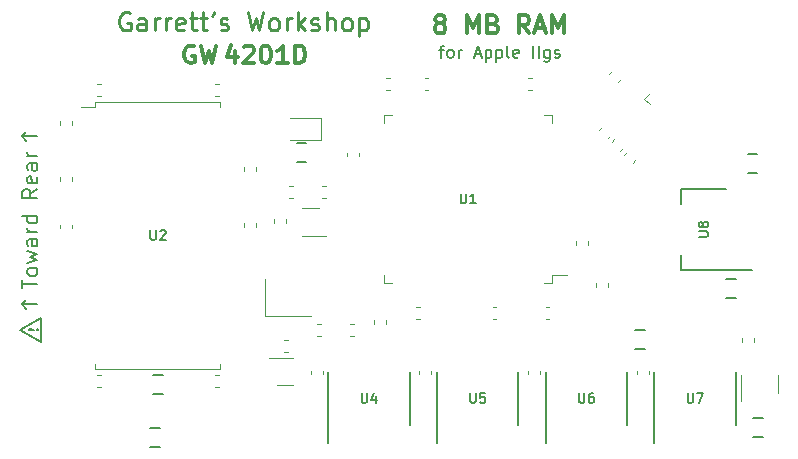
<source format=gto>
G04 #@! TF.GenerationSoftware,KiCad,Pcbnew,(5.1.10-1-10_14)*
G04 #@! TF.CreationDate,2021-05-31T18:24:55-04:00*
G04 #@! TF.ProjectId,RAM2GS,52414d32-4753-42e6-9b69-6361645f7063,2.0*
G04 #@! TF.SameCoordinates,Original*
G04 #@! TF.FileFunction,Legend,Top*
G04 #@! TF.FilePolarity,Positive*
%FSLAX46Y46*%
G04 Gerber Fmt 4.6, Leading zero omitted, Abs format (unit mm)*
G04 Created by KiCad (PCBNEW (5.1.10-1-10_14)) date 2021-05-31 18:24:55*
%MOMM*%
%LPD*%
G01*
G04 APERTURE LIST*
%ADD10C,0.300000*%
%ADD11C,0.200000*%
%ADD12C,0.190500*%
%ADD13C,0.203200*%
%ADD14C,0.225000*%
%ADD15C,0.150000*%
%ADD16C,0.120000*%
%ADD17C,0.152400*%
%ADD18C,0.100000*%
%ADD19C,1.448000*%
%ADD20C,2.000000*%
%ADD21C,2.524900*%
%ADD22C,0.937400*%
%ADD23C,1.140600*%
%ADD24C,2.150000*%
G04 APERTURE END LIST*
D10*
X62249571Y-95643000D02*
X62106714Y-95571571D01*
X61892428Y-95571571D01*
X61678142Y-95643000D01*
X61535285Y-95785857D01*
X61463857Y-95928714D01*
X61392428Y-96214428D01*
X61392428Y-96428714D01*
X61463857Y-96714428D01*
X61535285Y-96857285D01*
X61678142Y-97000142D01*
X61892428Y-97071571D01*
X62035285Y-97071571D01*
X62249571Y-97000142D01*
X62321000Y-96928714D01*
X62321000Y-96428714D01*
X62035285Y-96428714D01*
X62821000Y-95571571D02*
X63178142Y-97071571D01*
X63463857Y-96000142D01*
X63749571Y-97071571D01*
X64106714Y-95571571D01*
D11*
X48895000Y-103251000D02*
X47625000Y-103251000D01*
X47625000Y-103251000D02*
X48006000Y-103632000D01*
X48895000Y-117475000D02*
X47625000Y-117475000D01*
X47625000Y-103251000D02*
X48006000Y-102870000D01*
X49276000Y-120650000D02*
X49276000Y-118618000D01*
X49276000Y-118618000D02*
X47498000Y-119634000D01*
X47498000Y-119634000D02*
X49276000Y-120650000D01*
X47625000Y-117475000D02*
X48006000Y-117856000D01*
X47625000Y-117475000D02*
X48006000Y-117094000D01*
X47691523Y-116138476D02*
X47691523Y-115412761D01*
X48961523Y-115775619D02*
X47691523Y-115775619D01*
X48961523Y-114808000D02*
X48901047Y-114928952D01*
X48840571Y-114989428D01*
X48719619Y-115049904D01*
X48356761Y-115049904D01*
X48235809Y-114989428D01*
X48175333Y-114928952D01*
X48114857Y-114808000D01*
X48114857Y-114626571D01*
X48175333Y-114505619D01*
X48235809Y-114445142D01*
X48356761Y-114384666D01*
X48719619Y-114384666D01*
X48840571Y-114445142D01*
X48901047Y-114505619D01*
X48961523Y-114626571D01*
X48961523Y-114808000D01*
X48114857Y-113961333D02*
X48961523Y-113719428D01*
X48356761Y-113477523D01*
X48961523Y-113235619D01*
X48114857Y-112993714D01*
X48961523Y-111965619D02*
X48296285Y-111965619D01*
X48175333Y-112026095D01*
X48114857Y-112147047D01*
X48114857Y-112388952D01*
X48175333Y-112509904D01*
X48901047Y-111965619D02*
X48961523Y-112086571D01*
X48961523Y-112388952D01*
X48901047Y-112509904D01*
X48780095Y-112570380D01*
X48659142Y-112570380D01*
X48538190Y-112509904D01*
X48477714Y-112388952D01*
X48477714Y-112086571D01*
X48417238Y-111965619D01*
X48961523Y-111360857D02*
X48114857Y-111360857D01*
X48356761Y-111360857D02*
X48235809Y-111300380D01*
X48175333Y-111239904D01*
X48114857Y-111118952D01*
X48114857Y-110998000D01*
X48961523Y-110030380D02*
X47691523Y-110030380D01*
X48901047Y-110030380D02*
X48961523Y-110151333D01*
X48961523Y-110393238D01*
X48901047Y-110514190D01*
X48840571Y-110574666D01*
X48719619Y-110635142D01*
X48356761Y-110635142D01*
X48235809Y-110574666D01*
X48175333Y-110514190D01*
X48114857Y-110393238D01*
X48114857Y-110151333D01*
X48175333Y-110030380D01*
X48961523Y-107732285D02*
X48356761Y-108155619D01*
X48961523Y-108458000D02*
X47691523Y-108458000D01*
X47691523Y-107974190D01*
X47752000Y-107853238D01*
X47812476Y-107792761D01*
X47933428Y-107732285D01*
X48114857Y-107732285D01*
X48235809Y-107792761D01*
X48296285Y-107853238D01*
X48356761Y-107974190D01*
X48356761Y-108458000D01*
X48901047Y-106704190D02*
X48961523Y-106825142D01*
X48961523Y-107067047D01*
X48901047Y-107188000D01*
X48780095Y-107248476D01*
X48296285Y-107248476D01*
X48175333Y-107188000D01*
X48114857Y-107067047D01*
X48114857Y-106825142D01*
X48175333Y-106704190D01*
X48296285Y-106643714D01*
X48417238Y-106643714D01*
X48538190Y-107248476D01*
X48961523Y-105555142D02*
X48296285Y-105555142D01*
X48175333Y-105615619D01*
X48114857Y-105736571D01*
X48114857Y-105978476D01*
X48175333Y-106099428D01*
X48901047Y-105555142D02*
X48961523Y-105676095D01*
X48961523Y-105978476D01*
X48901047Y-106099428D01*
X48780095Y-106159904D01*
X48659142Y-106159904D01*
X48538190Y-106099428D01*
X48477714Y-105978476D01*
X48477714Y-105676095D01*
X48417238Y-105555142D01*
X48961523Y-104950380D02*
X48114857Y-104950380D01*
X48356761Y-104950380D02*
X48235809Y-104889904D01*
X48175333Y-104829428D01*
X48114857Y-104708476D01*
X48114857Y-104587523D01*
D12*
X48913142Y-119634000D02*
X48949428Y-119597714D01*
X48985714Y-119634000D01*
X48949428Y-119670285D01*
X48913142Y-119634000D01*
X48985714Y-119634000D01*
X48695428Y-119634000D02*
X48260000Y-119670285D01*
X48223714Y-119634000D01*
X48260000Y-119597714D01*
X48695428Y-119634000D01*
X48223714Y-119634000D01*
D10*
X65711000Y-96071571D02*
X65711000Y-97071571D01*
X65353857Y-95500142D02*
X64996714Y-96571571D01*
X65925285Y-96571571D01*
X66425285Y-95714428D02*
X66496714Y-95643000D01*
X66639571Y-95571571D01*
X66996714Y-95571571D01*
X67139571Y-95643000D01*
X67211000Y-95714428D01*
X67282428Y-95857285D01*
X67282428Y-96000142D01*
X67211000Y-96214428D01*
X66353857Y-97071571D01*
X67282428Y-97071571D01*
X68211000Y-95571571D02*
X68353857Y-95571571D01*
X68496714Y-95643000D01*
X68568142Y-95714428D01*
X68639571Y-95857285D01*
X68711000Y-96143000D01*
X68711000Y-96500142D01*
X68639571Y-96785857D01*
X68568142Y-96928714D01*
X68496714Y-97000142D01*
X68353857Y-97071571D01*
X68211000Y-97071571D01*
X68068142Y-97000142D01*
X67996714Y-96928714D01*
X67925285Y-96785857D01*
X67853857Y-96500142D01*
X67853857Y-96143000D01*
X67925285Y-95857285D01*
X67996714Y-95714428D01*
X68068142Y-95643000D01*
X68211000Y-95571571D01*
X70139571Y-97071571D02*
X69282428Y-97071571D01*
X69711000Y-97071571D02*
X69711000Y-95571571D01*
X69568142Y-95785857D01*
X69425285Y-95928714D01*
X69282428Y-96000142D01*
X70782428Y-97071571D02*
X70782428Y-95571571D01*
X71139571Y-95571571D01*
X71353857Y-95643000D01*
X71496714Y-95785857D01*
X71568142Y-95928714D01*
X71639571Y-96214428D01*
X71639571Y-96428714D01*
X71568142Y-96714428D01*
X71496714Y-96857285D01*
X71353857Y-97000142D01*
X71139571Y-97071571D01*
X70782428Y-97071571D01*
D13*
X82985428Y-95921285D02*
X83372476Y-95921285D01*
X83130571Y-96598619D02*
X83130571Y-95727761D01*
X83178952Y-95631000D01*
X83275714Y-95582619D01*
X83372476Y-95582619D01*
X83856285Y-96598619D02*
X83759523Y-96550238D01*
X83711142Y-96501857D01*
X83662761Y-96405095D01*
X83662761Y-96114809D01*
X83711142Y-96018047D01*
X83759523Y-95969666D01*
X83856285Y-95921285D01*
X84001428Y-95921285D01*
X84098190Y-95969666D01*
X84146571Y-96018047D01*
X84194952Y-96114809D01*
X84194952Y-96405095D01*
X84146571Y-96501857D01*
X84098190Y-96550238D01*
X84001428Y-96598619D01*
X83856285Y-96598619D01*
X84630380Y-96598619D02*
X84630380Y-95921285D01*
X84630380Y-96114809D02*
X84678761Y-96018047D01*
X84727142Y-95969666D01*
X84823904Y-95921285D01*
X84920666Y-95921285D01*
X85985047Y-96308333D02*
X86468857Y-96308333D01*
X85888285Y-96598619D02*
X86226952Y-95582619D01*
X86565619Y-96598619D01*
X86904285Y-95921285D02*
X86904285Y-96937285D01*
X86904285Y-95969666D02*
X87001047Y-95921285D01*
X87194571Y-95921285D01*
X87291333Y-95969666D01*
X87339714Y-96018047D01*
X87388095Y-96114809D01*
X87388095Y-96405095D01*
X87339714Y-96501857D01*
X87291333Y-96550238D01*
X87194571Y-96598619D01*
X87001047Y-96598619D01*
X86904285Y-96550238D01*
X87823523Y-95921285D02*
X87823523Y-96937285D01*
X87823523Y-95969666D02*
X87920285Y-95921285D01*
X88113809Y-95921285D01*
X88210571Y-95969666D01*
X88258952Y-96018047D01*
X88307333Y-96114809D01*
X88307333Y-96405095D01*
X88258952Y-96501857D01*
X88210571Y-96550238D01*
X88113809Y-96598619D01*
X87920285Y-96598619D01*
X87823523Y-96550238D01*
X88887904Y-96598619D02*
X88791142Y-96550238D01*
X88742761Y-96453476D01*
X88742761Y-95582619D01*
X89662000Y-96550238D02*
X89565238Y-96598619D01*
X89371714Y-96598619D01*
X89274952Y-96550238D01*
X89226571Y-96453476D01*
X89226571Y-96066428D01*
X89274952Y-95969666D01*
X89371714Y-95921285D01*
X89565238Y-95921285D01*
X89662000Y-95969666D01*
X89710380Y-96066428D01*
X89710380Y-96163190D01*
X89226571Y-96259952D01*
X90919904Y-96598619D02*
X90919904Y-95582619D01*
X91403714Y-96598619D02*
X91403714Y-95582619D01*
X92322952Y-95921285D02*
X92322952Y-96743761D01*
X92274571Y-96840523D01*
X92226190Y-96888904D01*
X92129428Y-96937285D01*
X91984285Y-96937285D01*
X91887523Y-96888904D01*
X92322952Y-96550238D02*
X92226190Y-96598619D01*
X92032666Y-96598619D01*
X91935904Y-96550238D01*
X91887523Y-96501857D01*
X91839142Y-96405095D01*
X91839142Y-96114809D01*
X91887523Y-96018047D01*
X91935904Y-95969666D01*
X92032666Y-95921285D01*
X92226190Y-95921285D01*
X92322952Y-95969666D01*
X92758380Y-96550238D02*
X92855142Y-96598619D01*
X93048666Y-96598619D01*
X93145428Y-96550238D01*
X93193809Y-96453476D01*
X93193809Y-96405095D01*
X93145428Y-96308333D01*
X93048666Y-96259952D01*
X92903523Y-96259952D01*
X92806761Y-96211571D01*
X92758380Y-96114809D01*
X92758380Y-96066428D01*
X92806761Y-95969666D01*
X92903523Y-95921285D01*
X93048666Y-95921285D01*
X93145428Y-95969666D01*
D14*
X56769000Y-92837000D02*
X56623857Y-92764428D01*
X56406142Y-92764428D01*
X56188428Y-92837000D01*
X56043285Y-92982142D01*
X55970714Y-93127285D01*
X55898142Y-93417571D01*
X55898142Y-93635285D01*
X55970714Y-93925571D01*
X56043285Y-94070714D01*
X56188428Y-94215857D01*
X56406142Y-94288428D01*
X56551285Y-94288428D01*
X56769000Y-94215857D01*
X56841571Y-94143285D01*
X56841571Y-93635285D01*
X56551285Y-93635285D01*
X58147857Y-94288428D02*
X58147857Y-93490142D01*
X58075285Y-93345000D01*
X57930142Y-93272428D01*
X57639857Y-93272428D01*
X57494714Y-93345000D01*
X58147857Y-94215857D02*
X58002714Y-94288428D01*
X57639857Y-94288428D01*
X57494714Y-94215857D01*
X57422142Y-94070714D01*
X57422142Y-93925571D01*
X57494714Y-93780428D01*
X57639857Y-93707857D01*
X58002714Y-93707857D01*
X58147857Y-93635285D01*
X58873571Y-94288428D02*
X58873571Y-93272428D01*
X58873571Y-93562714D02*
X58946142Y-93417571D01*
X59018714Y-93345000D01*
X59163857Y-93272428D01*
X59309000Y-93272428D01*
X59817000Y-94288428D02*
X59817000Y-93272428D01*
X59817000Y-93562714D02*
X59889571Y-93417571D01*
X59962142Y-93345000D01*
X60107285Y-93272428D01*
X60252428Y-93272428D01*
X61341000Y-94215857D02*
X61195857Y-94288428D01*
X60905571Y-94288428D01*
X60760428Y-94215857D01*
X60687857Y-94070714D01*
X60687857Y-93490142D01*
X60760428Y-93345000D01*
X60905571Y-93272428D01*
X61195857Y-93272428D01*
X61341000Y-93345000D01*
X61413571Y-93490142D01*
X61413571Y-93635285D01*
X60687857Y-93780428D01*
X61849000Y-93272428D02*
X62429571Y-93272428D01*
X62066714Y-92764428D02*
X62066714Y-94070714D01*
X62139285Y-94215857D01*
X62284428Y-94288428D01*
X62429571Y-94288428D01*
X62719857Y-93272428D02*
X63300428Y-93272428D01*
X62937571Y-92764428D02*
X62937571Y-94070714D01*
X63010142Y-94215857D01*
X63155285Y-94288428D01*
X63300428Y-94288428D01*
X63881000Y-92764428D02*
X63881000Y-92837000D01*
X63808428Y-92982142D01*
X63735857Y-93054714D01*
X64461571Y-94215857D02*
X64606714Y-94288428D01*
X64897000Y-94288428D01*
X65042142Y-94215857D01*
X65114714Y-94070714D01*
X65114714Y-93998142D01*
X65042142Y-93853000D01*
X64897000Y-93780428D01*
X64679285Y-93780428D01*
X64534142Y-93707857D01*
X64461571Y-93562714D01*
X64461571Y-93490142D01*
X64534142Y-93345000D01*
X64679285Y-93272428D01*
X64897000Y-93272428D01*
X65042142Y-93345000D01*
X66783857Y-92764428D02*
X67146714Y-94288428D01*
X67437000Y-93199857D01*
X67727285Y-94288428D01*
X68090142Y-92764428D01*
X68888428Y-94288428D02*
X68743285Y-94215857D01*
X68670714Y-94143285D01*
X68598142Y-93998142D01*
X68598142Y-93562714D01*
X68670714Y-93417571D01*
X68743285Y-93345000D01*
X68888428Y-93272428D01*
X69106142Y-93272428D01*
X69251285Y-93345000D01*
X69323857Y-93417571D01*
X69396428Y-93562714D01*
X69396428Y-93998142D01*
X69323857Y-94143285D01*
X69251285Y-94215857D01*
X69106142Y-94288428D01*
X68888428Y-94288428D01*
X70049571Y-94288428D02*
X70049571Y-93272428D01*
X70049571Y-93562714D02*
X70122142Y-93417571D01*
X70194714Y-93345000D01*
X70339857Y-93272428D01*
X70485000Y-93272428D01*
X70993000Y-94288428D02*
X70993000Y-92764428D01*
X71138142Y-93707857D02*
X71573571Y-94288428D01*
X71573571Y-93272428D02*
X70993000Y-93853000D01*
X72154142Y-94215857D02*
X72299285Y-94288428D01*
X72589571Y-94288428D01*
X72734714Y-94215857D01*
X72807285Y-94070714D01*
X72807285Y-93998142D01*
X72734714Y-93853000D01*
X72589571Y-93780428D01*
X72371857Y-93780428D01*
X72226714Y-93707857D01*
X72154142Y-93562714D01*
X72154142Y-93490142D01*
X72226714Y-93345000D01*
X72371857Y-93272428D01*
X72589571Y-93272428D01*
X72734714Y-93345000D01*
X73460428Y-94288428D02*
X73460428Y-92764428D01*
X74113571Y-94288428D02*
X74113571Y-93490142D01*
X74041000Y-93345000D01*
X73895857Y-93272428D01*
X73678142Y-93272428D01*
X73533000Y-93345000D01*
X73460428Y-93417571D01*
X75057000Y-94288428D02*
X74911857Y-94215857D01*
X74839285Y-94143285D01*
X74766714Y-93998142D01*
X74766714Y-93562714D01*
X74839285Y-93417571D01*
X74911857Y-93345000D01*
X75057000Y-93272428D01*
X75274714Y-93272428D01*
X75419857Y-93345000D01*
X75492428Y-93417571D01*
X75565000Y-93562714D01*
X75565000Y-93998142D01*
X75492428Y-94143285D01*
X75419857Y-94215857D01*
X75274714Y-94288428D01*
X75057000Y-94288428D01*
X76218142Y-93272428D02*
X76218142Y-94796428D01*
X76218142Y-93345000D02*
X76363285Y-93272428D01*
X76653571Y-93272428D01*
X76798714Y-93345000D01*
X76871285Y-93417571D01*
X76943857Y-93562714D01*
X76943857Y-93998142D01*
X76871285Y-94143285D01*
X76798714Y-94215857D01*
X76653571Y-94288428D01*
X76363285Y-94288428D01*
X76218142Y-94215857D01*
D10*
X82912857Y-93671571D02*
X82767714Y-93599000D01*
X82695142Y-93526428D01*
X82622571Y-93381285D01*
X82622571Y-93308714D01*
X82695142Y-93163571D01*
X82767714Y-93091000D01*
X82912857Y-93018428D01*
X83203142Y-93018428D01*
X83348285Y-93091000D01*
X83420857Y-93163571D01*
X83493428Y-93308714D01*
X83493428Y-93381285D01*
X83420857Y-93526428D01*
X83348285Y-93599000D01*
X83203142Y-93671571D01*
X82912857Y-93671571D01*
X82767714Y-93744142D01*
X82695142Y-93816714D01*
X82622571Y-93961857D01*
X82622571Y-94252142D01*
X82695142Y-94397285D01*
X82767714Y-94469857D01*
X82912857Y-94542428D01*
X83203142Y-94542428D01*
X83348285Y-94469857D01*
X83420857Y-94397285D01*
X83493428Y-94252142D01*
X83493428Y-93961857D01*
X83420857Y-93816714D01*
X83348285Y-93744142D01*
X83203142Y-93671571D01*
X85307714Y-94542428D02*
X85307714Y-93018428D01*
X85815714Y-94107000D01*
X86323714Y-93018428D01*
X86323714Y-94542428D01*
X87557428Y-93744142D02*
X87775142Y-93816714D01*
X87847714Y-93889285D01*
X87920285Y-94034428D01*
X87920285Y-94252142D01*
X87847714Y-94397285D01*
X87775142Y-94469857D01*
X87630000Y-94542428D01*
X87049428Y-94542428D01*
X87049428Y-93018428D01*
X87557428Y-93018428D01*
X87702571Y-93091000D01*
X87775142Y-93163571D01*
X87847714Y-93308714D01*
X87847714Y-93453857D01*
X87775142Y-93599000D01*
X87702571Y-93671571D01*
X87557428Y-93744142D01*
X87049428Y-93744142D01*
X90605428Y-94542428D02*
X90097428Y-93816714D01*
X89734571Y-94542428D02*
X89734571Y-93018428D01*
X90315142Y-93018428D01*
X90460285Y-93091000D01*
X90532857Y-93163571D01*
X90605428Y-93308714D01*
X90605428Y-93526428D01*
X90532857Y-93671571D01*
X90460285Y-93744142D01*
X90315142Y-93816714D01*
X89734571Y-93816714D01*
X91186000Y-94107000D02*
X91911714Y-94107000D01*
X91040857Y-94542428D02*
X91548857Y-93018428D01*
X92056857Y-94542428D01*
X92564857Y-94542428D02*
X92564857Y-93018428D01*
X93072857Y-94107000D01*
X93580857Y-93018428D01*
X93580857Y-94542428D01*
D15*
X108075000Y-127675000D02*
X108075000Y-123225000D01*
X101175000Y-129200000D02*
X101175000Y-123225000D01*
D16*
X53850000Y-122550000D02*
X53850000Y-122950000D01*
X64450000Y-122550000D02*
X64450000Y-122950000D01*
X64450000Y-100350000D02*
X64450000Y-100750000D01*
X53850000Y-122950000D02*
X64450000Y-122950000D01*
X53850000Y-100350000D02*
X64450000Y-100350000D01*
X53850000Y-100750000D02*
X53850000Y-100350000D01*
X52650000Y-100750000D02*
X53850000Y-100750000D01*
X70162779Y-120540000D02*
X69837221Y-120540000D01*
X70162779Y-121560000D02*
X69837221Y-121560000D01*
X70010000Y-110562779D02*
X70010000Y-110237221D01*
X68990000Y-110562779D02*
X68990000Y-110237221D01*
X92510000Y-114960000D02*
X93800000Y-114960000D01*
X92510000Y-115660000D02*
X92510000Y-114960000D01*
X91810000Y-115660000D02*
X92510000Y-115660000D01*
X78290000Y-115660000D02*
X78290000Y-114960000D01*
X78990000Y-115660000D02*
X78290000Y-115660000D01*
X92510000Y-101440000D02*
X92510000Y-102140000D01*
X91810000Y-101440000D02*
X92510000Y-101440000D01*
X78290000Y-101440000D02*
X78290000Y-102140000D01*
X78990000Y-101440000D02*
X78290000Y-101440000D01*
X72962779Y-119140000D02*
X72637221Y-119140000D01*
X72962779Y-120160000D02*
X72637221Y-120160000D01*
X75437221Y-119140000D02*
X75762779Y-119140000D01*
X75437221Y-120160000D02*
X75762779Y-120160000D01*
X70300000Y-103610000D02*
X72985000Y-103610000D01*
X72985000Y-103610000D02*
X72985000Y-101690000D01*
X72985000Y-101690000D02*
X70300000Y-101690000D01*
D17*
X70893600Y-103800000D02*
X71706400Y-103800000D01*
X70893600Y-105400000D02*
X71706400Y-105400000D01*
D16*
X73087221Y-108460000D02*
X73412779Y-108460000D01*
X73087221Y-107440000D02*
X73412779Y-107440000D01*
X70612779Y-108460000D02*
X70287221Y-108460000D01*
X70612779Y-107440000D02*
X70287221Y-107440000D01*
X78460000Y-119162779D02*
X78460000Y-118837221D01*
X77440000Y-119162779D02*
X77440000Y-118837221D01*
D17*
X103477000Y-107740000D02*
X103477000Y-109000000D01*
X103477000Y-114560000D02*
X103477000Y-113300000D01*
X107237000Y-107740000D02*
X103477000Y-107740000D01*
X109487000Y-114560000D02*
X103477000Y-114560000D01*
D16*
X68200000Y-118500000D02*
X72100000Y-118500000D01*
X68200000Y-118500000D02*
X68200000Y-115300000D01*
D15*
X80475000Y-127675000D02*
X80475000Y-123225000D01*
X73575000Y-129200000D02*
X73575000Y-123225000D01*
D16*
X72780000Y-109340000D02*
X71370000Y-109340000D01*
X71370000Y-111660000D02*
X73400000Y-111660000D01*
X69220000Y-124310000D02*
X70630000Y-124310000D01*
X70630000Y-121990000D02*
X68600000Y-121990000D01*
D15*
X98875000Y-127675000D02*
X98875000Y-123225000D01*
X91975000Y-129200000D02*
X91975000Y-123225000D01*
X89675000Y-127675000D02*
X89675000Y-123225000D01*
X82775000Y-129200000D02*
X82775000Y-123225000D01*
D16*
X53987221Y-98840000D02*
X54312779Y-98840000D01*
X53987221Y-99860000D02*
X54312779Y-99860000D01*
D17*
X58743600Y-123450000D02*
X59556400Y-123450000D01*
X58743600Y-125050000D02*
X59556400Y-125050000D01*
D16*
X100330910Y-100067962D02*
X100779923Y-99618949D01*
X100779923Y-100516974D02*
X100330910Y-100067962D01*
D17*
X107293600Y-115350000D02*
X108106400Y-115350000D01*
X107293600Y-116950000D02*
X108106400Y-116950000D01*
X109093600Y-104750000D02*
X109906400Y-104750000D01*
X109093600Y-106350000D02*
X109906400Y-106350000D01*
X109575600Y-127089000D02*
X110388400Y-127089000D01*
X109575600Y-128689000D02*
X110388400Y-128689000D01*
X59334400Y-129578000D02*
X58521600Y-129578000D01*
X59334400Y-127978000D02*
X58521600Y-127978000D01*
D16*
X73110000Y-123087221D02*
X73110000Y-123412779D01*
X72090000Y-123087221D02*
X72090000Y-123412779D01*
X63987221Y-123440000D02*
X64312779Y-123440000D01*
X63987221Y-124460000D02*
X64312779Y-124460000D01*
X50840000Y-102262779D02*
X50840000Y-101937221D01*
X51860000Y-102262779D02*
X51860000Y-101937221D01*
X63987221Y-98840000D02*
X64312779Y-98840000D01*
X63987221Y-99860000D02*
X64312779Y-99860000D01*
X53987221Y-123440000D02*
X54312779Y-123440000D01*
X53987221Y-124460000D02*
X54312779Y-124460000D01*
X67460000Y-110637221D02*
X67460000Y-110962779D01*
X66440000Y-110637221D02*
X66440000Y-110962779D01*
X50840000Y-107062779D02*
X50840000Y-106737221D01*
X51860000Y-107062779D02*
X51860000Y-106737221D01*
X50840000Y-111062779D02*
X50840000Y-110737221D01*
X51860000Y-111062779D02*
X51860000Y-110737221D01*
X67460000Y-105837221D02*
X67460000Y-106162779D01*
X66440000Y-105837221D02*
X66440000Y-106162779D01*
X100710000Y-123087221D02*
X100710000Y-123412779D01*
X99690000Y-123087221D02*
X99690000Y-123412779D01*
X82310000Y-123087221D02*
X82310000Y-123412779D01*
X81290000Y-123087221D02*
X81290000Y-123412779D01*
X91510000Y-123087221D02*
X91510000Y-123412779D01*
X90490000Y-123087221D02*
X90490000Y-123412779D01*
X109660000Y-120662779D02*
X109660000Y-120337221D01*
X108640000Y-120662779D02*
X108640000Y-120337221D01*
D17*
X100406400Y-119700000D02*
X99593600Y-119700000D01*
X100406400Y-121300000D02*
X99593600Y-121300000D01*
D16*
X108520000Y-123490000D02*
X108520000Y-125650000D01*
X111680000Y-123490000D02*
X111680000Y-124950000D01*
X81312779Y-118760000D02*
X80987221Y-118760000D01*
X81312779Y-117740000D02*
X80987221Y-117740000D01*
X90812779Y-98340000D02*
X90487221Y-98340000D01*
X90812779Y-99360000D02*
X90487221Y-99360000D01*
X87812779Y-118760000D02*
X87487221Y-118760000D01*
X87812779Y-117740000D02*
X87487221Y-117740000D01*
X81737221Y-99360000D02*
X82062779Y-99360000D01*
X81737221Y-98340000D02*
X82062779Y-98340000D01*
X78812779Y-98340000D02*
X78487221Y-98340000D01*
X78812779Y-99360000D02*
X78487221Y-99360000D01*
X76210000Y-104637221D02*
X76210000Y-104962779D01*
X75190000Y-104637221D02*
X75190000Y-104962779D01*
X91987221Y-118760000D02*
X92312779Y-118760000D01*
X91987221Y-117740000D02*
X92312779Y-117740000D01*
X94590000Y-112462779D02*
X94590000Y-112137221D01*
X95610000Y-112462779D02*
X95610000Y-112137221D01*
X96240000Y-115687221D02*
X96240000Y-116012779D01*
X97260000Y-115687221D02*
X97260000Y-116012779D01*
X97574273Y-103754478D02*
X97804478Y-103524273D01*
X98295522Y-104475727D02*
X98525727Y-104245522D01*
X99345522Y-105525727D02*
X99575727Y-105295522D01*
X98624273Y-104804478D02*
X98854478Y-104574273D01*
X96754478Y-102474273D02*
X96524273Y-102704478D01*
X97475727Y-103195522D02*
X97245522Y-103425727D01*
X97374273Y-97954478D02*
X97604478Y-97724273D01*
X98095522Y-98675727D02*
X98325727Y-98445522D01*
D13*
X104005723Y-125004895D02*
X104005723Y-125662876D01*
X104044428Y-125740285D01*
X104083133Y-125778990D01*
X104160542Y-125817695D01*
X104315361Y-125817695D01*
X104392771Y-125778990D01*
X104431476Y-125740285D01*
X104470180Y-125662876D01*
X104470180Y-125004895D01*
X104779819Y-125004895D02*
X105321685Y-125004895D01*
X104973342Y-125817695D01*
X58530723Y-111204895D02*
X58530723Y-111862876D01*
X58569428Y-111940285D01*
X58608133Y-111978990D01*
X58685542Y-112017695D01*
X58840361Y-112017695D01*
X58917771Y-111978990D01*
X58956476Y-111940285D01*
X58995180Y-111862876D01*
X58995180Y-111204895D01*
X59343523Y-111282304D02*
X59382228Y-111243600D01*
X59459638Y-111204895D01*
X59653161Y-111204895D01*
X59730571Y-111243600D01*
X59769276Y-111282304D01*
X59807980Y-111359714D01*
X59807980Y-111437123D01*
X59769276Y-111553238D01*
X59304819Y-112017695D01*
X59807980Y-112017695D01*
X84780723Y-108104895D02*
X84780723Y-108762876D01*
X84819428Y-108840285D01*
X84858133Y-108878990D01*
X84935542Y-108917695D01*
X85090361Y-108917695D01*
X85167771Y-108878990D01*
X85206476Y-108840285D01*
X85245180Y-108762876D01*
X85245180Y-108104895D01*
X86057980Y-108917695D02*
X85593523Y-108917695D01*
X85825752Y-108917695D02*
X85825752Y-108104895D01*
X85748342Y-108221009D01*
X85670933Y-108298419D01*
X85593523Y-108337123D01*
X104941895Y-111769276D02*
X105599876Y-111769276D01*
X105677285Y-111730571D01*
X105715990Y-111691866D01*
X105754695Y-111614457D01*
X105754695Y-111459638D01*
X105715990Y-111382228D01*
X105677285Y-111343523D01*
X105599876Y-111304819D01*
X104941895Y-111304819D01*
X105290238Y-110801657D02*
X105251533Y-110879066D01*
X105212828Y-110917771D01*
X105135419Y-110956476D01*
X105096714Y-110956476D01*
X105019304Y-110917771D01*
X104980600Y-110879066D01*
X104941895Y-110801657D01*
X104941895Y-110646838D01*
X104980600Y-110569428D01*
X105019304Y-110530723D01*
X105096714Y-110492019D01*
X105135419Y-110492019D01*
X105212828Y-110530723D01*
X105251533Y-110569428D01*
X105290238Y-110646838D01*
X105290238Y-110801657D01*
X105328942Y-110879066D01*
X105367647Y-110917771D01*
X105445057Y-110956476D01*
X105599876Y-110956476D01*
X105677285Y-110917771D01*
X105715990Y-110879066D01*
X105754695Y-110801657D01*
X105754695Y-110646838D01*
X105715990Y-110569428D01*
X105677285Y-110530723D01*
X105599876Y-110492019D01*
X105445057Y-110492019D01*
X105367647Y-110530723D01*
X105328942Y-110569428D01*
X105290238Y-110646838D01*
X76405723Y-125004895D02*
X76405723Y-125662876D01*
X76444428Y-125740285D01*
X76483133Y-125778990D01*
X76560542Y-125817695D01*
X76715361Y-125817695D01*
X76792771Y-125778990D01*
X76831476Y-125740285D01*
X76870180Y-125662876D01*
X76870180Y-125004895D01*
X77605571Y-125275828D02*
X77605571Y-125817695D01*
X77412047Y-124966190D02*
X77218523Y-125546761D01*
X77721685Y-125546761D01*
X94805723Y-125004895D02*
X94805723Y-125662876D01*
X94844428Y-125740285D01*
X94883133Y-125778990D01*
X94960542Y-125817695D01*
X95115361Y-125817695D01*
X95192771Y-125778990D01*
X95231476Y-125740285D01*
X95270180Y-125662876D01*
X95270180Y-125004895D01*
X96005571Y-125004895D02*
X95850752Y-125004895D01*
X95773342Y-125043600D01*
X95734638Y-125082304D01*
X95657228Y-125198419D01*
X95618523Y-125353238D01*
X95618523Y-125662876D01*
X95657228Y-125740285D01*
X95695933Y-125778990D01*
X95773342Y-125817695D01*
X95928161Y-125817695D01*
X96005571Y-125778990D01*
X96044276Y-125740285D01*
X96082980Y-125662876D01*
X96082980Y-125469352D01*
X96044276Y-125391942D01*
X96005571Y-125353238D01*
X95928161Y-125314533D01*
X95773342Y-125314533D01*
X95695933Y-125353238D01*
X95657228Y-125391942D01*
X95618523Y-125469352D01*
X85605723Y-125004895D02*
X85605723Y-125662876D01*
X85644428Y-125740285D01*
X85683133Y-125778990D01*
X85760542Y-125817695D01*
X85915361Y-125817695D01*
X85992771Y-125778990D01*
X86031476Y-125740285D01*
X86070180Y-125662876D01*
X86070180Y-125004895D01*
X86844276Y-125004895D02*
X86457228Y-125004895D01*
X86418523Y-125391942D01*
X86457228Y-125353238D01*
X86534638Y-125314533D01*
X86728161Y-125314533D01*
X86805571Y-125353238D01*
X86844276Y-125391942D01*
X86882980Y-125469352D01*
X86882980Y-125662876D01*
X86844276Y-125740285D01*
X86805571Y-125778990D01*
X86728161Y-125817695D01*
X86534638Y-125817695D01*
X86457228Y-125778990D01*
X86418523Y-125740285D01*
%LPC*%
D18*
G36*
X113538000Y-139446000D02*
G01*
X113030000Y-139954000D01*
X55626000Y-139954000D01*
X55118000Y-139446000D01*
X55118000Y-132080000D01*
X113538000Y-132080000D01*
X113538000Y-139446000D01*
G37*
G36*
G01*
X101824500Y-123249000D02*
X101575500Y-123249000D01*
G75*
G02*
X101451000Y-123124500I0J124500D01*
G01*
X101451000Y-121875500D01*
G75*
G02*
X101575500Y-121751000I124500J0D01*
G01*
X101824500Y-121751000D01*
G75*
G02*
X101949000Y-121875500I0J-124500D01*
G01*
X101949000Y-123124500D01*
G75*
G02*
X101824500Y-123249000I-124500J0D01*
G01*
G37*
G36*
G01*
X102474500Y-123249000D02*
X102225500Y-123249000D01*
G75*
G02*
X102101000Y-123124500I0J124500D01*
G01*
X102101000Y-121875500D01*
G75*
G02*
X102225500Y-121751000I124500J0D01*
G01*
X102474500Y-121751000D01*
G75*
G02*
X102599000Y-121875500I0J-124500D01*
G01*
X102599000Y-123124500D01*
G75*
G02*
X102474500Y-123249000I-124500J0D01*
G01*
G37*
G36*
G01*
X103124500Y-123249000D02*
X102875500Y-123249000D01*
G75*
G02*
X102751000Y-123124500I0J124500D01*
G01*
X102751000Y-121875500D01*
G75*
G02*
X102875500Y-121751000I124500J0D01*
G01*
X103124500Y-121751000D01*
G75*
G02*
X103249000Y-121875500I0J-124500D01*
G01*
X103249000Y-123124500D01*
G75*
G02*
X103124500Y-123249000I-124500J0D01*
G01*
G37*
G36*
G01*
X103774500Y-123249000D02*
X103525500Y-123249000D01*
G75*
G02*
X103401000Y-123124500I0J124500D01*
G01*
X103401000Y-121875500D01*
G75*
G02*
X103525500Y-121751000I124500J0D01*
G01*
X103774500Y-121751000D01*
G75*
G02*
X103899000Y-121875500I0J-124500D01*
G01*
X103899000Y-123124500D01*
G75*
G02*
X103774500Y-123249000I-124500J0D01*
G01*
G37*
G36*
G01*
X104424500Y-123249000D02*
X104175500Y-123249000D01*
G75*
G02*
X104051000Y-123124500I0J124500D01*
G01*
X104051000Y-121875500D01*
G75*
G02*
X104175500Y-121751000I124500J0D01*
G01*
X104424500Y-121751000D01*
G75*
G02*
X104549000Y-121875500I0J-124500D01*
G01*
X104549000Y-123124500D01*
G75*
G02*
X104424500Y-123249000I-124500J0D01*
G01*
G37*
G36*
G01*
X105074500Y-123249000D02*
X104825500Y-123249000D01*
G75*
G02*
X104701000Y-123124500I0J124500D01*
G01*
X104701000Y-121875500D01*
G75*
G02*
X104825500Y-121751000I124500J0D01*
G01*
X105074500Y-121751000D01*
G75*
G02*
X105199000Y-121875500I0J-124500D01*
G01*
X105199000Y-123124500D01*
G75*
G02*
X105074500Y-123249000I-124500J0D01*
G01*
G37*
G36*
G01*
X105724500Y-123249000D02*
X105475500Y-123249000D01*
G75*
G02*
X105351000Y-123124500I0J124500D01*
G01*
X105351000Y-121875500D01*
G75*
G02*
X105475500Y-121751000I124500J0D01*
G01*
X105724500Y-121751000D01*
G75*
G02*
X105849000Y-121875500I0J-124500D01*
G01*
X105849000Y-123124500D01*
G75*
G02*
X105724500Y-123249000I-124500J0D01*
G01*
G37*
G36*
G01*
X106374500Y-123249000D02*
X106125500Y-123249000D01*
G75*
G02*
X106001000Y-123124500I0J124500D01*
G01*
X106001000Y-121875500D01*
G75*
G02*
X106125500Y-121751000I124500J0D01*
G01*
X106374500Y-121751000D01*
G75*
G02*
X106499000Y-121875500I0J-124500D01*
G01*
X106499000Y-123124500D01*
G75*
G02*
X106374500Y-123249000I-124500J0D01*
G01*
G37*
G36*
G01*
X107024500Y-123249000D02*
X106775500Y-123249000D01*
G75*
G02*
X106651000Y-123124500I0J124500D01*
G01*
X106651000Y-121875500D01*
G75*
G02*
X106775500Y-121751000I124500J0D01*
G01*
X107024500Y-121751000D01*
G75*
G02*
X107149000Y-121875500I0J-124500D01*
G01*
X107149000Y-123124500D01*
G75*
G02*
X107024500Y-123249000I-124500J0D01*
G01*
G37*
G36*
G01*
X107674500Y-123249000D02*
X107425500Y-123249000D01*
G75*
G02*
X107301000Y-123124500I0J124500D01*
G01*
X107301000Y-121875500D01*
G75*
G02*
X107425500Y-121751000I124500J0D01*
G01*
X107674500Y-121751000D01*
G75*
G02*
X107799000Y-121875500I0J-124500D01*
G01*
X107799000Y-123124500D01*
G75*
G02*
X107674500Y-123249000I-124500J0D01*
G01*
G37*
G36*
G01*
X107674500Y-129149000D02*
X107425500Y-129149000D01*
G75*
G02*
X107301000Y-129024500I0J124500D01*
G01*
X107301000Y-127775500D01*
G75*
G02*
X107425500Y-127651000I124500J0D01*
G01*
X107674500Y-127651000D01*
G75*
G02*
X107799000Y-127775500I0J-124500D01*
G01*
X107799000Y-129024500D01*
G75*
G02*
X107674500Y-129149000I-124500J0D01*
G01*
G37*
G36*
G01*
X107024500Y-129149000D02*
X106775500Y-129149000D01*
G75*
G02*
X106651000Y-129024500I0J124500D01*
G01*
X106651000Y-127775500D01*
G75*
G02*
X106775500Y-127651000I124500J0D01*
G01*
X107024500Y-127651000D01*
G75*
G02*
X107149000Y-127775500I0J-124500D01*
G01*
X107149000Y-129024500D01*
G75*
G02*
X107024500Y-129149000I-124500J0D01*
G01*
G37*
G36*
G01*
X106374500Y-129149000D02*
X106125500Y-129149000D01*
G75*
G02*
X106001000Y-129024500I0J124500D01*
G01*
X106001000Y-127775500D01*
G75*
G02*
X106125500Y-127651000I124500J0D01*
G01*
X106374500Y-127651000D01*
G75*
G02*
X106499000Y-127775500I0J-124500D01*
G01*
X106499000Y-129024500D01*
G75*
G02*
X106374500Y-129149000I-124500J0D01*
G01*
G37*
G36*
G01*
X105724500Y-129149000D02*
X105475500Y-129149000D01*
G75*
G02*
X105351000Y-129024500I0J124500D01*
G01*
X105351000Y-127775500D01*
G75*
G02*
X105475500Y-127651000I124500J0D01*
G01*
X105724500Y-127651000D01*
G75*
G02*
X105849000Y-127775500I0J-124500D01*
G01*
X105849000Y-129024500D01*
G75*
G02*
X105724500Y-129149000I-124500J0D01*
G01*
G37*
G36*
G01*
X105074500Y-129149000D02*
X104825500Y-129149000D01*
G75*
G02*
X104701000Y-129024500I0J124500D01*
G01*
X104701000Y-127775500D01*
G75*
G02*
X104825500Y-127651000I124500J0D01*
G01*
X105074500Y-127651000D01*
G75*
G02*
X105199000Y-127775500I0J-124500D01*
G01*
X105199000Y-129024500D01*
G75*
G02*
X105074500Y-129149000I-124500J0D01*
G01*
G37*
G36*
G01*
X104424500Y-129149000D02*
X104175500Y-129149000D01*
G75*
G02*
X104051000Y-129024500I0J124500D01*
G01*
X104051000Y-127775500D01*
G75*
G02*
X104175500Y-127651000I124500J0D01*
G01*
X104424500Y-127651000D01*
G75*
G02*
X104549000Y-127775500I0J-124500D01*
G01*
X104549000Y-129024500D01*
G75*
G02*
X104424500Y-129149000I-124500J0D01*
G01*
G37*
G36*
G01*
X103774500Y-129149000D02*
X103525500Y-129149000D01*
G75*
G02*
X103401000Y-129024500I0J124500D01*
G01*
X103401000Y-127775500D01*
G75*
G02*
X103525500Y-127651000I124500J0D01*
G01*
X103774500Y-127651000D01*
G75*
G02*
X103899000Y-127775500I0J-124500D01*
G01*
X103899000Y-129024500D01*
G75*
G02*
X103774500Y-129149000I-124500J0D01*
G01*
G37*
G36*
G01*
X103124500Y-129149000D02*
X102875500Y-129149000D01*
G75*
G02*
X102751000Y-129024500I0J124500D01*
G01*
X102751000Y-127775500D01*
G75*
G02*
X102875500Y-127651000I124500J0D01*
G01*
X103124500Y-127651000D01*
G75*
G02*
X103249000Y-127775500I0J-124500D01*
G01*
X103249000Y-129024500D01*
G75*
G02*
X103124500Y-129149000I-124500J0D01*
G01*
G37*
G36*
G01*
X102474500Y-129149000D02*
X102225500Y-129149000D01*
G75*
G02*
X102101000Y-129024500I0J124500D01*
G01*
X102101000Y-127775500D01*
G75*
G02*
X102225500Y-127651000I124500J0D01*
G01*
X102474500Y-127651000D01*
G75*
G02*
X102599000Y-127775500I0J-124500D01*
G01*
X102599000Y-129024500D01*
G75*
G02*
X102474500Y-129149000I-124500J0D01*
G01*
G37*
G36*
G01*
X101824500Y-129149000D02*
X101575500Y-129149000D01*
G75*
G02*
X101451000Y-129024500I0J124500D01*
G01*
X101451000Y-127775500D01*
G75*
G02*
X101575500Y-127651000I124500J0D01*
G01*
X101824500Y-127651000D01*
G75*
G02*
X101949000Y-127775500I0J-124500D01*
G01*
X101949000Y-129024500D01*
G75*
G02*
X101824500Y-129149000I-124500J0D01*
G01*
G37*
G36*
G01*
X64095000Y-101389500D02*
X64095000Y-101110500D01*
G75*
G02*
X64234500Y-100971000I139500J0D01*
G01*
X65565500Y-100971000D01*
G75*
G02*
X65705000Y-101110500I0J-139500D01*
G01*
X65705000Y-101389500D01*
G75*
G02*
X65565500Y-101529000I-139500J0D01*
G01*
X64234500Y-101529000D01*
G75*
G02*
X64095000Y-101389500I0J139500D01*
G01*
G37*
G36*
G01*
X64095000Y-102189500D02*
X64095000Y-101910500D01*
G75*
G02*
X64234500Y-101771000I139500J0D01*
G01*
X65565500Y-101771000D01*
G75*
G02*
X65705000Y-101910500I0J-139500D01*
G01*
X65705000Y-102189500D01*
G75*
G02*
X65565500Y-102329000I-139500J0D01*
G01*
X64234500Y-102329000D01*
G75*
G02*
X64095000Y-102189500I0J139500D01*
G01*
G37*
G36*
G01*
X64095000Y-102989500D02*
X64095000Y-102710500D01*
G75*
G02*
X64234500Y-102571000I139500J0D01*
G01*
X65565500Y-102571000D01*
G75*
G02*
X65705000Y-102710500I0J-139500D01*
G01*
X65705000Y-102989500D01*
G75*
G02*
X65565500Y-103129000I-139500J0D01*
G01*
X64234500Y-103129000D01*
G75*
G02*
X64095000Y-102989500I0J139500D01*
G01*
G37*
G36*
G01*
X64095000Y-103789500D02*
X64095000Y-103510500D01*
G75*
G02*
X64234500Y-103371000I139500J0D01*
G01*
X65565500Y-103371000D01*
G75*
G02*
X65705000Y-103510500I0J-139500D01*
G01*
X65705000Y-103789500D01*
G75*
G02*
X65565500Y-103929000I-139500J0D01*
G01*
X64234500Y-103929000D01*
G75*
G02*
X64095000Y-103789500I0J139500D01*
G01*
G37*
G36*
G01*
X64095000Y-104589500D02*
X64095000Y-104310500D01*
G75*
G02*
X64234500Y-104171000I139500J0D01*
G01*
X65565500Y-104171000D01*
G75*
G02*
X65705000Y-104310500I0J-139500D01*
G01*
X65705000Y-104589500D01*
G75*
G02*
X65565500Y-104729000I-139500J0D01*
G01*
X64234500Y-104729000D01*
G75*
G02*
X64095000Y-104589500I0J139500D01*
G01*
G37*
G36*
G01*
X64095000Y-105389500D02*
X64095000Y-105110500D01*
G75*
G02*
X64234500Y-104971000I139500J0D01*
G01*
X65565500Y-104971000D01*
G75*
G02*
X65705000Y-105110500I0J-139500D01*
G01*
X65705000Y-105389500D01*
G75*
G02*
X65565500Y-105529000I-139500J0D01*
G01*
X64234500Y-105529000D01*
G75*
G02*
X64095000Y-105389500I0J139500D01*
G01*
G37*
G36*
G01*
X64095000Y-106189500D02*
X64095000Y-105910500D01*
G75*
G02*
X64234500Y-105771000I139500J0D01*
G01*
X65565500Y-105771000D01*
G75*
G02*
X65705000Y-105910500I0J-139500D01*
G01*
X65705000Y-106189500D01*
G75*
G02*
X65565500Y-106329000I-139500J0D01*
G01*
X64234500Y-106329000D01*
G75*
G02*
X64095000Y-106189500I0J139500D01*
G01*
G37*
G36*
G01*
X64095000Y-106989500D02*
X64095000Y-106710500D01*
G75*
G02*
X64234500Y-106571000I139500J0D01*
G01*
X65565500Y-106571000D01*
G75*
G02*
X65705000Y-106710500I0J-139500D01*
G01*
X65705000Y-106989500D01*
G75*
G02*
X65565500Y-107129000I-139500J0D01*
G01*
X64234500Y-107129000D01*
G75*
G02*
X64095000Y-106989500I0J139500D01*
G01*
G37*
G36*
G01*
X64095000Y-107789500D02*
X64095000Y-107510500D01*
G75*
G02*
X64234500Y-107371000I139500J0D01*
G01*
X65565500Y-107371000D01*
G75*
G02*
X65705000Y-107510500I0J-139500D01*
G01*
X65705000Y-107789500D01*
G75*
G02*
X65565500Y-107929000I-139500J0D01*
G01*
X64234500Y-107929000D01*
G75*
G02*
X64095000Y-107789500I0J139500D01*
G01*
G37*
G36*
G01*
X64095000Y-108589500D02*
X64095000Y-108310500D01*
G75*
G02*
X64234500Y-108171000I139500J0D01*
G01*
X65565500Y-108171000D01*
G75*
G02*
X65705000Y-108310500I0J-139500D01*
G01*
X65705000Y-108589500D01*
G75*
G02*
X65565500Y-108729000I-139500J0D01*
G01*
X64234500Y-108729000D01*
G75*
G02*
X64095000Y-108589500I0J139500D01*
G01*
G37*
G36*
G01*
X64095000Y-109389500D02*
X64095000Y-109110500D01*
G75*
G02*
X64234500Y-108971000I139500J0D01*
G01*
X65565500Y-108971000D01*
G75*
G02*
X65705000Y-109110500I0J-139500D01*
G01*
X65705000Y-109389500D01*
G75*
G02*
X65565500Y-109529000I-139500J0D01*
G01*
X64234500Y-109529000D01*
G75*
G02*
X64095000Y-109389500I0J139500D01*
G01*
G37*
G36*
G01*
X64095000Y-110189500D02*
X64095000Y-109910500D01*
G75*
G02*
X64234500Y-109771000I139500J0D01*
G01*
X65565500Y-109771000D01*
G75*
G02*
X65705000Y-109910500I0J-139500D01*
G01*
X65705000Y-110189500D01*
G75*
G02*
X65565500Y-110329000I-139500J0D01*
G01*
X64234500Y-110329000D01*
G75*
G02*
X64095000Y-110189500I0J139500D01*
G01*
G37*
G36*
G01*
X64095000Y-110989500D02*
X64095000Y-110710500D01*
G75*
G02*
X64234500Y-110571000I139500J0D01*
G01*
X65565500Y-110571000D01*
G75*
G02*
X65705000Y-110710500I0J-139500D01*
G01*
X65705000Y-110989500D01*
G75*
G02*
X65565500Y-111129000I-139500J0D01*
G01*
X64234500Y-111129000D01*
G75*
G02*
X64095000Y-110989500I0J139500D01*
G01*
G37*
G36*
G01*
X64095000Y-111789500D02*
X64095000Y-111510500D01*
G75*
G02*
X64234500Y-111371000I139500J0D01*
G01*
X65565500Y-111371000D01*
G75*
G02*
X65705000Y-111510500I0J-139500D01*
G01*
X65705000Y-111789500D01*
G75*
G02*
X65565500Y-111929000I-139500J0D01*
G01*
X64234500Y-111929000D01*
G75*
G02*
X64095000Y-111789500I0J139500D01*
G01*
G37*
G36*
G01*
X64095000Y-112589500D02*
X64095000Y-112310500D01*
G75*
G02*
X64234500Y-112171000I139500J0D01*
G01*
X65565500Y-112171000D01*
G75*
G02*
X65705000Y-112310500I0J-139500D01*
G01*
X65705000Y-112589500D01*
G75*
G02*
X65565500Y-112729000I-139500J0D01*
G01*
X64234500Y-112729000D01*
G75*
G02*
X64095000Y-112589500I0J139500D01*
G01*
G37*
G36*
G01*
X64095000Y-113389500D02*
X64095000Y-113110500D01*
G75*
G02*
X64234500Y-112971000I139500J0D01*
G01*
X65565500Y-112971000D01*
G75*
G02*
X65705000Y-113110500I0J-139500D01*
G01*
X65705000Y-113389500D01*
G75*
G02*
X65565500Y-113529000I-139500J0D01*
G01*
X64234500Y-113529000D01*
G75*
G02*
X64095000Y-113389500I0J139500D01*
G01*
G37*
G36*
G01*
X64095000Y-114189500D02*
X64095000Y-113910500D01*
G75*
G02*
X64234500Y-113771000I139500J0D01*
G01*
X65565500Y-113771000D01*
G75*
G02*
X65705000Y-113910500I0J-139500D01*
G01*
X65705000Y-114189500D01*
G75*
G02*
X65565500Y-114329000I-139500J0D01*
G01*
X64234500Y-114329000D01*
G75*
G02*
X64095000Y-114189500I0J139500D01*
G01*
G37*
G36*
G01*
X64095000Y-114989500D02*
X64095000Y-114710500D01*
G75*
G02*
X64234500Y-114571000I139500J0D01*
G01*
X65565500Y-114571000D01*
G75*
G02*
X65705000Y-114710500I0J-139500D01*
G01*
X65705000Y-114989500D01*
G75*
G02*
X65565500Y-115129000I-139500J0D01*
G01*
X64234500Y-115129000D01*
G75*
G02*
X64095000Y-114989500I0J139500D01*
G01*
G37*
G36*
G01*
X64095000Y-115789500D02*
X64095000Y-115510500D01*
G75*
G02*
X64234500Y-115371000I139500J0D01*
G01*
X65565500Y-115371000D01*
G75*
G02*
X65705000Y-115510500I0J-139500D01*
G01*
X65705000Y-115789500D01*
G75*
G02*
X65565500Y-115929000I-139500J0D01*
G01*
X64234500Y-115929000D01*
G75*
G02*
X64095000Y-115789500I0J139500D01*
G01*
G37*
G36*
G01*
X64095000Y-116589500D02*
X64095000Y-116310500D01*
G75*
G02*
X64234500Y-116171000I139500J0D01*
G01*
X65565500Y-116171000D01*
G75*
G02*
X65705000Y-116310500I0J-139500D01*
G01*
X65705000Y-116589500D01*
G75*
G02*
X65565500Y-116729000I-139500J0D01*
G01*
X64234500Y-116729000D01*
G75*
G02*
X64095000Y-116589500I0J139500D01*
G01*
G37*
G36*
G01*
X64095000Y-117389500D02*
X64095000Y-117110500D01*
G75*
G02*
X64234500Y-116971000I139500J0D01*
G01*
X65565500Y-116971000D01*
G75*
G02*
X65705000Y-117110500I0J-139500D01*
G01*
X65705000Y-117389500D01*
G75*
G02*
X65565500Y-117529000I-139500J0D01*
G01*
X64234500Y-117529000D01*
G75*
G02*
X64095000Y-117389500I0J139500D01*
G01*
G37*
G36*
G01*
X64095000Y-118189500D02*
X64095000Y-117910500D01*
G75*
G02*
X64234500Y-117771000I139500J0D01*
G01*
X65565500Y-117771000D01*
G75*
G02*
X65705000Y-117910500I0J-139500D01*
G01*
X65705000Y-118189500D01*
G75*
G02*
X65565500Y-118329000I-139500J0D01*
G01*
X64234500Y-118329000D01*
G75*
G02*
X64095000Y-118189500I0J139500D01*
G01*
G37*
G36*
G01*
X64095000Y-118989500D02*
X64095000Y-118710500D01*
G75*
G02*
X64234500Y-118571000I139500J0D01*
G01*
X65565500Y-118571000D01*
G75*
G02*
X65705000Y-118710500I0J-139500D01*
G01*
X65705000Y-118989500D01*
G75*
G02*
X65565500Y-119129000I-139500J0D01*
G01*
X64234500Y-119129000D01*
G75*
G02*
X64095000Y-118989500I0J139500D01*
G01*
G37*
G36*
G01*
X64095000Y-119789500D02*
X64095000Y-119510500D01*
G75*
G02*
X64234500Y-119371000I139500J0D01*
G01*
X65565500Y-119371000D01*
G75*
G02*
X65705000Y-119510500I0J-139500D01*
G01*
X65705000Y-119789500D01*
G75*
G02*
X65565500Y-119929000I-139500J0D01*
G01*
X64234500Y-119929000D01*
G75*
G02*
X64095000Y-119789500I0J139500D01*
G01*
G37*
G36*
G01*
X64095000Y-120589500D02*
X64095000Y-120310500D01*
G75*
G02*
X64234500Y-120171000I139500J0D01*
G01*
X65565500Y-120171000D01*
G75*
G02*
X65705000Y-120310500I0J-139500D01*
G01*
X65705000Y-120589500D01*
G75*
G02*
X65565500Y-120729000I-139500J0D01*
G01*
X64234500Y-120729000D01*
G75*
G02*
X64095000Y-120589500I0J139500D01*
G01*
G37*
G36*
G01*
X64095000Y-121389500D02*
X64095000Y-121110500D01*
G75*
G02*
X64234500Y-120971000I139500J0D01*
G01*
X65565500Y-120971000D01*
G75*
G02*
X65705000Y-121110500I0J-139500D01*
G01*
X65705000Y-121389500D01*
G75*
G02*
X65565500Y-121529000I-139500J0D01*
G01*
X64234500Y-121529000D01*
G75*
G02*
X64095000Y-121389500I0J139500D01*
G01*
G37*
G36*
G01*
X64095000Y-122189500D02*
X64095000Y-121910500D01*
G75*
G02*
X64234500Y-121771000I139500J0D01*
G01*
X65565500Y-121771000D01*
G75*
G02*
X65705000Y-121910500I0J-139500D01*
G01*
X65705000Y-122189500D01*
G75*
G02*
X65565500Y-122329000I-139500J0D01*
G01*
X64234500Y-122329000D01*
G75*
G02*
X64095000Y-122189500I0J139500D01*
G01*
G37*
G36*
G01*
X52595000Y-122189500D02*
X52595000Y-121910500D01*
G75*
G02*
X52734500Y-121771000I139500J0D01*
G01*
X54065500Y-121771000D01*
G75*
G02*
X54205000Y-121910500I0J-139500D01*
G01*
X54205000Y-122189500D01*
G75*
G02*
X54065500Y-122329000I-139500J0D01*
G01*
X52734500Y-122329000D01*
G75*
G02*
X52595000Y-122189500I0J139500D01*
G01*
G37*
G36*
G01*
X52595000Y-121389500D02*
X52595000Y-121110500D01*
G75*
G02*
X52734500Y-120971000I139500J0D01*
G01*
X54065500Y-120971000D01*
G75*
G02*
X54205000Y-121110500I0J-139500D01*
G01*
X54205000Y-121389500D01*
G75*
G02*
X54065500Y-121529000I-139500J0D01*
G01*
X52734500Y-121529000D01*
G75*
G02*
X52595000Y-121389500I0J139500D01*
G01*
G37*
G36*
G01*
X52595000Y-120589500D02*
X52595000Y-120310500D01*
G75*
G02*
X52734500Y-120171000I139500J0D01*
G01*
X54065500Y-120171000D01*
G75*
G02*
X54205000Y-120310500I0J-139500D01*
G01*
X54205000Y-120589500D01*
G75*
G02*
X54065500Y-120729000I-139500J0D01*
G01*
X52734500Y-120729000D01*
G75*
G02*
X52595000Y-120589500I0J139500D01*
G01*
G37*
G36*
G01*
X52595000Y-119789500D02*
X52595000Y-119510500D01*
G75*
G02*
X52734500Y-119371000I139500J0D01*
G01*
X54065500Y-119371000D01*
G75*
G02*
X54205000Y-119510500I0J-139500D01*
G01*
X54205000Y-119789500D01*
G75*
G02*
X54065500Y-119929000I-139500J0D01*
G01*
X52734500Y-119929000D01*
G75*
G02*
X52595000Y-119789500I0J139500D01*
G01*
G37*
G36*
G01*
X52595000Y-118989500D02*
X52595000Y-118710500D01*
G75*
G02*
X52734500Y-118571000I139500J0D01*
G01*
X54065500Y-118571000D01*
G75*
G02*
X54205000Y-118710500I0J-139500D01*
G01*
X54205000Y-118989500D01*
G75*
G02*
X54065500Y-119129000I-139500J0D01*
G01*
X52734500Y-119129000D01*
G75*
G02*
X52595000Y-118989500I0J139500D01*
G01*
G37*
G36*
G01*
X52595000Y-118189500D02*
X52595000Y-117910500D01*
G75*
G02*
X52734500Y-117771000I139500J0D01*
G01*
X54065500Y-117771000D01*
G75*
G02*
X54205000Y-117910500I0J-139500D01*
G01*
X54205000Y-118189500D01*
G75*
G02*
X54065500Y-118329000I-139500J0D01*
G01*
X52734500Y-118329000D01*
G75*
G02*
X52595000Y-118189500I0J139500D01*
G01*
G37*
G36*
G01*
X52595000Y-117389500D02*
X52595000Y-117110500D01*
G75*
G02*
X52734500Y-116971000I139500J0D01*
G01*
X54065500Y-116971000D01*
G75*
G02*
X54205000Y-117110500I0J-139500D01*
G01*
X54205000Y-117389500D01*
G75*
G02*
X54065500Y-117529000I-139500J0D01*
G01*
X52734500Y-117529000D01*
G75*
G02*
X52595000Y-117389500I0J139500D01*
G01*
G37*
G36*
G01*
X52595000Y-116589500D02*
X52595000Y-116310500D01*
G75*
G02*
X52734500Y-116171000I139500J0D01*
G01*
X54065500Y-116171000D01*
G75*
G02*
X54205000Y-116310500I0J-139500D01*
G01*
X54205000Y-116589500D01*
G75*
G02*
X54065500Y-116729000I-139500J0D01*
G01*
X52734500Y-116729000D01*
G75*
G02*
X52595000Y-116589500I0J139500D01*
G01*
G37*
G36*
G01*
X52595000Y-115789500D02*
X52595000Y-115510500D01*
G75*
G02*
X52734500Y-115371000I139500J0D01*
G01*
X54065500Y-115371000D01*
G75*
G02*
X54205000Y-115510500I0J-139500D01*
G01*
X54205000Y-115789500D01*
G75*
G02*
X54065500Y-115929000I-139500J0D01*
G01*
X52734500Y-115929000D01*
G75*
G02*
X52595000Y-115789500I0J139500D01*
G01*
G37*
G36*
G01*
X52595000Y-114989500D02*
X52595000Y-114710500D01*
G75*
G02*
X52734500Y-114571000I139500J0D01*
G01*
X54065500Y-114571000D01*
G75*
G02*
X54205000Y-114710500I0J-139500D01*
G01*
X54205000Y-114989500D01*
G75*
G02*
X54065500Y-115129000I-139500J0D01*
G01*
X52734500Y-115129000D01*
G75*
G02*
X52595000Y-114989500I0J139500D01*
G01*
G37*
G36*
G01*
X52595000Y-114189500D02*
X52595000Y-113910500D01*
G75*
G02*
X52734500Y-113771000I139500J0D01*
G01*
X54065500Y-113771000D01*
G75*
G02*
X54205000Y-113910500I0J-139500D01*
G01*
X54205000Y-114189500D01*
G75*
G02*
X54065500Y-114329000I-139500J0D01*
G01*
X52734500Y-114329000D01*
G75*
G02*
X52595000Y-114189500I0J139500D01*
G01*
G37*
G36*
G01*
X52595000Y-113389500D02*
X52595000Y-113110500D01*
G75*
G02*
X52734500Y-112971000I139500J0D01*
G01*
X54065500Y-112971000D01*
G75*
G02*
X54205000Y-113110500I0J-139500D01*
G01*
X54205000Y-113389500D01*
G75*
G02*
X54065500Y-113529000I-139500J0D01*
G01*
X52734500Y-113529000D01*
G75*
G02*
X52595000Y-113389500I0J139500D01*
G01*
G37*
G36*
G01*
X52595000Y-112589500D02*
X52595000Y-112310500D01*
G75*
G02*
X52734500Y-112171000I139500J0D01*
G01*
X54065500Y-112171000D01*
G75*
G02*
X54205000Y-112310500I0J-139500D01*
G01*
X54205000Y-112589500D01*
G75*
G02*
X54065500Y-112729000I-139500J0D01*
G01*
X52734500Y-112729000D01*
G75*
G02*
X52595000Y-112589500I0J139500D01*
G01*
G37*
G36*
G01*
X52595000Y-111789500D02*
X52595000Y-111510500D01*
G75*
G02*
X52734500Y-111371000I139500J0D01*
G01*
X54065500Y-111371000D01*
G75*
G02*
X54205000Y-111510500I0J-139500D01*
G01*
X54205000Y-111789500D01*
G75*
G02*
X54065500Y-111929000I-139500J0D01*
G01*
X52734500Y-111929000D01*
G75*
G02*
X52595000Y-111789500I0J139500D01*
G01*
G37*
G36*
G01*
X52595000Y-110989500D02*
X52595000Y-110710500D01*
G75*
G02*
X52734500Y-110571000I139500J0D01*
G01*
X54065500Y-110571000D01*
G75*
G02*
X54205000Y-110710500I0J-139500D01*
G01*
X54205000Y-110989500D01*
G75*
G02*
X54065500Y-111129000I-139500J0D01*
G01*
X52734500Y-111129000D01*
G75*
G02*
X52595000Y-110989500I0J139500D01*
G01*
G37*
G36*
G01*
X52595000Y-110189500D02*
X52595000Y-109910500D01*
G75*
G02*
X52734500Y-109771000I139500J0D01*
G01*
X54065500Y-109771000D01*
G75*
G02*
X54205000Y-109910500I0J-139500D01*
G01*
X54205000Y-110189500D01*
G75*
G02*
X54065500Y-110329000I-139500J0D01*
G01*
X52734500Y-110329000D01*
G75*
G02*
X52595000Y-110189500I0J139500D01*
G01*
G37*
G36*
G01*
X52595000Y-109389500D02*
X52595000Y-109110500D01*
G75*
G02*
X52734500Y-108971000I139500J0D01*
G01*
X54065500Y-108971000D01*
G75*
G02*
X54205000Y-109110500I0J-139500D01*
G01*
X54205000Y-109389500D01*
G75*
G02*
X54065500Y-109529000I-139500J0D01*
G01*
X52734500Y-109529000D01*
G75*
G02*
X52595000Y-109389500I0J139500D01*
G01*
G37*
G36*
G01*
X52595000Y-108589500D02*
X52595000Y-108310500D01*
G75*
G02*
X52734500Y-108171000I139500J0D01*
G01*
X54065500Y-108171000D01*
G75*
G02*
X54205000Y-108310500I0J-139500D01*
G01*
X54205000Y-108589500D01*
G75*
G02*
X54065500Y-108729000I-139500J0D01*
G01*
X52734500Y-108729000D01*
G75*
G02*
X52595000Y-108589500I0J139500D01*
G01*
G37*
G36*
G01*
X52595000Y-107789500D02*
X52595000Y-107510500D01*
G75*
G02*
X52734500Y-107371000I139500J0D01*
G01*
X54065500Y-107371000D01*
G75*
G02*
X54205000Y-107510500I0J-139500D01*
G01*
X54205000Y-107789500D01*
G75*
G02*
X54065500Y-107929000I-139500J0D01*
G01*
X52734500Y-107929000D01*
G75*
G02*
X52595000Y-107789500I0J139500D01*
G01*
G37*
G36*
G01*
X52595000Y-106989500D02*
X52595000Y-106710500D01*
G75*
G02*
X52734500Y-106571000I139500J0D01*
G01*
X54065500Y-106571000D01*
G75*
G02*
X54205000Y-106710500I0J-139500D01*
G01*
X54205000Y-106989500D01*
G75*
G02*
X54065500Y-107129000I-139500J0D01*
G01*
X52734500Y-107129000D01*
G75*
G02*
X52595000Y-106989500I0J139500D01*
G01*
G37*
G36*
G01*
X52595000Y-106189500D02*
X52595000Y-105910500D01*
G75*
G02*
X52734500Y-105771000I139500J0D01*
G01*
X54065500Y-105771000D01*
G75*
G02*
X54205000Y-105910500I0J-139500D01*
G01*
X54205000Y-106189500D01*
G75*
G02*
X54065500Y-106329000I-139500J0D01*
G01*
X52734500Y-106329000D01*
G75*
G02*
X52595000Y-106189500I0J139500D01*
G01*
G37*
G36*
G01*
X52595000Y-105389500D02*
X52595000Y-105110500D01*
G75*
G02*
X52734500Y-104971000I139500J0D01*
G01*
X54065500Y-104971000D01*
G75*
G02*
X54205000Y-105110500I0J-139500D01*
G01*
X54205000Y-105389500D01*
G75*
G02*
X54065500Y-105529000I-139500J0D01*
G01*
X52734500Y-105529000D01*
G75*
G02*
X52595000Y-105389500I0J139500D01*
G01*
G37*
G36*
G01*
X52595000Y-104589500D02*
X52595000Y-104310500D01*
G75*
G02*
X52734500Y-104171000I139500J0D01*
G01*
X54065500Y-104171000D01*
G75*
G02*
X54205000Y-104310500I0J-139500D01*
G01*
X54205000Y-104589500D01*
G75*
G02*
X54065500Y-104729000I-139500J0D01*
G01*
X52734500Y-104729000D01*
G75*
G02*
X52595000Y-104589500I0J139500D01*
G01*
G37*
G36*
G01*
X52595000Y-103789500D02*
X52595000Y-103510500D01*
G75*
G02*
X52734500Y-103371000I139500J0D01*
G01*
X54065500Y-103371000D01*
G75*
G02*
X54205000Y-103510500I0J-139500D01*
G01*
X54205000Y-103789500D01*
G75*
G02*
X54065500Y-103929000I-139500J0D01*
G01*
X52734500Y-103929000D01*
G75*
G02*
X52595000Y-103789500I0J139500D01*
G01*
G37*
G36*
G01*
X52595000Y-102989500D02*
X52595000Y-102710500D01*
G75*
G02*
X52734500Y-102571000I139500J0D01*
G01*
X54065500Y-102571000D01*
G75*
G02*
X54205000Y-102710500I0J-139500D01*
G01*
X54205000Y-102989500D01*
G75*
G02*
X54065500Y-103129000I-139500J0D01*
G01*
X52734500Y-103129000D01*
G75*
G02*
X52595000Y-102989500I0J139500D01*
G01*
G37*
G36*
G01*
X52595000Y-102189500D02*
X52595000Y-101910500D01*
G75*
G02*
X52734500Y-101771000I139500J0D01*
G01*
X54065500Y-101771000D01*
G75*
G02*
X54205000Y-101910500I0J-139500D01*
G01*
X54205000Y-102189500D01*
G75*
G02*
X54065500Y-102329000I-139500J0D01*
G01*
X52734500Y-102329000D01*
G75*
G02*
X52595000Y-102189500I0J139500D01*
G01*
G37*
G36*
G01*
X52595000Y-101389500D02*
X52595000Y-101110500D01*
G75*
G02*
X52734500Y-100971000I139500J0D01*
G01*
X54065500Y-100971000D01*
G75*
G02*
X54205000Y-101110500I0J-139500D01*
G01*
X54205000Y-101389500D01*
G75*
G02*
X54065500Y-101529000I-139500J0D01*
G01*
X52734500Y-101529000D01*
G75*
G02*
X52595000Y-101389500I0J139500D01*
G01*
G37*
G36*
G01*
X69725000Y-120762500D02*
X69725000Y-121337500D01*
G75*
G02*
X69487500Y-121575000I-237500J0D01*
G01*
X69012500Y-121575000D01*
G75*
G02*
X68775000Y-121337500I0J237500D01*
G01*
X68775000Y-120762500D01*
G75*
G02*
X69012500Y-120525000I237500J0D01*
G01*
X69487500Y-120525000D01*
G75*
G02*
X69725000Y-120762500I0J-237500D01*
G01*
G37*
G36*
G01*
X71225000Y-120762500D02*
X71225000Y-121337500D01*
G75*
G02*
X70987500Y-121575000I-237500J0D01*
G01*
X70512500Y-121575000D01*
G75*
G02*
X70275000Y-121337500I0J237500D01*
G01*
X70275000Y-120762500D01*
G75*
G02*
X70512500Y-120525000I237500J0D01*
G01*
X70987500Y-120525000D01*
G75*
G02*
X71225000Y-120762500I0J-237500D01*
G01*
G37*
G36*
G01*
X69787500Y-110125000D02*
X69212500Y-110125000D01*
G75*
G02*
X68975000Y-109887500I0J237500D01*
G01*
X68975000Y-109412500D01*
G75*
G02*
X69212500Y-109175000I237500J0D01*
G01*
X69787500Y-109175000D01*
G75*
G02*
X70025000Y-109412500I0J-237500D01*
G01*
X70025000Y-109887500D01*
G75*
G02*
X69787500Y-110125000I-237500J0D01*
G01*
G37*
G36*
G01*
X69787500Y-111625000D02*
X69212500Y-111625000D01*
G75*
G02*
X68975000Y-111387500I0J237500D01*
G01*
X68975000Y-110912500D01*
G75*
G02*
X69212500Y-110675000I237500J0D01*
G01*
X69787500Y-110675000D01*
G75*
G02*
X70025000Y-110912500I0J-237500D01*
G01*
X70025000Y-111387500D01*
G75*
G02*
X69787500Y-111625000I-237500J0D01*
G01*
G37*
G36*
G01*
X93824000Y-114463000D02*
X93824000Y-114637000D01*
G75*
G02*
X93737000Y-114724000I-87000J0D01*
G01*
X92388000Y-114724000D01*
G75*
G02*
X92301000Y-114637000I0J87000D01*
G01*
X92301000Y-114463000D01*
G75*
G02*
X92388000Y-114376000I87000J0D01*
G01*
X93737000Y-114376000D01*
G75*
G02*
X93824000Y-114463000I0J-87000D01*
G01*
G37*
G36*
G01*
X93824000Y-113963000D02*
X93824000Y-114137000D01*
G75*
G02*
X93737000Y-114224000I-87000J0D01*
G01*
X92388000Y-114224000D01*
G75*
G02*
X92301000Y-114137000I0J87000D01*
G01*
X92301000Y-113963000D01*
G75*
G02*
X92388000Y-113876000I87000J0D01*
G01*
X93737000Y-113876000D01*
G75*
G02*
X93824000Y-113963000I0J-87000D01*
G01*
G37*
G36*
G01*
X93824000Y-113463000D02*
X93824000Y-113637000D01*
G75*
G02*
X93737000Y-113724000I-87000J0D01*
G01*
X92388000Y-113724000D01*
G75*
G02*
X92301000Y-113637000I0J87000D01*
G01*
X92301000Y-113463000D01*
G75*
G02*
X92388000Y-113376000I87000J0D01*
G01*
X93737000Y-113376000D01*
G75*
G02*
X93824000Y-113463000I0J-87000D01*
G01*
G37*
G36*
G01*
X93824000Y-112963000D02*
X93824000Y-113137000D01*
G75*
G02*
X93737000Y-113224000I-87000J0D01*
G01*
X92388000Y-113224000D01*
G75*
G02*
X92301000Y-113137000I0J87000D01*
G01*
X92301000Y-112963000D01*
G75*
G02*
X92388000Y-112876000I87000J0D01*
G01*
X93737000Y-112876000D01*
G75*
G02*
X93824000Y-112963000I0J-87000D01*
G01*
G37*
G36*
G01*
X93824000Y-112463000D02*
X93824000Y-112637000D01*
G75*
G02*
X93737000Y-112724000I-87000J0D01*
G01*
X92388000Y-112724000D01*
G75*
G02*
X92301000Y-112637000I0J87000D01*
G01*
X92301000Y-112463000D01*
G75*
G02*
X92388000Y-112376000I87000J0D01*
G01*
X93737000Y-112376000D01*
G75*
G02*
X93824000Y-112463000I0J-87000D01*
G01*
G37*
G36*
G01*
X93824000Y-111963000D02*
X93824000Y-112137000D01*
G75*
G02*
X93737000Y-112224000I-87000J0D01*
G01*
X92388000Y-112224000D01*
G75*
G02*
X92301000Y-112137000I0J87000D01*
G01*
X92301000Y-111963000D01*
G75*
G02*
X92388000Y-111876000I87000J0D01*
G01*
X93737000Y-111876000D01*
G75*
G02*
X93824000Y-111963000I0J-87000D01*
G01*
G37*
G36*
G01*
X93824000Y-111463000D02*
X93824000Y-111637000D01*
G75*
G02*
X93737000Y-111724000I-87000J0D01*
G01*
X92388000Y-111724000D01*
G75*
G02*
X92301000Y-111637000I0J87000D01*
G01*
X92301000Y-111463000D01*
G75*
G02*
X92388000Y-111376000I87000J0D01*
G01*
X93737000Y-111376000D01*
G75*
G02*
X93824000Y-111463000I0J-87000D01*
G01*
G37*
G36*
G01*
X93824000Y-110963000D02*
X93824000Y-111137000D01*
G75*
G02*
X93737000Y-111224000I-87000J0D01*
G01*
X92388000Y-111224000D01*
G75*
G02*
X92301000Y-111137000I0J87000D01*
G01*
X92301000Y-110963000D01*
G75*
G02*
X92388000Y-110876000I87000J0D01*
G01*
X93737000Y-110876000D01*
G75*
G02*
X93824000Y-110963000I0J-87000D01*
G01*
G37*
G36*
G01*
X93824000Y-110463000D02*
X93824000Y-110637000D01*
G75*
G02*
X93737000Y-110724000I-87000J0D01*
G01*
X92388000Y-110724000D01*
G75*
G02*
X92301000Y-110637000I0J87000D01*
G01*
X92301000Y-110463000D01*
G75*
G02*
X92388000Y-110376000I87000J0D01*
G01*
X93737000Y-110376000D01*
G75*
G02*
X93824000Y-110463000I0J-87000D01*
G01*
G37*
G36*
G01*
X93824000Y-109963000D02*
X93824000Y-110137000D01*
G75*
G02*
X93737000Y-110224000I-87000J0D01*
G01*
X92388000Y-110224000D01*
G75*
G02*
X92301000Y-110137000I0J87000D01*
G01*
X92301000Y-109963000D01*
G75*
G02*
X92388000Y-109876000I87000J0D01*
G01*
X93737000Y-109876000D01*
G75*
G02*
X93824000Y-109963000I0J-87000D01*
G01*
G37*
G36*
G01*
X93824000Y-109463000D02*
X93824000Y-109637000D01*
G75*
G02*
X93737000Y-109724000I-87000J0D01*
G01*
X92388000Y-109724000D01*
G75*
G02*
X92301000Y-109637000I0J87000D01*
G01*
X92301000Y-109463000D01*
G75*
G02*
X92388000Y-109376000I87000J0D01*
G01*
X93737000Y-109376000D01*
G75*
G02*
X93824000Y-109463000I0J-87000D01*
G01*
G37*
G36*
G01*
X93824000Y-108963000D02*
X93824000Y-109137000D01*
G75*
G02*
X93737000Y-109224000I-87000J0D01*
G01*
X92388000Y-109224000D01*
G75*
G02*
X92301000Y-109137000I0J87000D01*
G01*
X92301000Y-108963000D01*
G75*
G02*
X92388000Y-108876000I87000J0D01*
G01*
X93737000Y-108876000D01*
G75*
G02*
X93824000Y-108963000I0J-87000D01*
G01*
G37*
G36*
G01*
X93824000Y-108463000D02*
X93824000Y-108637000D01*
G75*
G02*
X93737000Y-108724000I-87000J0D01*
G01*
X92388000Y-108724000D01*
G75*
G02*
X92301000Y-108637000I0J87000D01*
G01*
X92301000Y-108463000D01*
G75*
G02*
X92388000Y-108376000I87000J0D01*
G01*
X93737000Y-108376000D01*
G75*
G02*
X93824000Y-108463000I0J-87000D01*
G01*
G37*
G36*
G01*
X93824000Y-107963000D02*
X93824000Y-108137000D01*
G75*
G02*
X93737000Y-108224000I-87000J0D01*
G01*
X92388000Y-108224000D01*
G75*
G02*
X92301000Y-108137000I0J87000D01*
G01*
X92301000Y-107963000D01*
G75*
G02*
X92388000Y-107876000I87000J0D01*
G01*
X93737000Y-107876000D01*
G75*
G02*
X93824000Y-107963000I0J-87000D01*
G01*
G37*
G36*
G01*
X93824000Y-107463000D02*
X93824000Y-107637000D01*
G75*
G02*
X93737000Y-107724000I-87000J0D01*
G01*
X92388000Y-107724000D01*
G75*
G02*
X92301000Y-107637000I0J87000D01*
G01*
X92301000Y-107463000D01*
G75*
G02*
X92388000Y-107376000I87000J0D01*
G01*
X93737000Y-107376000D01*
G75*
G02*
X93824000Y-107463000I0J-87000D01*
G01*
G37*
G36*
G01*
X93824000Y-106963000D02*
X93824000Y-107137000D01*
G75*
G02*
X93737000Y-107224000I-87000J0D01*
G01*
X92388000Y-107224000D01*
G75*
G02*
X92301000Y-107137000I0J87000D01*
G01*
X92301000Y-106963000D01*
G75*
G02*
X92388000Y-106876000I87000J0D01*
G01*
X93737000Y-106876000D01*
G75*
G02*
X93824000Y-106963000I0J-87000D01*
G01*
G37*
G36*
G01*
X93824000Y-106463000D02*
X93824000Y-106637000D01*
G75*
G02*
X93737000Y-106724000I-87000J0D01*
G01*
X92388000Y-106724000D01*
G75*
G02*
X92301000Y-106637000I0J87000D01*
G01*
X92301000Y-106463000D01*
G75*
G02*
X92388000Y-106376000I87000J0D01*
G01*
X93737000Y-106376000D01*
G75*
G02*
X93824000Y-106463000I0J-87000D01*
G01*
G37*
G36*
G01*
X93824000Y-105963000D02*
X93824000Y-106137000D01*
G75*
G02*
X93737000Y-106224000I-87000J0D01*
G01*
X92388000Y-106224000D01*
G75*
G02*
X92301000Y-106137000I0J87000D01*
G01*
X92301000Y-105963000D01*
G75*
G02*
X92388000Y-105876000I87000J0D01*
G01*
X93737000Y-105876000D01*
G75*
G02*
X93824000Y-105963000I0J-87000D01*
G01*
G37*
G36*
G01*
X93824000Y-105463000D02*
X93824000Y-105637000D01*
G75*
G02*
X93737000Y-105724000I-87000J0D01*
G01*
X92388000Y-105724000D01*
G75*
G02*
X92301000Y-105637000I0J87000D01*
G01*
X92301000Y-105463000D01*
G75*
G02*
X92388000Y-105376000I87000J0D01*
G01*
X93737000Y-105376000D01*
G75*
G02*
X93824000Y-105463000I0J-87000D01*
G01*
G37*
G36*
G01*
X93824000Y-104963000D02*
X93824000Y-105137000D01*
G75*
G02*
X93737000Y-105224000I-87000J0D01*
G01*
X92388000Y-105224000D01*
G75*
G02*
X92301000Y-105137000I0J87000D01*
G01*
X92301000Y-104963000D01*
G75*
G02*
X92388000Y-104876000I87000J0D01*
G01*
X93737000Y-104876000D01*
G75*
G02*
X93824000Y-104963000I0J-87000D01*
G01*
G37*
G36*
G01*
X93824000Y-104463000D02*
X93824000Y-104637000D01*
G75*
G02*
X93737000Y-104724000I-87000J0D01*
G01*
X92388000Y-104724000D01*
G75*
G02*
X92301000Y-104637000I0J87000D01*
G01*
X92301000Y-104463000D01*
G75*
G02*
X92388000Y-104376000I87000J0D01*
G01*
X93737000Y-104376000D01*
G75*
G02*
X93824000Y-104463000I0J-87000D01*
G01*
G37*
G36*
G01*
X93824000Y-103963000D02*
X93824000Y-104137000D01*
G75*
G02*
X93737000Y-104224000I-87000J0D01*
G01*
X92388000Y-104224000D01*
G75*
G02*
X92301000Y-104137000I0J87000D01*
G01*
X92301000Y-103963000D01*
G75*
G02*
X92388000Y-103876000I87000J0D01*
G01*
X93737000Y-103876000D01*
G75*
G02*
X93824000Y-103963000I0J-87000D01*
G01*
G37*
G36*
G01*
X93824000Y-103463000D02*
X93824000Y-103637000D01*
G75*
G02*
X93737000Y-103724000I-87000J0D01*
G01*
X92388000Y-103724000D01*
G75*
G02*
X92301000Y-103637000I0J87000D01*
G01*
X92301000Y-103463000D01*
G75*
G02*
X92388000Y-103376000I87000J0D01*
G01*
X93737000Y-103376000D01*
G75*
G02*
X93824000Y-103463000I0J-87000D01*
G01*
G37*
G36*
G01*
X93824000Y-102963000D02*
X93824000Y-103137000D01*
G75*
G02*
X93737000Y-103224000I-87000J0D01*
G01*
X92388000Y-103224000D01*
G75*
G02*
X92301000Y-103137000I0J87000D01*
G01*
X92301000Y-102963000D01*
G75*
G02*
X92388000Y-102876000I87000J0D01*
G01*
X93737000Y-102876000D01*
G75*
G02*
X93824000Y-102963000I0J-87000D01*
G01*
G37*
G36*
G01*
X93824000Y-102463000D02*
X93824000Y-102637000D01*
G75*
G02*
X93737000Y-102724000I-87000J0D01*
G01*
X92388000Y-102724000D01*
G75*
G02*
X92301000Y-102637000I0J87000D01*
G01*
X92301000Y-102463000D01*
G75*
G02*
X92388000Y-102376000I87000J0D01*
G01*
X93737000Y-102376000D01*
G75*
G02*
X93824000Y-102463000I0J-87000D01*
G01*
G37*
G36*
G01*
X91574000Y-100213000D02*
X91574000Y-101562000D01*
G75*
G02*
X91487000Y-101649000I-87000J0D01*
G01*
X91313000Y-101649000D01*
G75*
G02*
X91226000Y-101562000I0J87000D01*
G01*
X91226000Y-100213000D01*
G75*
G02*
X91313000Y-100126000I87000J0D01*
G01*
X91487000Y-100126000D01*
G75*
G02*
X91574000Y-100213000I0J-87000D01*
G01*
G37*
G36*
G01*
X91074000Y-100213000D02*
X91074000Y-101562000D01*
G75*
G02*
X90987000Y-101649000I-87000J0D01*
G01*
X90813000Y-101649000D01*
G75*
G02*
X90726000Y-101562000I0J87000D01*
G01*
X90726000Y-100213000D01*
G75*
G02*
X90813000Y-100126000I87000J0D01*
G01*
X90987000Y-100126000D01*
G75*
G02*
X91074000Y-100213000I0J-87000D01*
G01*
G37*
G36*
G01*
X90574000Y-100213000D02*
X90574000Y-101562000D01*
G75*
G02*
X90487000Y-101649000I-87000J0D01*
G01*
X90313000Y-101649000D01*
G75*
G02*
X90226000Y-101562000I0J87000D01*
G01*
X90226000Y-100213000D01*
G75*
G02*
X90313000Y-100126000I87000J0D01*
G01*
X90487000Y-100126000D01*
G75*
G02*
X90574000Y-100213000I0J-87000D01*
G01*
G37*
G36*
G01*
X90074000Y-100213000D02*
X90074000Y-101562000D01*
G75*
G02*
X89987000Y-101649000I-87000J0D01*
G01*
X89813000Y-101649000D01*
G75*
G02*
X89726000Y-101562000I0J87000D01*
G01*
X89726000Y-100213000D01*
G75*
G02*
X89813000Y-100126000I87000J0D01*
G01*
X89987000Y-100126000D01*
G75*
G02*
X90074000Y-100213000I0J-87000D01*
G01*
G37*
G36*
G01*
X89574000Y-100213000D02*
X89574000Y-101562000D01*
G75*
G02*
X89487000Y-101649000I-87000J0D01*
G01*
X89313000Y-101649000D01*
G75*
G02*
X89226000Y-101562000I0J87000D01*
G01*
X89226000Y-100213000D01*
G75*
G02*
X89313000Y-100126000I87000J0D01*
G01*
X89487000Y-100126000D01*
G75*
G02*
X89574000Y-100213000I0J-87000D01*
G01*
G37*
G36*
G01*
X89074000Y-100213000D02*
X89074000Y-101562000D01*
G75*
G02*
X88987000Y-101649000I-87000J0D01*
G01*
X88813000Y-101649000D01*
G75*
G02*
X88726000Y-101562000I0J87000D01*
G01*
X88726000Y-100213000D01*
G75*
G02*
X88813000Y-100126000I87000J0D01*
G01*
X88987000Y-100126000D01*
G75*
G02*
X89074000Y-100213000I0J-87000D01*
G01*
G37*
G36*
G01*
X88574000Y-100213000D02*
X88574000Y-101562000D01*
G75*
G02*
X88487000Y-101649000I-87000J0D01*
G01*
X88313000Y-101649000D01*
G75*
G02*
X88226000Y-101562000I0J87000D01*
G01*
X88226000Y-100213000D01*
G75*
G02*
X88313000Y-100126000I87000J0D01*
G01*
X88487000Y-100126000D01*
G75*
G02*
X88574000Y-100213000I0J-87000D01*
G01*
G37*
G36*
G01*
X88074000Y-100213000D02*
X88074000Y-101562000D01*
G75*
G02*
X87987000Y-101649000I-87000J0D01*
G01*
X87813000Y-101649000D01*
G75*
G02*
X87726000Y-101562000I0J87000D01*
G01*
X87726000Y-100213000D01*
G75*
G02*
X87813000Y-100126000I87000J0D01*
G01*
X87987000Y-100126000D01*
G75*
G02*
X88074000Y-100213000I0J-87000D01*
G01*
G37*
G36*
G01*
X87574000Y-100213000D02*
X87574000Y-101562000D01*
G75*
G02*
X87487000Y-101649000I-87000J0D01*
G01*
X87313000Y-101649000D01*
G75*
G02*
X87226000Y-101562000I0J87000D01*
G01*
X87226000Y-100213000D01*
G75*
G02*
X87313000Y-100126000I87000J0D01*
G01*
X87487000Y-100126000D01*
G75*
G02*
X87574000Y-100213000I0J-87000D01*
G01*
G37*
G36*
G01*
X87074000Y-100213000D02*
X87074000Y-101562000D01*
G75*
G02*
X86987000Y-101649000I-87000J0D01*
G01*
X86813000Y-101649000D01*
G75*
G02*
X86726000Y-101562000I0J87000D01*
G01*
X86726000Y-100213000D01*
G75*
G02*
X86813000Y-100126000I87000J0D01*
G01*
X86987000Y-100126000D01*
G75*
G02*
X87074000Y-100213000I0J-87000D01*
G01*
G37*
G36*
G01*
X86574000Y-100213000D02*
X86574000Y-101562000D01*
G75*
G02*
X86487000Y-101649000I-87000J0D01*
G01*
X86313000Y-101649000D01*
G75*
G02*
X86226000Y-101562000I0J87000D01*
G01*
X86226000Y-100213000D01*
G75*
G02*
X86313000Y-100126000I87000J0D01*
G01*
X86487000Y-100126000D01*
G75*
G02*
X86574000Y-100213000I0J-87000D01*
G01*
G37*
G36*
G01*
X86074000Y-100213000D02*
X86074000Y-101562000D01*
G75*
G02*
X85987000Y-101649000I-87000J0D01*
G01*
X85813000Y-101649000D01*
G75*
G02*
X85726000Y-101562000I0J87000D01*
G01*
X85726000Y-100213000D01*
G75*
G02*
X85813000Y-100126000I87000J0D01*
G01*
X85987000Y-100126000D01*
G75*
G02*
X86074000Y-100213000I0J-87000D01*
G01*
G37*
G36*
G01*
X85574000Y-100213000D02*
X85574000Y-101562000D01*
G75*
G02*
X85487000Y-101649000I-87000J0D01*
G01*
X85313000Y-101649000D01*
G75*
G02*
X85226000Y-101562000I0J87000D01*
G01*
X85226000Y-100213000D01*
G75*
G02*
X85313000Y-100126000I87000J0D01*
G01*
X85487000Y-100126000D01*
G75*
G02*
X85574000Y-100213000I0J-87000D01*
G01*
G37*
G36*
G01*
X85074000Y-100213000D02*
X85074000Y-101562000D01*
G75*
G02*
X84987000Y-101649000I-87000J0D01*
G01*
X84813000Y-101649000D01*
G75*
G02*
X84726000Y-101562000I0J87000D01*
G01*
X84726000Y-100213000D01*
G75*
G02*
X84813000Y-100126000I87000J0D01*
G01*
X84987000Y-100126000D01*
G75*
G02*
X85074000Y-100213000I0J-87000D01*
G01*
G37*
G36*
G01*
X84574000Y-100213000D02*
X84574000Y-101562000D01*
G75*
G02*
X84487000Y-101649000I-87000J0D01*
G01*
X84313000Y-101649000D01*
G75*
G02*
X84226000Y-101562000I0J87000D01*
G01*
X84226000Y-100213000D01*
G75*
G02*
X84313000Y-100126000I87000J0D01*
G01*
X84487000Y-100126000D01*
G75*
G02*
X84574000Y-100213000I0J-87000D01*
G01*
G37*
G36*
G01*
X84074000Y-100213000D02*
X84074000Y-101562000D01*
G75*
G02*
X83987000Y-101649000I-87000J0D01*
G01*
X83813000Y-101649000D01*
G75*
G02*
X83726000Y-101562000I0J87000D01*
G01*
X83726000Y-100213000D01*
G75*
G02*
X83813000Y-100126000I87000J0D01*
G01*
X83987000Y-100126000D01*
G75*
G02*
X84074000Y-100213000I0J-87000D01*
G01*
G37*
G36*
G01*
X83574000Y-100213000D02*
X83574000Y-101562000D01*
G75*
G02*
X83487000Y-101649000I-87000J0D01*
G01*
X83313000Y-101649000D01*
G75*
G02*
X83226000Y-101562000I0J87000D01*
G01*
X83226000Y-100213000D01*
G75*
G02*
X83313000Y-100126000I87000J0D01*
G01*
X83487000Y-100126000D01*
G75*
G02*
X83574000Y-100213000I0J-87000D01*
G01*
G37*
G36*
G01*
X83074000Y-100213000D02*
X83074000Y-101562000D01*
G75*
G02*
X82987000Y-101649000I-87000J0D01*
G01*
X82813000Y-101649000D01*
G75*
G02*
X82726000Y-101562000I0J87000D01*
G01*
X82726000Y-100213000D01*
G75*
G02*
X82813000Y-100126000I87000J0D01*
G01*
X82987000Y-100126000D01*
G75*
G02*
X83074000Y-100213000I0J-87000D01*
G01*
G37*
G36*
G01*
X82574000Y-100213000D02*
X82574000Y-101562000D01*
G75*
G02*
X82487000Y-101649000I-87000J0D01*
G01*
X82313000Y-101649000D01*
G75*
G02*
X82226000Y-101562000I0J87000D01*
G01*
X82226000Y-100213000D01*
G75*
G02*
X82313000Y-100126000I87000J0D01*
G01*
X82487000Y-100126000D01*
G75*
G02*
X82574000Y-100213000I0J-87000D01*
G01*
G37*
G36*
G01*
X82074000Y-100213000D02*
X82074000Y-101562000D01*
G75*
G02*
X81987000Y-101649000I-87000J0D01*
G01*
X81813000Y-101649000D01*
G75*
G02*
X81726000Y-101562000I0J87000D01*
G01*
X81726000Y-100213000D01*
G75*
G02*
X81813000Y-100126000I87000J0D01*
G01*
X81987000Y-100126000D01*
G75*
G02*
X82074000Y-100213000I0J-87000D01*
G01*
G37*
G36*
G01*
X81574000Y-100213000D02*
X81574000Y-101562000D01*
G75*
G02*
X81487000Y-101649000I-87000J0D01*
G01*
X81313000Y-101649000D01*
G75*
G02*
X81226000Y-101562000I0J87000D01*
G01*
X81226000Y-100213000D01*
G75*
G02*
X81313000Y-100126000I87000J0D01*
G01*
X81487000Y-100126000D01*
G75*
G02*
X81574000Y-100213000I0J-87000D01*
G01*
G37*
G36*
G01*
X81074000Y-100213000D02*
X81074000Y-101562000D01*
G75*
G02*
X80987000Y-101649000I-87000J0D01*
G01*
X80813000Y-101649000D01*
G75*
G02*
X80726000Y-101562000I0J87000D01*
G01*
X80726000Y-100213000D01*
G75*
G02*
X80813000Y-100126000I87000J0D01*
G01*
X80987000Y-100126000D01*
G75*
G02*
X81074000Y-100213000I0J-87000D01*
G01*
G37*
G36*
G01*
X80574000Y-100213000D02*
X80574000Y-101562000D01*
G75*
G02*
X80487000Y-101649000I-87000J0D01*
G01*
X80313000Y-101649000D01*
G75*
G02*
X80226000Y-101562000I0J87000D01*
G01*
X80226000Y-100213000D01*
G75*
G02*
X80313000Y-100126000I87000J0D01*
G01*
X80487000Y-100126000D01*
G75*
G02*
X80574000Y-100213000I0J-87000D01*
G01*
G37*
G36*
G01*
X80074000Y-100213000D02*
X80074000Y-101562000D01*
G75*
G02*
X79987000Y-101649000I-87000J0D01*
G01*
X79813000Y-101649000D01*
G75*
G02*
X79726000Y-101562000I0J87000D01*
G01*
X79726000Y-100213000D01*
G75*
G02*
X79813000Y-100126000I87000J0D01*
G01*
X79987000Y-100126000D01*
G75*
G02*
X80074000Y-100213000I0J-87000D01*
G01*
G37*
G36*
G01*
X79574000Y-100213000D02*
X79574000Y-101562000D01*
G75*
G02*
X79487000Y-101649000I-87000J0D01*
G01*
X79313000Y-101649000D01*
G75*
G02*
X79226000Y-101562000I0J87000D01*
G01*
X79226000Y-100213000D01*
G75*
G02*
X79313000Y-100126000I87000J0D01*
G01*
X79487000Y-100126000D01*
G75*
G02*
X79574000Y-100213000I0J-87000D01*
G01*
G37*
G36*
G01*
X78499000Y-102463000D02*
X78499000Y-102637000D01*
G75*
G02*
X78412000Y-102724000I-87000J0D01*
G01*
X77063000Y-102724000D01*
G75*
G02*
X76976000Y-102637000I0J87000D01*
G01*
X76976000Y-102463000D01*
G75*
G02*
X77063000Y-102376000I87000J0D01*
G01*
X78412000Y-102376000D01*
G75*
G02*
X78499000Y-102463000I0J-87000D01*
G01*
G37*
G36*
G01*
X78499000Y-102963000D02*
X78499000Y-103137000D01*
G75*
G02*
X78412000Y-103224000I-87000J0D01*
G01*
X77063000Y-103224000D01*
G75*
G02*
X76976000Y-103137000I0J87000D01*
G01*
X76976000Y-102963000D01*
G75*
G02*
X77063000Y-102876000I87000J0D01*
G01*
X78412000Y-102876000D01*
G75*
G02*
X78499000Y-102963000I0J-87000D01*
G01*
G37*
G36*
G01*
X78499000Y-103463000D02*
X78499000Y-103637000D01*
G75*
G02*
X78412000Y-103724000I-87000J0D01*
G01*
X77063000Y-103724000D01*
G75*
G02*
X76976000Y-103637000I0J87000D01*
G01*
X76976000Y-103463000D01*
G75*
G02*
X77063000Y-103376000I87000J0D01*
G01*
X78412000Y-103376000D01*
G75*
G02*
X78499000Y-103463000I0J-87000D01*
G01*
G37*
G36*
G01*
X78499000Y-103963000D02*
X78499000Y-104137000D01*
G75*
G02*
X78412000Y-104224000I-87000J0D01*
G01*
X77063000Y-104224000D01*
G75*
G02*
X76976000Y-104137000I0J87000D01*
G01*
X76976000Y-103963000D01*
G75*
G02*
X77063000Y-103876000I87000J0D01*
G01*
X78412000Y-103876000D01*
G75*
G02*
X78499000Y-103963000I0J-87000D01*
G01*
G37*
G36*
G01*
X78499000Y-104463000D02*
X78499000Y-104637000D01*
G75*
G02*
X78412000Y-104724000I-87000J0D01*
G01*
X77063000Y-104724000D01*
G75*
G02*
X76976000Y-104637000I0J87000D01*
G01*
X76976000Y-104463000D01*
G75*
G02*
X77063000Y-104376000I87000J0D01*
G01*
X78412000Y-104376000D01*
G75*
G02*
X78499000Y-104463000I0J-87000D01*
G01*
G37*
G36*
G01*
X78499000Y-104963000D02*
X78499000Y-105137000D01*
G75*
G02*
X78412000Y-105224000I-87000J0D01*
G01*
X77063000Y-105224000D01*
G75*
G02*
X76976000Y-105137000I0J87000D01*
G01*
X76976000Y-104963000D01*
G75*
G02*
X77063000Y-104876000I87000J0D01*
G01*
X78412000Y-104876000D01*
G75*
G02*
X78499000Y-104963000I0J-87000D01*
G01*
G37*
G36*
G01*
X78499000Y-105463000D02*
X78499000Y-105637000D01*
G75*
G02*
X78412000Y-105724000I-87000J0D01*
G01*
X77063000Y-105724000D01*
G75*
G02*
X76976000Y-105637000I0J87000D01*
G01*
X76976000Y-105463000D01*
G75*
G02*
X77063000Y-105376000I87000J0D01*
G01*
X78412000Y-105376000D01*
G75*
G02*
X78499000Y-105463000I0J-87000D01*
G01*
G37*
G36*
G01*
X78499000Y-105963000D02*
X78499000Y-106137000D01*
G75*
G02*
X78412000Y-106224000I-87000J0D01*
G01*
X77063000Y-106224000D01*
G75*
G02*
X76976000Y-106137000I0J87000D01*
G01*
X76976000Y-105963000D01*
G75*
G02*
X77063000Y-105876000I87000J0D01*
G01*
X78412000Y-105876000D01*
G75*
G02*
X78499000Y-105963000I0J-87000D01*
G01*
G37*
G36*
G01*
X78499000Y-106463000D02*
X78499000Y-106637000D01*
G75*
G02*
X78412000Y-106724000I-87000J0D01*
G01*
X77063000Y-106724000D01*
G75*
G02*
X76976000Y-106637000I0J87000D01*
G01*
X76976000Y-106463000D01*
G75*
G02*
X77063000Y-106376000I87000J0D01*
G01*
X78412000Y-106376000D01*
G75*
G02*
X78499000Y-106463000I0J-87000D01*
G01*
G37*
G36*
G01*
X78499000Y-106963000D02*
X78499000Y-107137000D01*
G75*
G02*
X78412000Y-107224000I-87000J0D01*
G01*
X77063000Y-107224000D01*
G75*
G02*
X76976000Y-107137000I0J87000D01*
G01*
X76976000Y-106963000D01*
G75*
G02*
X77063000Y-106876000I87000J0D01*
G01*
X78412000Y-106876000D01*
G75*
G02*
X78499000Y-106963000I0J-87000D01*
G01*
G37*
G36*
G01*
X78499000Y-107463000D02*
X78499000Y-107637000D01*
G75*
G02*
X78412000Y-107724000I-87000J0D01*
G01*
X77063000Y-107724000D01*
G75*
G02*
X76976000Y-107637000I0J87000D01*
G01*
X76976000Y-107463000D01*
G75*
G02*
X77063000Y-107376000I87000J0D01*
G01*
X78412000Y-107376000D01*
G75*
G02*
X78499000Y-107463000I0J-87000D01*
G01*
G37*
G36*
G01*
X78499000Y-107963000D02*
X78499000Y-108137000D01*
G75*
G02*
X78412000Y-108224000I-87000J0D01*
G01*
X77063000Y-108224000D01*
G75*
G02*
X76976000Y-108137000I0J87000D01*
G01*
X76976000Y-107963000D01*
G75*
G02*
X77063000Y-107876000I87000J0D01*
G01*
X78412000Y-107876000D01*
G75*
G02*
X78499000Y-107963000I0J-87000D01*
G01*
G37*
G36*
G01*
X78499000Y-108463000D02*
X78499000Y-108637000D01*
G75*
G02*
X78412000Y-108724000I-87000J0D01*
G01*
X77063000Y-108724000D01*
G75*
G02*
X76976000Y-108637000I0J87000D01*
G01*
X76976000Y-108463000D01*
G75*
G02*
X77063000Y-108376000I87000J0D01*
G01*
X78412000Y-108376000D01*
G75*
G02*
X78499000Y-108463000I0J-87000D01*
G01*
G37*
G36*
G01*
X78499000Y-108963000D02*
X78499000Y-109137000D01*
G75*
G02*
X78412000Y-109224000I-87000J0D01*
G01*
X77063000Y-109224000D01*
G75*
G02*
X76976000Y-109137000I0J87000D01*
G01*
X76976000Y-108963000D01*
G75*
G02*
X77063000Y-108876000I87000J0D01*
G01*
X78412000Y-108876000D01*
G75*
G02*
X78499000Y-108963000I0J-87000D01*
G01*
G37*
G36*
G01*
X78499000Y-109463000D02*
X78499000Y-109637000D01*
G75*
G02*
X78412000Y-109724000I-87000J0D01*
G01*
X77063000Y-109724000D01*
G75*
G02*
X76976000Y-109637000I0J87000D01*
G01*
X76976000Y-109463000D01*
G75*
G02*
X77063000Y-109376000I87000J0D01*
G01*
X78412000Y-109376000D01*
G75*
G02*
X78499000Y-109463000I0J-87000D01*
G01*
G37*
G36*
G01*
X78499000Y-109963000D02*
X78499000Y-110137000D01*
G75*
G02*
X78412000Y-110224000I-87000J0D01*
G01*
X77063000Y-110224000D01*
G75*
G02*
X76976000Y-110137000I0J87000D01*
G01*
X76976000Y-109963000D01*
G75*
G02*
X77063000Y-109876000I87000J0D01*
G01*
X78412000Y-109876000D01*
G75*
G02*
X78499000Y-109963000I0J-87000D01*
G01*
G37*
G36*
G01*
X78499000Y-110463000D02*
X78499000Y-110637000D01*
G75*
G02*
X78412000Y-110724000I-87000J0D01*
G01*
X77063000Y-110724000D01*
G75*
G02*
X76976000Y-110637000I0J87000D01*
G01*
X76976000Y-110463000D01*
G75*
G02*
X77063000Y-110376000I87000J0D01*
G01*
X78412000Y-110376000D01*
G75*
G02*
X78499000Y-110463000I0J-87000D01*
G01*
G37*
G36*
G01*
X78499000Y-110963000D02*
X78499000Y-111137000D01*
G75*
G02*
X78412000Y-111224000I-87000J0D01*
G01*
X77063000Y-111224000D01*
G75*
G02*
X76976000Y-111137000I0J87000D01*
G01*
X76976000Y-110963000D01*
G75*
G02*
X77063000Y-110876000I87000J0D01*
G01*
X78412000Y-110876000D01*
G75*
G02*
X78499000Y-110963000I0J-87000D01*
G01*
G37*
G36*
G01*
X78499000Y-111463000D02*
X78499000Y-111637000D01*
G75*
G02*
X78412000Y-111724000I-87000J0D01*
G01*
X77063000Y-111724000D01*
G75*
G02*
X76976000Y-111637000I0J87000D01*
G01*
X76976000Y-111463000D01*
G75*
G02*
X77063000Y-111376000I87000J0D01*
G01*
X78412000Y-111376000D01*
G75*
G02*
X78499000Y-111463000I0J-87000D01*
G01*
G37*
G36*
G01*
X78499000Y-111963000D02*
X78499000Y-112137000D01*
G75*
G02*
X78412000Y-112224000I-87000J0D01*
G01*
X77063000Y-112224000D01*
G75*
G02*
X76976000Y-112137000I0J87000D01*
G01*
X76976000Y-111963000D01*
G75*
G02*
X77063000Y-111876000I87000J0D01*
G01*
X78412000Y-111876000D01*
G75*
G02*
X78499000Y-111963000I0J-87000D01*
G01*
G37*
G36*
G01*
X78499000Y-112463000D02*
X78499000Y-112637000D01*
G75*
G02*
X78412000Y-112724000I-87000J0D01*
G01*
X77063000Y-112724000D01*
G75*
G02*
X76976000Y-112637000I0J87000D01*
G01*
X76976000Y-112463000D01*
G75*
G02*
X77063000Y-112376000I87000J0D01*
G01*
X78412000Y-112376000D01*
G75*
G02*
X78499000Y-112463000I0J-87000D01*
G01*
G37*
G36*
G01*
X78499000Y-112963000D02*
X78499000Y-113137000D01*
G75*
G02*
X78412000Y-113224000I-87000J0D01*
G01*
X77063000Y-113224000D01*
G75*
G02*
X76976000Y-113137000I0J87000D01*
G01*
X76976000Y-112963000D01*
G75*
G02*
X77063000Y-112876000I87000J0D01*
G01*
X78412000Y-112876000D01*
G75*
G02*
X78499000Y-112963000I0J-87000D01*
G01*
G37*
G36*
G01*
X78499000Y-113463000D02*
X78499000Y-113637000D01*
G75*
G02*
X78412000Y-113724000I-87000J0D01*
G01*
X77063000Y-113724000D01*
G75*
G02*
X76976000Y-113637000I0J87000D01*
G01*
X76976000Y-113463000D01*
G75*
G02*
X77063000Y-113376000I87000J0D01*
G01*
X78412000Y-113376000D01*
G75*
G02*
X78499000Y-113463000I0J-87000D01*
G01*
G37*
G36*
G01*
X78499000Y-113963000D02*
X78499000Y-114137000D01*
G75*
G02*
X78412000Y-114224000I-87000J0D01*
G01*
X77063000Y-114224000D01*
G75*
G02*
X76976000Y-114137000I0J87000D01*
G01*
X76976000Y-113963000D01*
G75*
G02*
X77063000Y-113876000I87000J0D01*
G01*
X78412000Y-113876000D01*
G75*
G02*
X78499000Y-113963000I0J-87000D01*
G01*
G37*
G36*
G01*
X78499000Y-114463000D02*
X78499000Y-114637000D01*
G75*
G02*
X78412000Y-114724000I-87000J0D01*
G01*
X77063000Y-114724000D01*
G75*
G02*
X76976000Y-114637000I0J87000D01*
G01*
X76976000Y-114463000D01*
G75*
G02*
X77063000Y-114376000I87000J0D01*
G01*
X78412000Y-114376000D01*
G75*
G02*
X78499000Y-114463000I0J-87000D01*
G01*
G37*
G36*
G01*
X79574000Y-115538000D02*
X79574000Y-116887000D01*
G75*
G02*
X79487000Y-116974000I-87000J0D01*
G01*
X79313000Y-116974000D01*
G75*
G02*
X79226000Y-116887000I0J87000D01*
G01*
X79226000Y-115538000D01*
G75*
G02*
X79313000Y-115451000I87000J0D01*
G01*
X79487000Y-115451000D01*
G75*
G02*
X79574000Y-115538000I0J-87000D01*
G01*
G37*
G36*
G01*
X80074000Y-115538000D02*
X80074000Y-116887000D01*
G75*
G02*
X79987000Y-116974000I-87000J0D01*
G01*
X79813000Y-116974000D01*
G75*
G02*
X79726000Y-116887000I0J87000D01*
G01*
X79726000Y-115538000D01*
G75*
G02*
X79813000Y-115451000I87000J0D01*
G01*
X79987000Y-115451000D01*
G75*
G02*
X80074000Y-115538000I0J-87000D01*
G01*
G37*
G36*
G01*
X80574000Y-115538000D02*
X80574000Y-116887000D01*
G75*
G02*
X80487000Y-116974000I-87000J0D01*
G01*
X80313000Y-116974000D01*
G75*
G02*
X80226000Y-116887000I0J87000D01*
G01*
X80226000Y-115538000D01*
G75*
G02*
X80313000Y-115451000I87000J0D01*
G01*
X80487000Y-115451000D01*
G75*
G02*
X80574000Y-115538000I0J-87000D01*
G01*
G37*
G36*
G01*
X81074000Y-115538000D02*
X81074000Y-116887000D01*
G75*
G02*
X80987000Y-116974000I-87000J0D01*
G01*
X80813000Y-116974000D01*
G75*
G02*
X80726000Y-116887000I0J87000D01*
G01*
X80726000Y-115538000D01*
G75*
G02*
X80813000Y-115451000I87000J0D01*
G01*
X80987000Y-115451000D01*
G75*
G02*
X81074000Y-115538000I0J-87000D01*
G01*
G37*
G36*
G01*
X81574000Y-115538000D02*
X81574000Y-116887000D01*
G75*
G02*
X81487000Y-116974000I-87000J0D01*
G01*
X81313000Y-116974000D01*
G75*
G02*
X81226000Y-116887000I0J87000D01*
G01*
X81226000Y-115538000D01*
G75*
G02*
X81313000Y-115451000I87000J0D01*
G01*
X81487000Y-115451000D01*
G75*
G02*
X81574000Y-115538000I0J-87000D01*
G01*
G37*
G36*
G01*
X82074000Y-115538000D02*
X82074000Y-116887000D01*
G75*
G02*
X81987000Y-116974000I-87000J0D01*
G01*
X81813000Y-116974000D01*
G75*
G02*
X81726000Y-116887000I0J87000D01*
G01*
X81726000Y-115538000D01*
G75*
G02*
X81813000Y-115451000I87000J0D01*
G01*
X81987000Y-115451000D01*
G75*
G02*
X82074000Y-115538000I0J-87000D01*
G01*
G37*
G36*
G01*
X82574000Y-115538000D02*
X82574000Y-116887000D01*
G75*
G02*
X82487000Y-116974000I-87000J0D01*
G01*
X82313000Y-116974000D01*
G75*
G02*
X82226000Y-116887000I0J87000D01*
G01*
X82226000Y-115538000D01*
G75*
G02*
X82313000Y-115451000I87000J0D01*
G01*
X82487000Y-115451000D01*
G75*
G02*
X82574000Y-115538000I0J-87000D01*
G01*
G37*
G36*
G01*
X83074000Y-115538000D02*
X83074000Y-116887000D01*
G75*
G02*
X82987000Y-116974000I-87000J0D01*
G01*
X82813000Y-116974000D01*
G75*
G02*
X82726000Y-116887000I0J87000D01*
G01*
X82726000Y-115538000D01*
G75*
G02*
X82813000Y-115451000I87000J0D01*
G01*
X82987000Y-115451000D01*
G75*
G02*
X83074000Y-115538000I0J-87000D01*
G01*
G37*
G36*
G01*
X83574000Y-115538000D02*
X83574000Y-116887000D01*
G75*
G02*
X83487000Y-116974000I-87000J0D01*
G01*
X83313000Y-116974000D01*
G75*
G02*
X83226000Y-116887000I0J87000D01*
G01*
X83226000Y-115538000D01*
G75*
G02*
X83313000Y-115451000I87000J0D01*
G01*
X83487000Y-115451000D01*
G75*
G02*
X83574000Y-115538000I0J-87000D01*
G01*
G37*
G36*
G01*
X84074000Y-115538000D02*
X84074000Y-116887000D01*
G75*
G02*
X83987000Y-116974000I-87000J0D01*
G01*
X83813000Y-116974000D01*
G75*
G02*
X83726000Y-116887000I0J87000D01*
G01*
X83726000Y-115538000D01*
G75*
G02*
X83813000Y-115451000I87000J0D01*
G01*
X83987000Y-115451000D01*
G75*
G02*
X84074000Y-115538000I0J-87000D01*
G01*
G37*
G36*
G01*
X84574000Y-115538000D02*
X84574000Y-116887000D01*
G75*
G02*
X84487000Y-116974000I-87000J0D01*
G01*
X84313000Y-116974000D01*
G75*
G02*
X84226000Y-116887000I0J87000D01*
G01*
X84226000Y-115538000D01*
G75*
G02*
X84313000Y-115451000I87000J0D01*
G01*
X84487000Y-115451000D01*
G75*
G02*
X84574000Y-115538000I0J-87000D01*
G01*
G37*
G36*
G01*
X85074000Y-115538000D02*
X85074000Y-116887000D01*
G75*
G02*
X84987000Y-116974000I-87000J0D01*
G01*
X84813000Y-116974000D01*
G75*
G02*
X84726000Y-116887000I0J87000D01*
G01*
X84726000Y-115538000D01*
G75*
G02*
X84813000Y-115451000I87000J0D01*
G01*
X84987000Y-115451000D01*
G75*
G02*
X85074000Y-115538000I0J-87000D01*
G01*
G37*
G36*
G01*
X85574000Y-115538000D02*
X85574000Y-116887000D01*
G75*
G02*
X85487000Y-116974000I-87000J0D01*
G01*
X85313000Y-116974000D01*
G75*
G02*
X85226000Y-116887000I0J87000D01*
G01*
X85226000Y-115538000D01*
G75*
G02*
X85313000Y-115451000I87000J0D01*
G01*
X85487000Y-115451000D01*
G75*
G02*
X85574000Y-115538000I0J-87000D01*
G01*
G37*
G36*
G01*
X86074000Y-115538000D02*
X86074000Y-116887000D01*
G75*
G02*
X85987000Y-116974000I-87000J0D01*
G01*
X85813000Y-116974000D01*
G75*
G02*
X85726000Y-116887000I0J87000D01*
G01*
X85726000Y-115538000D01*
G75*
G02*
X85813000Y-115451000I87000J0D01*
G01*
X85987000Y-115451000D01*
G75*
G02*
X86074000Y-115538000I0J-87000D01*
G01*
G37*
G36*
G01*
X86574000Y-115538000D02*
X86574000Y-116887000D01*
G75*
G02*
X86487000Y-116974000I-87000J0D01*
G01*
X86313000Y-116974000D01*
G75*
G02*
X86226000Y-116887000I0J87000D01*
G01*
X86226000Y-115538000D01*
G75*
G02*
X86313000Y-115451000I87000J0D01*
G01*
X86487000Y-115451000D01*
G75*
G02*
X86574000Y-115538000I0J-87000D01*
G01*
G37*
G36*
G01*
X87074000Y-115538000D02*
X87074000Y-116887000D01*
G75*
G02*
X86987000Y-116974000I-87000J0D01*
G01*
X86813000Y-116974000D01*
G75*
G02*
X86726000Y-116887000I0J87000D01*
G01*
X86726000Y-115538000D01*
G75*
G02*
X86813000Y-115451000I87000J0D01*
G01*
X86987000Y-115451000D01*
G75*
G02*
X87074000Y-115538000I0J-87000D01*
G01*
G37*
G36*
G01*
X87574000Y-115538000D02*
X87574000Y-116887000D01*
G75*
G02*
X87487000Y-116974000I-87000J0D01*
G01*
X87313000Y-116974000D01*
G75*
G02*
X87226000Y-116887000I0J87000D01*
G01*
X87226000Y-115538000D01*
G75*
G02*
X87313000Y-115451000I87000J0D01*
G01*
X87487000Y-115451000D01*
G75*
G02*
X87574000Y-115538000I0J-87000D01*
G01*
G37*
G36*
G01*
X88074000Y-115538000D02*
X88074000Y-116887000D01*
G75*
G02*
X87987000Y-116974000I-87000J0D01*
G01*
X87813000Y-116974000D01*
G75*
G02*
X87726000Y-116887000I0J87000D01*
G01*
X87726000Y-115538000D01*
G75*
G02*
X87813000Y-115451000I87000J0D01*
G01*
X87987000Y-115451000D01*
G75*
G02*
X88074000Y-115538000I0J-87000D01*
G01*
G37*
G36*
G01*
X88574000Y-115538000D02*
X88574000Y-116887000D01*
G75*
G02*
X88487000Y-116974000I-87000J0D01*
G01*
X88313000Y-116974000D01*
G75*
G02*
X88226000Y-116887000I0J87000D01*
G01*
X88226000Y-115538000D01*
G75*
G02*
X88313000Y-115451000I87000J0D01*
G01*
X88487000Y-115451000D01*
G75*
G02*
X88574000Y-115538000I0J-87000D01*
G01*
G37*
G36*
G01*
X89074000Y-115538000D02*
X89074000Y-116887000D01*
G75*
G02*
X88987000Y-116974000I-87000J0D01*
G01*
X88813000Y-116974000D01*
G75*
G02*
X88726000Y-116887000I0J87000D01*
G01*
X88726000Y-115538000D01*
G75*
G02*
X88813000Y-115451000I87000J0D01*
G01*
X88987000Y-115451000D01*
G75*
G02*
X89074000Y-115538000I0J-87000D01*
G01*
G37*
G36*
G01*
X89574000Y-115538000D02*
X89574000Y-116887000D01*
G75*
G02*
X89487000Y-116974000I-87000J0D01*
G01*
X89313000Y-116974000D01*
G75*
G02*
X89226000Y-116887000I0J87000D01*
G01*
X89226000Y-115538000D01*
G75*
G02*
X89313000Y-115451000I87000J0D01*
G01*
X89487000Y-115451000D01*
G75*
G02*
X89574000Y-115538000I0J-87000D01*
G01*
G37*
G36*
G01*
X90074000Y-115538000D02*
X90074000Y-116887000D01*
G75*
G02*
X89987000Y-116974000I-87000J0D01*
G01*
X89813000Y-116974000D01*
G75*
G02*
X89726000Y-116887000I0J87000D01*
G01*
X89726000Y-115538000D01*
G75*
G02*
X89813000Y-115451000I87000J0D01*
G01*
X89987000Y-115451000D01*
G75*
G02*
X90074000Y-115538000I0J-87000D01*
G01*
G37*
G36*
G01*
X90574000Y-115538000D02*
X90574000Y-116887000D01*
G75*
G02*
X90487000Y-116974000I-87000J0D01*
G01*
X90313000Y-116974000D01*
G75*
G02*
X90226000Y-116887000I0J87000D01*
G01*
X90226000Y-115538000D01*
G75*
G02*
X90313000Y-115451000I87000J0D01*
G01*
X90487000Y-115451000D01*
G75*
G02*
X90574000Y-115538000I0J-87000D01*
G01*
G37*
G36*
G01*
X91074000Y-115538000D02*
X91074000Y-116887000D01*
G75*
G02*
X90987000Y-116974000I-87000J0D01*
G01*
X90813000Y-116974000D01*
G75*
G02*
X90726000Y-116887000I0J87000D01*
G01*
X90726000Y-115538000D01*
G75*
G02*
X90813000Y-115451000I87000J0D01*
G01*
X90987000Y-115451000D01*
G75*
G02*
X91074000Y-115538000I0J-87000D01*
G01*
G37*
G36*
G01*
X91574000Y-115538000D02*
X91574000Y-116887000D01*
G75*
G02*
X91487000Y-116974000I-87000J0D01*
G01*
X91313000Y-116974000D01*
G75*
G02*
X91226000Y-116887000I0J87000D01*
G01*
X91226000Y-115538000D01*
G75*
G02*
X91313000Y-115451000I87000J0D01*
G01*
X91487000Y-115451000D01*
G75*
G02*
X91574000Y-115538000I0J-87000D01*
G01*
G37*
G36*
G01*
X74000000Y-119325000D02*
X74000000Y-119975000D01*
G75*
G02*
X73800000Y-120175000I-200000J0D01*
G01*
X73400000Y-120175000D01*
G75*
G02*
X73200000Y-119975000I0J200000D01*
G01*
X73200000Y-119325000D01*
G75*
G02*
X73400000Y-119125000I200000J0D01*
G01*
X73800000Y-119125000D01*
G75*
G02*
X74000000Y-119325000I0J-200000D01*
G01*
G37*
G36*
G01*
X72400000Y-119325000D02*
X72400000Y-119975000D01*
G75*
G02*
X72200000Y-120175000I-200000J0D01*
G01*
X71800000Y-120175000D01*
G75*
G02*
X71600000Y-119975000I0J200000D01*
G01*
X71600000Y-119325000D01*
G75*
G02*
X71800000Y-119125000I200000J0D01*
G01*
X72200000Y-119125000D01*
G75*
G02*
X72400000Y-119325000I0J-200000D01*
G01*
G37*
G36*
G01*
X76000000Y-119975000D02*
X76000000Y-119325000D01*
G75*
G02*
X76200000Y-119125000I200000J0D01*
G01*
X76600000Y-119125000D01*
G75*
G02*
X76800000Y-119325000I0J-200000D01*
G01*
X76800000Y-119975000D01*
G75*
G02*
X76600000Y-120175000I-200000J0D01*
G01*
X76200000Y-120175000D01*
G75*
G02*
X76000000Y-119975000I0J200000D01*
G01*
G37*
G36*
G01*
X74400000Y-119975000D02*
X74400000Y-119325000D01*
G75*
G02*
X74600000Y-119125000I200000J0D01*
G01*
X75000000Y-119125000D01*
G75*
G02*
X75200000Y-119325000I0J-200000D01*
G01*
X75200000Y-119975000D01*
G75*
G02*
X75000000Y-120175000I-200000J0D01*
G01*
X74600000Y-120175000D01*
G75*
G02*
X74400000Y-119975000I0J200000D01*
G01*
G37*
G36*
G01*
X72800000Y-102156250D02*
X72800000Y-103143750D01*
G75*
G02*
X72518750Y-103425000I-281250J0D01*
G01*
X71956250Y-103425000D01*
G75*
G02*
X71675000Y-103143750I0J281250D01*
G01*
X71675000Y-102156250D01*
G75*
G02*
X71956250Y-101875000I281250J0D01*
G01*
X72518750Y-101875000D01*
G75*
G02*
X72800000Y-102156250I0J-281250D01*
G01*
G37*
G36*
G01*
X70925000Y-102156250D02*
X70925000Y-103143750D01*
G75*
G02*
X70643750Y-103425000I-281250J0D01*
G01*
X70081250Y-103425000D01*
G75*
G02*
X69800000Y-103143750I0J281250D01*
G01*
X69800000Y-102156250D01*
G75*
G02*
X70081250Y-101875000I281250J0D01*
G01*
X70643750Y-101875000D01*
G75*
G02*
X70925000Y-102156250I0J-281250D01*
G01*
G37*
G36*
G01*
X69875000Y-105112500D02*
X69875000Y-104087500D01*
G75*
G02*
X70112500Y-103850000I237500J0D01*
G01*
X70587500Y-103850000D01*
G75*
G02*
X70825000Y-104087500I0J-237500D01*
G01*
X70825000Y-105112500D01*
G75*
G02*
X70587500Y-105350000I-237500J0D01*
G01*
X70112500Y-105350000D01*
G75*
G02*
X69875000Y-105112500I0J237500D01*
G01*
G37*
G36*
G01*
X71775000Y-105112500D02*
X71775000Y-104087500D01*
G75*
G02*
X72012500Y-103850000I237500J0D01*
G01*
X72487500Y-103850000D01*
G75*
G02*
X72725000Y-104087500I0J-237500D01*
G01*
X72725000Y-105112500D01*
G75*
G02*
X72487500Y-105350000I-237500J0D01*
G01*
X72012500Y-105350000D01*
G75*
G02*
X71775000Y-105112500I0J237500D01*
G01*
G37*
G36*
G01*
X73650000Y-108275000D02*
X73650000Y-107625000D01*
G75*
G02*
X73850000Y-107425000I200000J0D01*
G01*
X74250000Y-107425000D01*
G75*
G02*
X74450000Y-107625000I0J-200000D01*
G01*
X74450000Y-108275000D01*
G75*
G02*
X74250000Y-108475000I-200000J0D01*
G01*
X73850000Y-108475000D01*
G75*
G02*
X73650000Y-108275000I0J200000D01*
G01*
G37*
G36*
G01*
X72050000Y-108275000D02*
X72050000Y-107625000D01*
G75*
G02*
X72250000Y-107425000I200000J0D01*
G01*
X72650000Y-107425000D01*
G75*
G02*
X72850000Y-107625000I0J-200000D01*
G01*
X72850000Y-108275000D01*
G75*
G02*
X72650000Y-108475000I-200000J0D01*
G01*
X72250000Y-108475000D01*
G75*
G02*
X72050000Y-108275000I0J200000D01*
G01*
G37*
G36*
G01*
X71650000Y-107625000D02*
X71650000Y-108275000D01*
G75*
G02*
X71450000Y-108475000I-200000J0D01*
G01*
X71050000Y-108475000D01*
G75*
G02*
X70850000Y-108275000I0J200000D01*
G01*
X70850000Y-107625000D01*
G75*
G02*
X71050000Y-107425000I200000J0D01*
G01*
X71450000Y-107425000D01*
G75*
G02*
X71650000Y-107625000I0J-200000D01*
G01*
G37*
G36*
G01*
X70050000Y-107625000D02*
X70050000Y-108275000D01*
G75*
G02*
X69850000Y-108475000I-200000J0D01*
G01*
X69450000Y-108475000D01*
G75*
G02*
X69250000Y-108275000I0J200000D01*
G01*
X69250000Y-107625000D01*
G75*
G02*
X69450000Y-107425000I200000J0D01*
G01*
X69850000Y-107425000D01*
G75*
G02*
X70050000Y-107625000I0J-200000D01*
G01*
G37*
G36*
G01*
X78275000Y-120200000D02*
X77625000Y-120200000D01*
G75*
G02*
X77425000Y-120000000I0J200000D01*
G01*
X77425000Y-119600000D01*
G75*
G02*
X77625000Y-119400000I200000J0D01*
G01*
X78275000Y-119400000D01*
G75*
G02*
X78475000Y-119600000I0J-200000D01*
G01*
X78475000Y-120000000D01*
G75*
G02*
X78275000Y-120200000I-200000J0D01*
G01*
G37*
G36*
G01*
X78275000Y-118600000D02*
X77625000Y-118600000D01*
G75*
G02*
X77425000Y-118400000I0J200000D01*
G01*
X77425000Y-118000000D01*
G75*
G02*
X77625000Y-117800000I200000J0D01*
G01*
X78275000Y-117800000D01*
G75*
G02*
X78475000Y-118000000I0J-200000D01*
G01*
X78475000Y-118400000D01*
G75*
G02*
X78275000Y-118600000I-200000J0D01*
G01*
G37*
G36*
G01*
X109587000Y-112970000D02*
X109587000Y-113930000D01*
G75*
G02*
X109267000Y-114250000I-320000J0D01*
G01*
X107807000Y-114250000D01*
G75*
G02*
X107487000Y-113930000I0J320000D01*
G01*
X107487000Y-112970000D01*
G75*
G02*
X107807000Y-112650000I320000J0D01*
G01*
X109267000Y-112650000D01*
G75*
G02*
X109587000Y-112970000I0J-320000D01*
G01*
G37*
G36*
G01*
X109587000Y-108370000D02*
X109587000Y-109330000D01*
G75*
G02*
X109267000Y-109650000I-320000J0D01*
G01*
X107807000Y-109650000D01*
G75*
G02*
X107487000Y-109330000I0J320000D01*
G01*
X107487000Y-108370000D01*
G75*
G02*
X107807000Y-108050000I320000J0D01*
G01*
X109267000Y-108050000D01*
G75*
G02*
X109587000Y-108370000I0J-320000D01*
G01*
G37*
G36*
G01*
X109587000Y-110670000D02*
X109587000Y-111630000D01*
G75*
G02*
X109267000Y-111950000I-320000J0D01*
G01*
X107807000Y-111950000D01*
G75*
G02*
X107487000Y-111630000I0J320000D01*
G01*
X107487000Y-110670000D01*
G75*
G02*
X107807000Y-110350000I320000J0D01*
G01*
X109267000Y-110350000D01*
G75*
G02*
X109587000Y-110670000I0J-320000D01*
G01*
G37*
G36*
G01*
X103287000Y-109515000D02*
X103287000Y-112785000D01*
G75*
G02*
X102972000Y-113100000I-315000J0D01*
G01*
X101502000Y-113100000D01*
G75*
G02*
X101187000Y-112785000I0J315000D01*
G01*
X101187000Y-109515000D01*
G75*
G02*
X101502000Y-109200000I315000J0D01*
G01*
X102972000Y-109200000D01*
G75*
G02*
X103287000Y-109515000I0J-315000D01*
G01*
G37*
G36*
G01*
X68385000Y-114147500D02*
X68385000Y-112642500D01*
G75*
G02*
X68707500Y-112320000I322500J0D01*
G01*
X70412500Y-112320000D01*
G75*
G02*
X70735000Y-112642500I0J-322500D01*
G01*
X70735000Y-114147500D01*
G75*
G02*
X70412500Y-114470000I-322500J0D01*
G01*
X68707500Y-114470000D01*
G75*
G02*
X68385000Y-114147500I0J322500D01*
G01*
G37*
G36*
G01*
X73465000Y-114147500D02*
X73465000Y-112642500D01*
G75*
G02*
X73787500Y-112320000I322500J0D01*
G01*
X75492500Y-112320000D01*
G75*
G02*
X75815000Y-112642500I0J-322500D01*
G01*
X75815000Y-114147500D01*
G75*
G02*
X75492500Y-114470000I-322500J0D01*
G01*
X73787500Y-114470000D01*
G75*
G02*
X73465000Y-114147500I0J322500D01*
G01*
G37*
G36*
G01*
X73465000Y-117957500D02*
X73465000Y-116452500D01*
G75*
G02*
X73787500Y-116130000I322500J0D01*
G01*
X75492500Y-116130000D01*
G75*
G02*
X75815000Y-116452500I0J-322500D01*
G01*
X75815000Y-117957500D01*
G75*
G02*
X75492500Y-118280000I-322500J0D01*
G01*
X73787500Y-118280000D01*
G75*
G02*
X73465000Y-117957500I0J322500D01*
G01*
G37*
G36*
G01*
X68385000Y-117957500D02*
X68385000Y-116452500D01*
G75*
G02*
X68707500Y-116130000I322500J0D01*
G01*
X70412500Y-116130000D01*
G75*
G02*
X70735000Y-116452500I0J-322500D01*
G01*
X70735000Y-117957500D01*
G75*
G02*
X70412500Y-118280000I-322500J0D01*
G01*
X68707500Y-118280000D01*
G75*
G02*
X68385000Y-117957500I0J322500D01*
G01*
G37*
D19*
X48514000Y-129540000D03*
D20*
X48514000Y-123952000D03*
G36*
G01*
X74224500Y-123249000D02*
X73975500Y-123249000D01*
G75*
G02*
X73851000Y-123124500I0J124500D01*
G01*
X73851000Y-121875500D01*
G75*
G02*
X73975500Y-121751000I124500J0D01*
G01*
X74224500Y-121751000D01*
G75*
G02*
X74349000Y-121875500I0J-124500D01*
G01*
X74349000Y-123124500D01*
G75*
G02*
X74224500Y-123249000I-124500J0D01*
G01*
G37*
G36*
G01*
X74874500Y-123249000D02*
X74625500Y-123249000D01*
G75*
G02*
X74501000Y-123124500I0J124500D01*
G01*
X74501000Y-121875500D01*
G75*
G02*
X74625500Y-121751000I124500J0D01*
G01*
X74874500Y-121751000D01*
G75*
G02*
X74999000Y-121875500I0J-124500D01*
G01*
X74999000Y-123124500D01*
G75*
G02*
X74874500Y-123249000I-124500J0D01*
G01*
G37*
G36*
G01*
X75524500Y-123249000D02*
X75275500Y-123249000D01*
G75*
G02*
X75151000Y-123124500I0J124500D01*
G01*
X75151000Y-121875500D01*
G75*
G02*
X75275500Y-121751000I124500J0D01*
G01*
X75524500Y-121751000D01*
G75*
G02*
X75649000Y-121875500I0J-124500D01*
G01*
X75649000Y-123124500D01*
G75*
G02*
X75524500Y-123249000I-124500J0D01*
G01*
G37*
G36*
G01*
X76174500Y-123249000D02*
X75925500Y-123249000D01*
G75*
G02*
X75801000Y-123124500I0J124500D01*
G01*
X75801000Y-121875500D01*
G75*
G02*
X75925500Y-121751000I124500J0D01*
G01*
X76174500Y-121751000D01*
G75*
G02*
X76299000Y-121875500I0J-124500D01*
G01*
X76299000Y-123124500D01*
G75*
G02*
X76174500Y-123249000I-124500J0D01*
G01*
G37*
G36*
G01*
X76824500Y-123249000D02*
X76575500Y-123249000D01*
G75*
G02*
X76451000Y-123124500I0J124500D01*
G01*
X76451000Y-121875500D01*
G75*
G02*
X76575500Y-121751000I124500J0D01*
G01*
X76824500Y-121751000D01*
G75*
G02*
X76949000Y-121875500I0J-124500D01*
G01*
X76949000Y-123124500D01*
G75*
G02*
X76824500Y-123249000I-124500J0D01*
G01*
G37*
G36*
G01*
X77474500Y-123249000D02*
X77225500Y-123249000D01*
G75*
G02*
X77101000Y-123124500I0J124500D01*
G01*
X77101000Y-121875500D01*
G75*
G02*
X77225500Y-121751000I124500J0D01*
G01*
X77474500Y-121751000D01*
G75*
G02*
X77599000Y-121875500I0J-124500D01*
G01*
X77599000Y-123124500D01*
G75*
G02*
X77474500Y-123249000I-124500J0D01*
G01*
G37*
G36*
G01*
X78124500Y-123249000D02*
X77875500Y-123249000D01*
G75*
G02*
X77751000Y-123124500I0J124500D01*
G01*
X77751000Y-121875500D01*
G75*
G02*
X77875500Y-121751000I124500J0D01*
G01*
X78124500Y-121751000D01*
G75*
G02*
X78249000Y-121875500I0J-124500D01*
G01*
X78249000Y-123124500D01*
G75*
G02*
X78124500Y-123249000I-124500J0D01*
G01*
G37*
G36*
G01*
X78774500Y-123249000D02*
X78525500Y-123249000D01*
G75*
G02*
X78401000Y-123124500I0J124500D01*
G01*
X78401000Y-121875500D01*
G75*
G02*
X78525500Y-121751000I124500J0D01*
G01*
X78774500Y-121751000D01*
G75*
G02*
X78899000Y-121875500I0J-124500D01*
G01*
X78899000Y-123124500D01*
G75*
G02*
X78774500Y-123249000I-124500J0D01*
G01*
G37*
G36*
G01*
X79424500Y-123249000D02*
X79175500Y-123249000D01*
G75*
G02*
X79051000Y-123124500I0J124500D01*
G01*
X79051000Y-121875500D01*
G75*
G02*
X79175500Y-121751000I124500J0D01*
G01*
X79424500Y-121751000D01*
G75*
G02*
X79549000Y-121875500I0J-124500D01*
G01*
X79549000Y-123124500D01*
G75*
G02*
X79424500Y-123249000I-124500J0D01*
G01*
G37*
G36*
G01*
X80074500Y-123249000D02*
X79825500Y-123249000D01*
G75*
G02*
X79701000Y-123124500I0J124500D01*
G01*
X79701000Y-121875500D01*
G75*
G02*
X79825500Y-121751000I124500J0D01*
G01*
X80074500Y-121751000D01*
G75*
G02*
X80199000Y-121875500I0J-124500D01*
G01*
X80199000Y-123124500D01*
G75*
G02*
X80074500Y-123249000I-124500J0D01*
G01*
G37*
G36*
G01*
X80074500Y-129149000D02*
X79825500Y-129149000D01*
G75*
G02*
X79701000Y-129024500I0J124500D01*
G01*
X79701000Y-127775500D01*
G75*
G02*
X79825500Y-127651000I124500J0D01*
G01*
X80074500Y-127651000D01*
G75*
G02*
X80199000Y-127775500I0J-124500D01*
G01*
X80199000Y-129024500D01*
G75*
G02*
X80074500Y-129149000I-124500J0D01*
G01*
G37*
G36*
G01*
X79424500Y-129149000D02*
X79175500Y-129149000D01*
G75*
G02*
X79051000Y-129024500I0J124500D01*
G01*
X79051000Y-127775500D01*
G75*
G02*
X79175500Y-127651000I124500J0D01*
G01*
X79424500Y-127651000D01*
G75*
G02*
X79549000Y-127775500I0J-124500D01*
G01*
X79549000Y-129024500D01*
G75*
G02*
X79424500Y-129149000I-124500J0D01*
G01*
G37*
G36*
G01*
X78774500Y-129149000D02*
X78525500Y-129149000D01*
G75*
G02*
X78401000Y-129024500I0J124500D01*
G01*
X78401000Y-127775500D01*
G75*
G02*
X78525500Y-127651000I124500J0D01*
G01*
X78774500Y-127651000D01*
G75*
G02*
X78899000Y-127775500I0J-124500D01*
G01*
X78899000Y-129024500D01*
G75*
G02*
X78774500Y-129149000I-124500J0D01*
G01*
G37*
G36*
G01*
X78124500Y-129149000D02*
X77875500Y-129149000D01*
G75*
G02*
X77751000Y-129024500I0J124500D01*
G01*
X77751000Y-127775500D01*
G75*
G02*
X77875500Y-127651000I124500J0D01*
G01*
X78124500Y-127651000D01*
G75*
G02*
X78249000Y-127775500I0J-124500D01*
G01*
X78249000Y-129024500D01*
G75*
G02*
X78124500Y-129149000I-124500J0D01*
G01*
G37*
G36*
G01*
X77474500Y-129149000D02*
X77225500Y-129149000D01*
G75*
G02*
X77101000Y-129024500I0J124500D01*
G01*
X77101000Y-127775500D01*
G75*
G02*
X77225500Y-127651000I124500J0D01*
G01*
X77474500Y-127651000D01*
G75*
G02*
X77599000Y-127775500I0J-124500D01*
G01*
X77599000Y-129024500D01*
G75*
G02*
X77474500Y-129149000I-124500J0D01*
G01*
G37*
G36*
G01*
X76824500Y-129149000D02*
X76575500Y-129149000D01*
G75*
G02*
X76451000Y-129024500I0J124500D01*
G01*
X76451000Y-127775500D01*
G75*
G02*
X76575500Y-127651000I124500J0D01*
G01*
X76824500Y-127651000D01*
G75*
G02*
X76949000Y-127775500I0J-124500D01*
G01*
X76949000Y-129024500D01*
G75*
G02*
X76824500Y-129149000I-124500J0D01*
G01*
G37*
G36*
G01*
X76174500Y-129149000D02*
X75925500Y-129149000D01*
G75*
G02*
X75801000Y-129024500I0J124500D01*
G01*
X75801000Y-127775500D01*
G75*
G02*
X75925500Y-127651000I124500J0D01*
G01*
X76174500Y-127651000D01*
G75*
G02*
X76299000Y-127775500I0J-124500D01*
G01*
X76299000Y-129024500D01*
G75*
G02*
X76174500Y-129149000I-124500J0D01*
G01*
G37*
G36*
G01*
X75524500Y-129149000D02*
X75275500Y-129149000D01*
G75*
G02*
X75151000Y-129024500I0J124500D01*
G01*
X75151000Y-127775500D01*
G75*
G02*
X75275500Y-127651000I124500J0D01*
G01*
X75524500Y-127651000D01*
G75*
G02*
X75649000Y-127775500I0J-124500D01*
G01*
X75649000Y-129024500D01*
G75*
G02*
X75524500Y-129149000I-124500J0D01*
G01*
G37*
G36*
G01*
X74874500Y-129149000D02*
X74625500Y-129149000D01*
G75*
G02*
X74501000Y-129024500I0J124500D01*
G01*
X74501000Y-127775500D01*
G75*
G02*
X74625500Y-127651000I124500J0D01*
G01*
X74874500Y-127651000D01*
G75*
G02*
X74999000Y-127775500I0J-124500D01*
G01*
X74999000Y-129024500D01*
G75*
G02*
X74874500Y-129149000I-124500J0D01*
G01*
G37*
G36*
G01*
X74224500Y-129149000D02*
X73975500Y-129149000D01*
G75*
G02*
X73851000Y-129024500I0J124500D01*
G01*
X73851000Y-127775500D01*
G75*
G02*
X73975500Y-127651000I124500J0D01*
G01*
X74224500Y-127651000D01*
G75*
G02*
X74349000Y-127775500I0J-124500D01*
G01*
X74349000Y-129024500D01*
G75*
G02*
X74224500Y-129149000I-124500J0D01*
G01*
G37*
G36*
G01*
X71790000Y-111030000D02*
X71790000Y-111270000D01*
G75*
G02*
X71670000Y-111390000I-120000J0D01*
G01*
X70830000Y-111390000D01*
G75*
G02*
X70710000Y-111270000I0J120000D01*
G01*
X70710000Y-111030000D01*
G75*
G02*
X70830000Y-110910000I120000J0D01*
G01*
X71670000Y-110910000D01*
G75*
G02*
X71790000Y-111030000I0J-120000D01*
G01*
G37*
G36*
G01*
X71790000Y-109730000D02*
X71790000Y-109970000D01*
G75*
G02*
X71670000Y-110090000I-120000J0D01*
G01*
X70830000Y-110090000D01*
G75*
G02*
X70710000Y-109970000I0J120000D01*
G01*
X70710000Y-109730000D01*
G75*
G02*
X70830000Y-109610000I120000J0D01*
G01*
X71670000Y-109610000D01*
G75*
G02*
X71790000Y-109730000I0J-120000D01*
G01*
G37*
G36*
G01*
X73490000Y-110380000D02*
X73490000Y-110620000D01*
G75*
G02*
X73370000Y-110740000I-120000J0D01*
G01*
X72530000Y-110740000D01*
G75*
G02*
X72410000Y-110620000I0J120000D01*
G01*
X72410000Y-110380000D01*
G75*
G02*
X72530000Y-110260000I120000J0D01*
G01*
X73370000Y-110260000D01*
G75*
G02*
X73490000Y-110380000I0J-120000D01*
G01*
G37*
G36*
G01*
X73490000Y-111030000D02*
X73490000Y-111270000D01*
G75*
G02*
X73370000Y-111390000I-120000J0D01*
G01*
X72530000Y-111390000D01*
G75*
G02*
X72410000Y-111270000I0J120000D01*
G01*
X72410000Y-111030000D01*
G75*
G02*
X72530000Y-110910000I120000J0D01*
G01*
X73370000Y-110910000D01*
G75*
G02*
X73490000Y-111030000I0J-120000D01*
G01*
G37*
G36*
G01*
X73490000Y-109730000D02*
X73490000Y-109970000D01*
G75*
G02*
X73370000Y-110090000I-120000J0D01*
G01*
X72530000Y-110090000D01*
G75*
G02*
X72410000Y-109970000I0J120000D01*
G01*
X72410000Y-109730000D01*
G75*
G02*
X72530000Y-109610000I120000J0D01*
G01*
X73370000Y-109610000D01*
G75*
G02*
X73490000Y-109730000I0J-120000D01*
G01*
G37*
G36*
G01*
X70210000Y-122620000D02*
X70210000Y-122380000D01*
G75*
G02*
X70330000Y-122260000I120000J0D01*
G01*
X71170000Y-122260000D01*
G75*
G02*
X71290000Y-122380000I0J-120000D01*
G01*
X71290000Y-122620000D01*
G75*
G02*
X71170000Y-122740000I-120000J0D01*
G01*
X70330000Y-122740000D01*
G75*
G02*
X70210000Y-122620000I0J120000D01*
G01*
G37*
G36*
G01*
X70210000Y-123920000D02*
X70210000Y-123680000D01*
G75*
G02*
X70330000Y-123560000I120000J0D01*
G01*
X71170000Y-123560000D01*
G75*
G02*
X71290000Y-123680000I0J-120000D01*
G01*
X71290000Y-123920000D01*
G75*
G02*
X71170000Y-124040000I-120000J0D01*
G01*
X70330000Y-124040000D01*
G75*
G02*
X70210000Y-123920000I0J120000D01*
G01*
G37*
G36*
G01*
X68510000Y-123270000D02*
X68510000Y-123030000D01*
G75*
G02*
X68630000Y-122910000I120000J0D01*
G01*
X69470000Y-122910000D01*
G75*
G02*
X69590000Y-123030000I0J-120000D01*
G01*
X69590000Y-123270000D01*
G75*
G02*
X69470000Y-123390000I-120000J0D01*
G01*
X68630000Y-123390000D01*
G75*
G02*
X68510000Y-123270000I0J120000D01*
G01*
G37*
G36*
G01*
X68510000Y-122620000D02*
X68510000Y-122380000D01*
G75*
G02*
X68630000Y-122260000I120000J0D01*
G01*
X69470000Y-122260000D01*
G75*
G02*
X69590000Y-122380000I0J-120000D01*
G01*
X69590000Y-122620000D01*
G75*
G02*
X69470000Y-122740000I-120000J0D01*
G01*
X68630000Y-122740000D01*
G75*
G02*
X68510000Y-122620000I0J120000D01*
G01*
G37*
G36*
G01*
X68510000Y-123920000D02*
X68510000Y-123680000D01*
G75*
G02*
X68630000Y-123560000I120000J0D01*
G01*
X69470000Y-123560000D01*
G75*
G02*
X69590000Y-123680000I0J-120000D01*
G01*
X69590000Y-123920000D01*
G75*
G02*
X69470000Y-124040000I-120000J0D01*
G01*
X68630000Y-124040000D01*
G75*
G02*
X68510000Y-123920000I0J120000D01*
G01*
G37*
G36*
G01*
X92624500Y-123249000D02*
X92375500Y-123249000D01*
G75*
G02*
X92251000Y-123124500I0J124500D01*
G01*
X92251000Y-121875500D01*
G75*
G02*
X92375500Y-121751000I124500J0D01*
G01*
X92624500Y-121751000D01*
G75*
G02*
X92749000Y-121875500I0J-124500D01*
G01*
X92749000Y-123124500D01*
G75*
G02*
X92624500Y-123249000I-124500J0D01*
G01*
G37*
G36*
G01*
X93274500Y-123249000D02*
X93025500Y-123249000D01*
G75*
G02*
X92901000Y-123124500I0J124500D01*
G01*
X92901000Y-121875500D01*
G75*
G02*
X93025500Y-121751000I124500J0D01*
G01*
X93274500Y-121751000D01*
G75*
G02*
X93399000Y-121875500I0J-124500D01*
G01*
X93399000Y-123124500D01*
G75*
G02*
X93274500Y-123249000I-124500J0D01*
G01*
G37*
G36*
G01*
X93924500Y-123249000D02*
X93675500Y-123249000D01*
G75*
G02*
X93551000Y-123124500I0J124500D01*
G01*
X93551000Y-121875500D01*
G75*
G02*
X93675500Y-121751000I124500J0D01*
G01*
X93924500Y-121751000D01*
G75*
G02*
X94049000Y-121875500I0J-124500D01*
G01*
X94049000Y-123124500D01*
G75*
G02*
X93924500Y-123249000I-124500J0D01*
G01*
G37*
G36*
G01*
X94574500Y-123249000D02*
X94325500Y-123249000D01*
G75*
G02*
X94201000Y-123124500I0J124500D01*
G01*
X94201000Y-121875500D01*
G75*
G02*
X94325500Y-121751000I124500J0D01*
G01*
X94574500Y-121751000D01*
G75*
G02*
X94699000Y-121875500I0J-124500D01*
G01*
X94699000Y-123124500D01*
G75*
G02*
X94574500Y-123249000I-124500J0D01*
G01*
G37*
G36*
G01*
X95224500Y-123249000D02*
X94975500Y-123249000D01*
G75*
G02*
X94851000Y-123124500I0J124500D01*
G01*
X94851000Y-121875500D01*
G75*
G02*
X94975500Y-121751000I124500J0D01*
G01*
X95224500Y-121751000D01*
G75*
G02*
X95349000Y-121875500I0J-124500D01*
G01*
X95349000Y-123124500D01*
G75*
G02*
X95224500Y-123249000I-124500J0D01*
G01*
G37*
G36*
G01*
X95874500Y-123249000D02*
X95625500Y-123249000D01*
G75*
G02*
X95501000Y-123124500I0J124500D01*
G01*
X95501000Y-121875500D01*
G75*
G02*
X95625500Y-121751000I124500J0D01*
G01*
X95874500Y-121751000D01*
G75*
G02*
X95999000Y-121875500I0J-124500D01*
G01*
X95999000Y-123124500D01*
G75*
G02*
X95874500Y-123249000I-124500J0D01*
G01*
G37*
G36*
G01*
X96524500Y-123249000D02*
X96275500Y-123249000D01*
G75*
G02*
X96151000Y-123124500I0J124500D01*
G01*
X96151000Y-121875500D01*
G75*
G02*
X96275500Y-121751000I124500J0D01*
G01*
X96524500Y-121751000D01*
G75*
G02*
X96649000Y-121875500I0J-124500D01*
G01*
X96649000Y-123124500D01*
G75*
G02*
X96524500Y-123249000I-124500J0D01*
G01*
G37*
G36*
G01*
X97174500Y-123249000D02*
X96925500Y-123249000D01*
G75*
G02*
X96801000Y-123124500I0J124500D01*
G01*
X96801000Y-121875500D01*
G75*
G02*
X96925500Y-121751000I124500J0D01*
G01*
X97174500Y-121751000D01*
G75*
G02*
X97299000Y-121875500I0J-124500D01*
G01*
X97299000Y-123124500D01*
G75*
G02*
X97174500Y-123249000I-124500J0D01*
G01*
G37*
G36*
G01*
X97824500Y-123249000D02*
X97575500Y-123249000D01*
G75*
G02*
X97451000Y-123124500I0J124500D01*
G01*
X97451000Y-121875500D01*
G75*
G02*
X97575500Y-121751000I124500J0D01*
G01*
X97824500Y-121751000D01*
G75*
G02*
X97949000Y-121875500I0J-124500D01*
G01*
X97949000Y-123124500D01*
G75*
G02*
X97824500Y-123249000I-124500J0D01*
G01*
G37*
G36*
G01*
X98474500Y-123249000D02*
X98225500Y-123249000D01*
G75*
G02*
X98101000Y-123124500I0J124500D01*
G01*
X98101000Y-121875500D01*
G75*
G02*
X98225500Y-121751000I124500J0D01*
G01*
X98474500Y-121751000D01*
G75*
G02*
X98599000Y-121875500I0J-124500D01*
G01*
X98599000Y-123124500D01*
G75*
G02*
X98474500Y-123249000I-124500J0D01*
G01*
G37*
G36*
G01*
X98474500Y-129149000D02*
X98225500Y-129149000D01*
G75*
G02*
X98101000Y-129024500I0J124500D01*
G01*
X98101000Y-127775500D01*
G75*
G02*
X98225500Y-127651000I124500J0D01*
G01*
X98474500Y-127651000D01*
G75*
G02*
X98599000Y-127775500I0J-124500D01*
G01*
X98599000Y-129024500D01*
G75*
G02*
X98474500Y-129149000I-124500J0D01*
G01*
G37*
G36*
G01*
X97824500Y-129149000D02*
X97575500Y-129149000D01*
G75*
G02*
X97451000Y-129024500I0J124500D01*
G01*
X97451000Y-127775500D01*
G75*
G02*
X97575500Y-127651000I124500J0D01*
G01*
X97824500Y-127651000D01*
G75*
G02*
X97949000Y-127775500I0J-124500D01*
G01*
X97949000Y-129024500D01*
G75*
G02*
X97824500Y-129149000I-124500J0D01*
G01*
G37*
G36*
G01*
X97174500Y-129149000D02*
X96925500Y-129149000D01*
G75*
G02*
X96801000Y-129024500I0J124500D01*
G01*
X96801000Y-127775500D01*
G75*
G02*
X96925500Y-127651000I124500J0D01*
G01*
X97174500Y-127651000D01*
G75*
G02*
X97299000Y-127775500I0J-124500D01*
G01*
X97299000Y-129024500D01*
G75*
G02*
X97174500Y-129149000I-124500J0D01*
G01*
G37*
G36*
G01*
X96524500Y-129149000D02*
X96275500Y-129149000D01*
G75*
G02*
X96151000Y-129024500I0J124500D01*
G01*
X96151000Y-127775500D01*
G75*
G02*
X96275500Y-127651000I124500J0D01*
G01*
X96524500Y-127651000D01*
G75*
G02*
X96649000Y-127775500I0J-124500D01*
G01*
X96649000Y-129024500D01*
G75*
G02*
X96524500Y-129149000I-124500J0D01*
G01*
G37*
G36*
G01*
X95874500Y-129149000D02*
X95625500Y-129149000D01*
G75*
G02*
X95501000Y-129024500I0J124500D01*
G01*
X95501000Y-127775500D01*
G75*
G02*
X95625500Y-127651000I124500J0D01*
G01*
X95874500Y-127651000D01*
G75*
G02*
X95999000Y-127775500I0J-124500D01*
G01*
X95999000Y-129024500D01*
G75*
G02*
X95874500Y-129149000I-124500J0D01*
G01*
G37*
G36*
G01*
X95224500Y-129149000D02*
X94975500Y-129149000D01*
G75*
G02*
X94851000Y-129024500I0J124500D01*
G01*
X94851000Y-127775500D01*
G75*
G02*
X94975500Y-127651000I124500J0D01*
G01*
X95224500Y-127651000D01*
G75*
G02*
X95349000Y-127775500I0J-124500D01*
G01*
X95349000Y-129024500D01*
G75*
G02*
X95224500Y-129149000I-124500J0D01*
G01*
G37*
G36*
G01*
X94574500Y-129149000D02*
X94325500Y-129149000D01*
G75*
G02*
X94201000Y-129024500I0J124500D01*
G01*
X94201000Y-127775500D01*
G75*
G02*
X94325500Y-127651000I124500J0D01*
G01*
X94574500Y-127651000D01*
G75*
G02*
X94699000Y-127775500I0J-124500D01*
G01*
X94699000Y-129024500D01*
G75*
G02*
X94574500Y-129149000I-124500J0D01*
G01*
G37*
G36*
G01*
X93924500Y-129149000D02*
X93675500Y-129149000D01*
G75*
G02*
X93551000Y-129024500I0J124500D01*
G01*
X93551000Y-127775500D01*
G75*
G02*
X93675500Y-127651000I124500J0D01*
G01*
X93924500Y-127651000D01*
G75*
G02*
X94049000Y-127775500I0J-124500D01*
G01*
X94049000Y-129024500D01*
G75*
G02*
X93924500Y-129149000I-124500J0D01*
G01*
G37*
G36*
G01*
X93274500Y-129149000D02*
X93025500Y-129149000D01*
G75*
G02*
X92901000Y-129024500I0J124500D01*
G01*
X92901000Y-127775500D01*
G75*
G02*
X93025500Y-127651000I124500J0D01*
G01*
X93274500Y-127651000D01*
G75*
G02*
X93399000Y-127775500I0J-124500D01*
G01*
X93399000Y-129024500D01*
G75*
G02*
X93274500Y-129149000I-124500J0D01*
G01*
G37*
G36*
G01*
X92624500Y-129149000D02*
X92375500Y-129149000D01*
G75*
G02*
X92251000Y-129024500I0J124500D01*
G01*
X92251000Y-127775500D01*
G75*
G02*
X92375500Y-127651000I124500J0D01*
G01*
X92624500Y-127651000D01*
G75*
G02*
X92749000Y-127775500I0J-124500D01*
G01*
X92749000Y-129024500D01*
G75*
G02*
X92624500Y-129149000I-124500J0D01*
G01*
G37*
G36*
G01*
X83424500Y-123249000D02*
X83175500Y-123249000D01*
G75*
G02*
X83051000Y-123124500I0J124500D01*
G01*
X83051000Y-121875500D01*
G75*
G02*
X83175500Y-121751000I124500J0D01*
G01*
X83424500Y-121751000D01*
G75*
G02*
X83549000Y-121875500I0J-124500D01*
G01*
X83549000Y-123124500D01*
G75*
G02*
X83424500Y-123249000I-124500J0D01*
G01*
G37*
G36*
G01*
X84074500Y-123249000D02*
X83825500Y-123249000D01*
G75*
G02*
X83701000Y-123124500I0J124500D01*
G01*
X83701000Y-121875500D01*
G75*
G02*
X83825500Y-121751000I124500J0D01*
G01*
X84074500Y-121751000D01*
G75*
G02*
X84199000Y-121875500I0J-124500D01*
G01*
X84199000Y-123124500D01*
G75*
G02*
X84074500Y-123249000I-124500J0D01*
G01*
G37*
G36*
G01*
X84724500Y-123249000D02*
X84475500Y-123249000D01*
G75*
G02*
X84351000Y-123124500I0J124500D01*
G01*
X84351000Y-121875500D01*
G75*
G02*
X84475500Y-121751000I124500J0D01*
G01*
X84724500Y-121751000D01*
G75*
G02*
X84849000Y-121875500I0J-124500D01*
G01*
X84849000Y-123124500D01*
G75*
G02*
X84724500Y-123249000I-124500J0D01*
G01*
G37*
G36*
G01*
X85374500Y-123249000D02*
X85125500Y-123249000D01*
G75*
G02*
X85001000Y-123124500I0J124500D01*
G01*
X85001000Y-121875500D01*
G75*
G02*
X85125500Y-121751000I124500J0D01*
G01*
X85374500Y-121751000D01*
G75*
G02*
X85499000Y-121875500I0J-124500D01*
G01*
X85499000Y-123124500D01*
G75*
G02*
X85374500Y-123249000I-124500J0D01*
G01*
G37*
G36*
G01*
X86024500Y-123249000D02*
X85775500Y-123249000D01*
G75*
G02*
X85651000Y-123124500I0J124500D01*
G01*
X85651000Y-121875500D01*
G75*
G02*
X85775500Y-121751000I124500J0D01*
G01*
X86024500Y-121751000D01*
G75*
G02*
X86149000Y-121875500I0J-124500D01*
G01*
X86149000Y-123124500D01*
G75*
G02*
X86024500Y-123249000I-124500J0D01*
G01*
G37*
G36*
G01*
X86674500Y-123249000D02*
X86425500Y-123249000D01*
G75*
G02*
X86301000Y-123124500I0J124500D01*
G01*
X86301000Y-121875500D01*
G75*
G02*
X86425500Y-121751000I124500J0D01*
G01*
X86674500Y-121751000D01*
G75*
G02*
X86799000Y-121875500I0J-124500D01*
G01*
X86799000Y-123124500D01*
G75*
G02*
X86674500Y-123249000I-124500J0D01*
G01*
G37*
G36*
G01*
X87324500Y-123249000D02*
X87075500Y-123249000D01*
G75*
G02*
X86951000Y-123124500I0J124500D01*
G01*
X86951000Y-121875500D01*
G75*
G02*
X87075500Y-121751000I124500J0D01*
G01*
X87324500Y-121751000D01*
G75*
G02*
X87449000Y-121875500I0J-124500D01*
G01*
X87449000Y-123124500D01*
G75*
G02*
X87324500Y-123249000I-124500J0D01*
G01*
G37*
G36*
G01*
X87974500Y-123249000D02*
X87725500Y-123249000D01*
G75*
G02*
X87601000Y-123124500I0J124500D01*
G01*
X87601000Y-121875500D01*
G75*
G02*
X87725500Y-121751000I124500J0D01*
G01*
X87974500Y-121751000D01*
G75*
G02*
X88099000Y-121875500I0J-124500D01*
G01*
X88099000Y-123124500D01*
G75*
G02*
X87974500Y-123249000I-124500J0D01*
G01*
G37*
G36*
G01*
X88624500Y-123249000D02*
X88375500Y-123249000D01*
G75*
G02*
X88251000Y-123124500I0J124500D01*
G01*
X88251000Y-121875500D01*
G75*
G02*
X88375500Y-121751000I124500J0D01*
G01*
X88624500Y-121751000D01*
G75*
G02*
X88749000Y-121875500I0J-124500D01*
G01*
X88749000Y-123124500D01*
G75*
G02*
X88624500Y-123249000I-124500J0D01*
G01*
G37*
G36*
G01*
X89274500Y-123249000D02*
X89025500Y-123249000D01*
G75*
G02*
X88901000Y-123124500I0J124500D01*
G01*
X88901000Y-121875500D01*
G75*
G02*
X89025500Y-121751000I124500J0D01*
G01*
X89274500Y-121751000D01*
G75*
G02*
X89399000Y-121875500I0J-124500D01*
G01*
X89399000Y-123124500D01*
G75*
G02*
X89274500Y-123249000I-124500J0D01*
G01*
G37*
G36*
G01*
X89274500Y-129149000D02*
X89025500Y-129149000D01*
G75*
G02*
X88901000Y-129024500I0J124500D01*
G01*
X88901000Y-127775500D01*
G75*
G02*
X89025500Y-127651000I124500J0D01*
G01*
X89274500Y-127651000D01*
G75*
G02*
X89399000Y-127775500I0J-124500D01*
G01*
X89399000Y-129024500D01*
G75*
G02*
X89274500Y-129149000I-124500J0D01*
G01*
G37*
G36*
G01*
X88624500Y-129149000D02*
X88375500Y-129149000D01*
G75*
G02*
X88251000Y-129024500I0J124500D01*
G01*
X88251000Y-127775500D01*
G75*
G02*
X88375500Y-127651000I124500J0D01*
G01*
X88624500Y-127651000D01*
G75*
G02*
X88749000Y-127775500I0J-124500D01*
G01*
X88749000Y-129024500D01*
G75*
G02*
X88624500Y-129149000I-124500J0D01*
G01*
G37*
G36*
G01*
X87974500Y-129149000D02*
X87725500Y-129149000D01*
G75*
G02*
X87601000Y-129024500I0J124500D01*
G01*
X87601000Y-127775500D01*
G75*
G02*
X87725500Y-127651000I124500J0D01*
G01*
X87974500Y-127651000D01*
G75*
G02*
X88099000Y-127775500I0J-124500D01*
G01*
X88099000Y-129024500D01*
G75*
G02*
X87974500Y-129149000I-124500J0D01*
G01*
G37*
G36*
G01*
X87324500Y-129149000D02*
X87075500Y-129149000D01*
G75*
G02*
X86951000Y-129024500I0J124500D01*
G01*
X86951000Y-127775500D01*
G75*
G02*
X87075500Y-127651000I124500J0D01*
G01*
X87324500Y-127651000D01*
G75*
G02*
X87449000Y-127775500I0J-124500D01*
G01*
X87449000Y-129024500D01*
G75*
G02*
X87324500Y-129149000I-124500J0D01*
G01*
G37*
G36*
G01*
X86674500Y-129149000D02*
X86425500Y-129149000D01*
G75*
G02*
X86301000Y-129024500I0J124500D01*
G01*
X86301000Y-127775500D01*
G75*
G02*
X86425500Y-127651000I124500J0D01*
G01*
X86674500Y-127651000D01*
G75*
G02*
X86799000Y-127775500I0J-124500D01*
G01*
X86799000Y-129024500D01*
G75*
G02*
X86674500Y-129149000I-124500J0D01*
G01*
G37*
G36*
G01*
X86024500Y-129149000D02*
X85775500Y-129149000D01*
G75*
G02*
X85651000Y-129024500I0J124500D01*
G01*
X85651000Y-127775500D01*
G75*
G02*
X85775500Y-127651000I124500J0D01*
G01*
X86024500Y-127651000D01*
G75*
G02*
X86149000Y-127775500I0J-124500D01*
G01*
X86149000Y-129024500D01*
G75*
G02*
X86024500Y-129149000I-124500J0D01*
G01*
G37*
G36*
G01*
X85374500Y-129149000D02*
X85125500Y-129149000D01*
G75*
G02*
X85001000Y-129024500I0J124500D01*
G01*
X85001000Y-127775500D01*
G75*
G02*
X85125500Y-127651000I124500J0D01*
G01*
X85374500Y-127651000D01*
G75*
G02*
X85499000Y-127775500I0J-124500D01*
G01*
X85499000Y-129024500D01*
G75*
G02*
X85374500Y-129149000I-124500J0D01*
G01*
G37*
G36*
G01*
X84724500Y-129149000D02*
X84475500Y-129149000D01*
G75*
G02*
X84351000Y-129024500I0J124500D01*
G01*
X84351000Y-127775500D01*
G75*
G02*
X84475500Y-127651000I124500J0D01*
G01*
X84724500Y-127651000D01*
G75*
G02*
X84849000Y-127775500I0J-124500D01*
G01*
X84849000Y-129024500D01*
G75*
G02*
X84724500Y-129149000I-124500J0D01*
G01*
G37*
G36*
G01*
X84074500Y-129149000D02*
X83825500Y-129149000D01*
G75*
G02*
X83701000Y-129024500I0J124500D01*
G01*
X83701000Y-127775500D01*
G75*
G02*
X83825500Y-127651000I124500J0D01*
G01*
X84074500Y-127651000D01*
G75*
G02*
X84199000Y-127775500I0J-124500D01*
G01*
X84199000Y-129024500D01*
G75*
G02*
X84074500Y-129149000I-124500J0D01*
G01*
G37*
G36*
G01*
X83424500Y-129149000D02*
X83175500Y-129149000D01*
G75*
G02*
X83051000Y-129024500I0J124500D01*
G01*
X83051000Y-127775500D01*
G75*
G02*
X83175500Y-127651000I124500J0D01*
G01*
X83424500Y-127651000D01*
G75*
G02*
X83549000Y-127775500I0J-124500D01*
G01*
X83549000Y-129024500D01*
G75*
G02*
X83424500Y-129149000I-124500J0D01*
G01*
G37*
G36*
G01*
X54425000Y-99637500D02*
X54425000Y-99062500D01*
G75*
G02*
X54662500Y-98825000I237500J0D01*
G01*
X55137500Y-98825000D01*
G75*
G02*
X55375000Y-99062500I0J-237500D01*
G01*
X55375000Y-99637500D01*
G75*
G02*
X55137500Y-99875000I-237500J0D01*
G01*
X54662500Y-99875000D01*
G75*
G02*
X54425000Y-99637500I0J237500D01*
G01*
G37*
G36*
G01*
X52925000Y-99637500D02*
X52925000Y-99062500D01*
G75*
G02*
X53162500Y-98825000I237500J0D01*
G01*
X53637500Y-98825000D01*
G75*
G02*
X53875000Y-99062500I0J-237500D01*
G01*
X53875000Y-99637500D01*
G75*
G02*
X53637500Y-99875000I-237500J0D01*
G01*
X53162500Y-99875000D01*
G75*
G02*
X52925000Y-99637500I0J237500D01*
G01*
G37*
G36*
G01*
X59425000Y-124712500D02*
X59425000Y-123787500D01*
G75*
G02*
X59712500Y-123500000I287500J0D01*
G01*
X60287500Y-123500000D01*
G75*
G02*
X60575000Y-123787500I0J-287500D01*
G01*
X60575000Y-124712500D01*
G75*
G02*
X60287500Y-125000000I-287500J0D01*
G01*
X59712500Y-125000000D01*
G75*
G02*
X59425000Y-124712500I0J287500D01*
G01*
G37*
G36*
G01*
X57725000Y-124712500D02*
X57725000Y-123787500D01*
G75*
G02*
X58012500Y-123500000I287500J0D01*
G01*
X58587500Y-123500000D01*
G75*
G02*
X58875000Y-123787500I0J-287500D01*
G01*
X58875000Y-124712500D01*
G75*
G02*
X58587500Y-125000000I-287500J0D01*
G01*
X58012500Y-125000000D01*
G75*
G02*
X57725000Y-124712500I0J287500D01*
G01*
G37*
G36*
G01*
X56821000Y-138608500D02*
X56821000Y-131955500D01*
G75*
G02*
X57239500Y-131537000I418500J0D01*
G01*
X58076500Y-131537000D01*
G75*
G02*
X58495000Y-131955500I0J-418500D01*
G01*
X58495000Y-138608500D01*
G75*
G02*
X58076500Y-139027000I-418500J0D01*
G01*
X57239500Y-139027000D01*
G75*
G02*
X56821000Y-138608500I0J418500D01*
G01*
G37*
G36*
G01*
X59361000Y-138608500D02*
X59361000Y-131955500D01*
G75*
G02*
X59779500Y-131537000I418500J0D01*
G01*
X60616500Y-131537000D01*
G75*
G02*
X61035000Y-131955500I0J-418500D01*
G01*
X61035000Y-138608500D01*
G75*
G02*
X60616500Y-139027000I-418500J0D01*
G01*
X59779500Y-139027000D01*
G75*
G02*
X59361000Y-138608500I0J418500D01*
G01*
G37*
G36*
G01*
X61901000Y-138608500D02*
X61901000Y-131955500D01*
G75*
G02*
X62319500Y-131537000I418500J0D01*
G01*
X63156500Y-131537000D01*
G75*
G02*
X63575000Y-131955500I0J-418500D01*
G01*
X63575000Y-138608500D01*
G75*
G02*
X63156500Y-139027000I-418500J0D01*
G01*
X62319500Y-139027000D01*
G75*
G02*
X61901000Y-138608500I0J418500D01*
G01*
G37*
G36*
G01*
X64441000Y-138608500D02*
X64441000Y-131955500D01*
G75*
G02*
X64859500Y-131537000I418500J0D01*
G01*
X65696500Y-131537000D01*
G75*
G02*
X66115000Y-131955500I0J-418500D01*
G01*
X66115000Y-138608500D01*
G75*
G02*
X65696500Y-139027000I-418500J0D01*
G01*
X64859500Y-139027000D01*
G75*
G02*
X64441000Y-138608500I0J418500D01*
G01*
G37*
G36*
G01*
X66981000Y-138608500D02*
X66981000Y-131955500D01*
G75*
G02*
X67399500Y-131537000I418500J0D01*
G01*
X68236500Y-131537000D01*
G75*
G02*
X68655000Y-131955500I0J-418500D01*
G01*
X68655000Y-138608500D01*
G75*
G02*
X68236500Y-139027000I-418500J0D01*
G01*
X67399500Y-139027000D01*
G75*
G02*
X66981000Y-138608500I0J418500D01*
G01*
G37*
G36*
G01*
X69521000Y-138608500D02*
X69521000Y-131955500D01*
G75*
G02*
X69939500Y-131537000I418500J0D01*
G01*
X70776500Y-131537000D01*
G75*
G02*
X71195000Y-131955500I0J-418500D01*
G01*
X71195000Y-138608500D01*
G75*
G02*
X70776500Y-139027000I-418500J0D01*
G01*
X69939500Y-139027000D01*
G75*
G02*
X69521000Y-138608500I0J418500D01*
G01*
G37*
G36*
G01*
X72061000Y-138608500D02*
X72061000Y-131955500D01*
G75*
G02*
X72479500Y-131537000I418500J0D01*
G01*
X73316500Y-131537000D01*
G75*
G02*
X73735000Y-131955500I0J-418500D01*
G01*
X73735000Y-138608500D01*
G75*
G02*
X73316500Y-139027000I-418500J0D01*
G01*
X72479500Y-139027000D01*
G75*
G02*
X72061000Y-138608500I0J418500D01*
G01*
G37*
G36*
G01*
X74601000Y-138608500D02*
X74601000Y-131955500D01*
G75*
G02*
X75019500Y-131537000I418500J0D01*
G01*
X75856500Y-131537000D01*
G75*
G02*
X76275000Y-131955500I0J-418500D01*
G01*
X76275000Y-138608500D01*
G75*
G02*
X75856500Y-139027000I-418500J0D01*
G01*
X75019500Y-139027000D01*
G75*
G02*
X74601000Y-138608500I0J418500D01*
G01*
G37*
G36*
G01*
X77141000Y-138608500D02*
X77141000Y-131955500D01*
G75*
G02*
X77559500Y-131537000I418500J0D01*
G01*
X78396500Y-131537000D01*
G75*
G02*
X78815000Y-131955500I0J-418500D01*
G01*
X78815000Y-138608500D01*
G75*
G02*
X78396500Y-139027000I-418500J0D01*
G01*
X77559500Y-139027000D01*
G75*
G02*
X77141000Y-138608500I0J418500D01*
G01*
G37*
G36*
G01*
X79681000Y-138608500D02*
X79681000Y-131955500D01*
G75*
G02*
X80099500Y-131537000I418500J0D01*
G01*
X80936500Y-131537000D01*
G75*
G02*
X81355000Y-131955500I0J-418500D01*
G01*
X81355000Y-138608500D01*
G75*
G02*
X80936500Y-139027000I-418500J0D01*
G01*
X80099500Y-139027000D01*
G75*
G02*
X79681000Y-138608500I0J418500D01*
G01*
G37*
G36*
G01*
X82221000Y-138608500D02*
X82221000Y-131955500D01*
G75*
G02*
X82639500Y-131537000I418500J0D01*
G01*
X83476500Y-131537000D01*
G75*
G02*
X83895000Y-131955500I0J-418500D01*
G01*
X83895000Y-138608500D01*
G75*
G02*
X83476500Y-139027000I-418500J0D01*
G01*
X82639500Y-139027000D01*
G75*
G02*
X82221000Y-138608500I0J418500D01*
G01*
G37*
G36*
G01*
X84761000Y-138608500D02*
X84761000Y-131955500D01*
G75*
G02*
X85179500Y-131537000I418500J0D01*
G01*
X86016500Y-131537000D01*
G75*
G02*
X86435000Y-131955500I0J-418500D01*
G01*
X86435000Y-138608500D01*
G75*
G02*
X86016500Y-139027000I-418500J0D01*
G01*
X85179500Y-139027000D01*
G75*
G02*
X84761000Y-138608500I0J418500D01*
G01*
G37*
G36*
G01*
X87301000Y-138608500D02*
X87301000Y-131955500D01*
G75*
G02*
X87719500Y-131537000I418500J0D01*
G01*
X88556500Y-131537000D01*
G75*
G02*
X88975000Y-131955500I0J-418500D01*
G01*
X88975000Y-138608500D01*
G75*
G02*
X88556500Y-139027000I-418500J0D01*
G01*
X87719500Y-139027000D01*
G75*
G02*
X87301000Y-138608500I0J418500D01*
G01*
G37*
G36*
G01*
X89841000Y-138608500D02*
X89841000Y-131955500D01*
G75*
G02*
X90259500Y-131537000I418500J0D01*
G01*
X91096500Y-131537000D01*
G75*
G02*
X91515000Y-131955500I0J-418500D01*
G01*
X91515000Y-138608500D01*
G75*
G02*
X91096500Y-139027000I-418500J0D01*
G01*
X90259500Y-139027000D01*
G75*
G02*
X89841000Y-138608500I0J418500D01*
G01*
G37*
G36*
G01*
X92381000Y-138608500D02*
X92381000Y-131955500D01*
G75*
G02*
X92799500Y-131537000I418500J0D01*
G01*
X93636500Y-131537000D01*
G75*
G02*
X94055000Y-131955500I0J-418500D01*
G01*
X94055000Y-138608500D01*
G75*
G02*
X93636500Y-139027000I-418500J0D01*
G01*
X92799500Y-139027000D01*
G75*
G02*
X92381000Y-138608500I0J418500D01*
G01*
G37*
G36*
G01*
X94921000Y-138608500D02*
X94921000Y-131955500D01*
G75*
G02*
X95339500Y-131537000I418500J0D01*
G01*
X96176500Y-131537000D01*
G75*
G02*
X96595000Y-131955500I0J-418500D01*
G01*
X96595000Y-138608500D01*
G75*
G02*
X96176500Y-139027000I-418500J0D01*
G01*
X95339500Y-139027000D01*
G75*
G02*
X94921000Y-138608500I0J418500D01*
G01*
G37*
G36*
G01*
X97461000Y-138608500D02*
X97461000Y-131955500D01*
G75*
G02*
X97879500Y-131537000I418500J0D01*
G01*
X98716500Y-131537000D01*
G75*
G02*
X99135000Y-131955500I0J-418500D01*
G01*
X99135000Y-138608500D01*
G75*
G02*
X98716500Y-139027000I-418500J0D01*
G01*
X97879500Y-139027000D01*
G75*
G02*
X97461000Y-138608500I0J418500D01*
G01*
G37*
G36*
G01*
X100001000Y-138608500D02*
X100001000Y-131955500D01*
G75*
G02*
X100419500Y-131537000I418500J0D01*
G01*
X101256500Y-131537000D01*
G75*
G02*
X101675000Y-131955500I0J-418500D01*
G01*
X101675000Y-138608500D01*
G75*
G02*
X101256500Y-139027000I-418500J0D01*
G01*
X100419500Y-139027000D01*
G75*
G02*
X100001000Y-138608500I0J418500D01*
G01*
G37*
G36*
G01*
X102541000Y-138608500D02*
X102541000Y-131955500D01*
G75*
G02*
X102959500Y-131537000I418500J0D01*
G01*
X103796500Y-131537000D01*
G75*
G02*
X104215000Y-131955500I0J-418500D01*
G01*
X104215000Y-138608500D01*
G75*
G02*
X103796500Y-139027000I-418500J0D01*
G01*
X102959500Y-139027000D01*
G75*
G02*
X102541000Y-138608500I0J418500D01*
G01*
G37*
G36*
G01*
X105081000Y-138608500D02*
X105081000Y-131955500D01*
G75*
G02*
X105499500Y-131537000I418500J0D01*
G01*
X106336500Y-131537000D01*
G75*
G02*
X106755000Y-131955500I0J-418500D01*
G01*
X106755000Y-138608500D01*
G75*
G02*
X106336500Y-139027000I-418500J0D01*
G01*
X105499500Y-139027000D01*
G75*
G02*
X105081000Y-138608500I0J418500D01*
G01*
G37*
G36*
G01*
X107621000Y-138608500D02*
X107621000Y-131955500D01*
G75*
G02*
X108039500Y-131537000I418500J0D01*
G01*
X108876500Y-131537000D01*
G75*
G02*
X109295000Y-131955500I0J-418500D01*
G01*
X109295000Y-138608500D01*
G75*
G02*
X108876500Y-139027000I-418500J0D01*
G01*
X108039500Y-139027000D01*
G75*
G02*
X107621000Y-138608500I0J418500D01*
G01*
G37*
G36*
G01*
X110161000Y-138608500D02*
X110161000Y-131955500D01*
G75*
G02*
X110579500Y-131537000I418500J0D01*
G01*
X111416500Y-131537000D01*
G75*
G02*
X111835000Y-131955500I0J-418500D01*
G01*
X111835000Y-138608500D01*
G75*
G02*
X111416500Y-139027000I-418500J0D01*
G01*
X110579500Y-139027000D01*
G75*
G02*
X110161000Y-138608500I0J418500D01*
G01*
G37*
D21*
X106617090Y-100965987D03*
X103024987Y-104558090D03*
X98983872Y-100516974D03*
X102575974Y-96924872D03*
D22*
X102126962Y-99169936D03*
X103024987Y-100067962D03*
X103923013Y-100965987D03*
X104821038Y-101864013D03*
X105719064Y-102762038D03*
X104821038Y-103660064D03*
X103923013Y-102762038D03*
X103024987Y-101864013D03*
X102126962Y-100965987D03*
X101228936Y-100067962D03*
D23*
X100779923Y-98720923D03*
X105449656Y-104827497D03*
X106886497Y-103390656D03*
G36*
G01*
X107975000Y-116612500D02*
X107975000Y-115687500D01*
G75*
G02*
X108262500Y-115400000I287500J0D01*
G01*
X108837500Y-115400000D01*
G75*
G02*
X109125000Y-115687500I0J-287500D01*
G01*
X109125000Y-116612500D01*
G75*
G02*
X108837500Y-116900000I-287500J0D01*
G01*
X108262500Y-116900000D01*
G75*
G02*
X107975000Y-116612500I0J287500D01*
G01*
G37*
G36*
G01*
X106275000Y-116612500D02*
X106275000Y-115687500D01*
G75*
G02*
X106562500Y-115400000I287500J0D01*
G01*
X107137500Y-115400000D01*
G75*
G02*
X107425000Y-115687500I0J-287500D01*
G01*
X107425000Y-116612500D01*
G75*
G02*
X107137500Y-116900000I-287500J0D01*
G01*
X106562500Y-116900000D01*
G75*
G02*
X106275000Y-116612500I0J287500D01*
G01*
G37*
G36*
G01*
X109775000Y-106012500D02*
X109775000Y-105087500D01*
G75*
G02*
X110062500Y-104800000I287500J0D01*
G01*
X110637500Y-104800000D01*
G75*
G02*
X110925000Y-105087500I0J-287500D01*
G01*
X110925000Y-106012500D01*
G75*
G02*
X110637500Y-106300000I-287500J0D01*
G01*
X110062500Y-106300000D01*
G75*
G02*
X109775000Y-106012500I0J287500D01*
G01*
G37*
G36*
G01*
X108075000Y-106012500D02*
X108075000Y-105087500D01*
G75*
G02*
X108362500Y-104800000I287500J0D01*
G01*
X108937500Y-104800000D01*
G75*
G02*
X109225000Y-105087500I0J-287500D01*
G01*
X109225000Y-106012500D01*
G75*
G02*
X108937500Y-106300000I-287500J0D01*
G01*
X108362500Y-106300000D01*
G75*
G02*
X108075000Y-106012500I0J287500D01*
G01*
G37*
G36*
G01*
X110257000Y-128351500D02*
X110257000Y-127426500D01*
G75*
G02*
X110544500Y-127139000I287500J0D01*
G01*
X111119500Y-127139000D01*
G75*
G02*
X111407000Y-127426500I0J-287500D01*
G01*
X111407000Y-128351500D01*
G75*
G02*
X111119500Y-128639000I-287500J0D01*
G01*
X110544500Y-128639000D01*
G75*
G02*
X110257000Y-128351500I0J287500D01*
G01*
G37*
G36*
G01*
X108557000Y-128351500D02*
X108557000Y-127426500D01*
G75*
G02*
X108844500Y-127139000I287500J0D01*
G01*
X109419500Y-127139000D01*
G75*
G02*
X109707000Y-127426500I0J-287500D01*
G01*
X109707000Y-128351500D01*
G75*
G02*
X109419500Y-128639000I-287500J0D01*
G01*
X108844500Y-128639000D01*
G75*
G02*
X108557000Y-128351500I0J287500D01*
G01*
G37*
G36*
G01*
X58653000Y-128315500D02*
X58653000Y-129240500D01*
G75*
G02*
X58365500Y-129528000I-287500J0D01*
G01*
X57790500Y-129528000D01*
G75*
G02*
X57503000Y-129240500I0J287500D01*
G01*
X57503000Y-128315500D01*
G75*
G02*
X57790500Y-128028000I287500J0D01*
G01*
X58365500Y-128028000D01*
G75*
G02*
X58653000Y-128315500I0J-287500D01*
G01*
G37*
G36*
G01*
X60353000Y-128315500D02*
X60353000Y-129240500D01*
G75*
G02*
X60065500Y-129528000I-287500J0D01*
G01*
X59490500Y-129528000D01*
G75*
G02*
X59203000Y-129240500I0J287500D01*
G01*
X59203000Y-128315500D01*
G75*
G02*
X59490500Y-128028000I287500J0D01*
G01*
X60065500Y-128028000D01*
G75*
G02*
X60353000Y-128315500I0J-287500D01*
G01*
G37*
G36*
G01*
X72312500Y-123525000D02*
X72887500Y-123525000D01*
G75*
G02*
X73125000Y-123762500I0J-237500D01*
G01*
X73125000Y-124237500D01*
G75*
G02*
X72887500Y-124475000I-237500J0D01*
G01*
X72312500Y-124475000D01*
G75*
G02*
X72075000Y-124237500I0J237500D01*
G01*
X72075000Y-123762500D01*
G75*
G02*
X72312500Y-123525000I237500J0D01*
G01*
G37*
G36*
G01*
X72312500Y-122025000D02*
X72887500Y-122025000D01*
G75*
G02*
X73125000Y-122262500I0J-237500D01*
G01*
X73125000Y-122737500D01*
G75*
G02*
X72887500Y-122975000I-237500J0D01*
G01*
X72312500Y-122975000D01*
G75*
G02*
X72075000Y-122737500I0J237500D01*
G01*
X72075000Y-122262500D01*
G75*
G02*
X72312500Y-122025000I237500J0D01*
G01*
G37*
G36*
G01*
X64425000Y-124237500D02*
X64425000Y-123662500D01*
G75*
G02*
X64662500Y-123425000I237500J0D01*
G01*
X65137500Y-123425000D01*
G75*
G02*
X65375000Y-123662500I0J-237500D01*
G01*
X65375000Y-124237500D01*
G75*
G02*
X65137500Y-124475000I-237500J0D01*
G01*
X64662500Y-124475000D01*
G75*
G02*
X64425000Y-124237500I0J237500D01*
G01*
G37*
G36*
G01*
X62925000Y-124237500D02*
X62925000Y-123662500D01*
G75*
G02*
X63162500Y-123425000I237500J0D01*
G01*
X63637500Y-123425000D01*
G75*
G02*
X63875000Y-123662500I0J-237500D01*
G01*
X63875000Y-124237500D01*
G75*
G02*
X63637500Y-124475000I-237500J0D01*
G01*
X63162500Y-124475000D01*
G75*
G02*
X62925000Y-124237500I0J237500D01*
G01*
G37*
G36*
G01*
X51637500Y-101825000D02*
X51062500Y-101825000D01*
G75*
G02*
X50825000Y-101587500I0J237500D01*
G01*
X50825000Y-101112500D01*
G75*
G02*
X51062500Y-100875000I237500J0D01*
G01*
X51637500Y-100875000D01*
G75*
G02*
X51875000Y-101112500I0J-237500D01*
G01*
X51875000Y-101587500D01*
G75*
G02*
X51637500Y-101825000I-237500J0D01*
G01*
G37*
G36*
G01*
X51637500Y-103325000D02*
X51062500Y-103325000D01*
G75*
G02*
X50825000Y-103087500I0J237500D01*
G01*
X50825000Y-102612500D01*
G75*
G02*
X51062500Y-102375000I237500J0D01*
G01*
X51637500Y-102375000D01*
G75*
G02*
X51875000Y-102612500I0J-237500D01*
G01*
X51875000Y-103087500D01*
G75*
G02*
X51637500Y-103325000I-237500J0D01*
G01*
G37*
G36*
G01*
X64425000Y-99637500D02*
X64425000Y-99062500D01*
G75*
G02*
X64662500Y-98825000I237500J0D01*
G01*
X65137500Y-98825000D01*
G75*
G02*
X65375000Y-99062500I0J-237500D01*
G01*
X65375000Y-99637500D01*
G75*
G02*
X65137500Y-99875000I-237500J0D01*
G01*
X64662500Y-99875000D01*
G75*
G02*
X64425000Y-99637500I0J237500D01*
G01*
G37*
G36*
G01*
X62925000Y-99637500D02*
X62925000Y-99062500D01*
G75*
G02*
X63162500Y-98825000I237500J0D01*
G01*
X63637500Y-98825000D01*
G75*
G02*
X63875000Y-99062500I0J-237500D01*
G01*
X63875000Y-99637500D01*
G75*
G02*
X63637500Y-99875000I-237500J0D01*
G01*
X63162500Y-99875000D01*
G75*
G02*
X62925000Y-99637500I0J237500D01*
G01*
G37*
G36*
G01*
X54425000Y-124237500D02*
X54425000Y-123662500D01*
G75*
G02*
X54662500Y-123425000I237500J0D01*
G01*
X55137500Y-123425000D01*
G75*
G02*
X55375000Y-123662500I0J-237500D01*
G01*
X55375000Y-124237500D01*
G75*
G02*
X55137500Y-124475000I-237500J0D01*
G01*
X54662500Y-124475000D01*
G75*
G02*
X54425000Y-124237500I0J237500D01*
G01*
G37*
G36*
G01*
X52925000Y-124237500D02*
X52925000Y-123662500D01*
G75*
G02*
X53162500Y-123425000I237500J0D01*
G01*
X53637500Y-123425000D01*
G75*
G02*
X53875000Y-123662500I0J-237500D01*
G01*
X53875000Y-124237500D01*
G75*
G02*
X53637500Y-124475000I-237500J0D01*
G01*
X53162500Y-124475000D01*
G75*
G02*
X52925000Y-124237500I0J237500D01*
G01*
G37*
G36*
G01*
X66662500Y-111075000D02*
X67237500Y-111075000D01*
G75*
G02*
X67475000Y-111312500I0J-237500D01*
G01*
X67475000Y-111787500D01*
G75*
G02*
X67237500Y-112025000I-237500J0D01*
G01*
X66662500Y-112025000D01*
G75*
G02*
X66425000Y-111787500I0J237500D01*
G01*
X66425000Y-111312500D01*
G75*
G02*
X66662500Y-111075000I237500J0D01*
G01*
G37*
G36*
G01*
X66662500Y-109575000D02*
X67237500Y-109575000D01*
G75*
G02*
X67475000Y-109812500I0J-237500D01*
G01*
X67475000Y-110287500D01*
G75*
G02*
X67237500Y-110525000I-237500J0D01*
G01*
X66662500Y-110525000D01*
G75*
G02*
X66425000Y-110287500I0J237500D01*
G01*
X66425000Y-109812500D01*
G75*
G02*
X66662500Y-109575000I237500J0D01*
G01*
G37*
G36*
G01*
X51637500Y-106625000D02*
X51062500Y-106625000D01*
G75*
G02*
X50825000Y-106387500I0J237500D01*
G01*
X50825000Y-105912500D01*
G75*
G02*
X51062500Y-105675000I237500J0D01*
G01*
X51637500Y-105675000D01*
G75*
G02*
X51875000Y-105912500I0J-237500D01*
G01*
X51875000Y-106387500D01*
G75*
G02*
X51637500Y-106625000I-237500J0D01*
G01*
G37*
G36*
G01*
X51637500Y-108125000D02*
X51062500Y-108125000D01*
G75*
G02*
X50825000Y-107887500I0J237500D01*
G01*
X50825000Y-107412500D01*
G75*
G02*
X51062500Y-107175000I237500J0D01*
G01*
X51637500Y-107175000D01*
G75*
G02*
X51875000Y-107412500I0J-237500D01*
G01*
X51875000Y-107887500D01*
G75*
G02*
X51637500Y-108125000I-237500J0D01*
G01*
G37*
G36*
G01*
X51637500Y-110625000D02*
X51062500Y-110625000D01*
G75*
G02*
X50825000Y-110387500I0J237500D01*
G01*
X50825000Y-109912500D01*
G75*
G02*
X51062500Y-109675000I237500J0D01*
G01*
X51637500Y-109675000D01*
G75*
G02*
X51875000Y-109912500I0J-237500D01*
G01*
X51875000Y-110387500D01*
G75*
G02*
X51637500Y-110625000I-237500J0D01*
G01*
G37*
G36*
G01*
X51637500Y-112125000D02*
X51062500Y-112125000D01*
G75*
G02*
X50825000Y-111887500I0J237500D01*
G01*
X50825000Y-111412500D01*
G75*
G02*
X51062500Y-111175000I237500J0D01*
G01*
X51637500Y-111175000D01*
G75*
G02*
X51875000Y-111412500I0J-237500D01*
G01*
X51875000Y-111887500D01*
G75*
G02*
X51637500Y-112125000I-237500J0D01*
G01*
G37*
G36*
G01*
X66662500Y-106275000D02*
X67237500Y-106275000D01*
G75*
G02*
X67475000Y-106512500I0J-237500D01*
G01*
X67475000Y-106987500D01*
G75*
G02*
X67237500Y-107225000I-237500J0D01*
G01*
X66662500Y-107225000D01*
G75*
G02*
X66425000Y-106987500I0J237500D01*
G01*
X66425000Y-106512500D01*
G75*
G02*
X66662500Y-106275000I237500J0D01*
G01*
G37*
G36*
G01*
X66662500Y-104775000D02*
X67237500Y-104775000D01*
G75*
G02*
X67475000Y-105012500I0J-237500D01*
G01*
X67475000Y-105487500D01*
G75*
G02*
X67237500Y-105725000I-237500J0D01*
G01*
X66662500Y-105725000D01*
G75*
G02*
X66425000Y-105487500I0J237500D01*
G01*
X66425000Y-105012500D01*
G75*
G02*
X66662500Y-104775000I237500J0D01*
G01*
G37*
G36*
G01*
X99912500Y-123525000D02*
X100487500Y-123525000D01*
G75*
G02*
X100725000Y-123762500I0J-237500D01*
G01*
X100725000Y-124237500D01*
G75*
G02*
X100487500Y-124475000I-237500J0D01*
G01*
X99912500Y-124475000D01*
G75*
G02*
X99675000Y-124237500I0J237500D01*
G01*
X99675000Y-123762500D01*
G75*
G02*
X99912500Y-123525000I237500J0D01*
G01*
G37*
G36*
G01*
X99912500Y-122025000D02*
X100487500Y-122025000D01*
G75*
G02*
X100725000Y-122262500I0J-237500D01*
G01*
X100725000Y-122737500D01*
G75*
G02*
X100487500Y-122975000I-237500J0D01*
G01*
X99912500Y-122975000D01*
G75*
G02*
X99675000Y-122737500I0J237500D01*
G01*
X99675000Y-122262500D01*
G75*
G02*
X99912500Y-122025000I237500J0D01*
G01*
G37*
G36*
G01*
X81512500Y-123525000D02*
X82087500Y-123525000D01*
G75*
G02*
X82325000Y-123762500I0J-237500D01*
G01*
X82325000Y-124237500D01*
G75*
G02*
X82087500Y-124475000I-237500J0D01*
G01*
X81512500Y-124475000D01*
G75*
G02*
X81275000Y-124237500I0J237500D01*
G01*
X81275000Y-123762500D01*
G75*
G02*
X81512500Y-123525000I237500J0D01*
G01*
G37*
G36*
G01*
X81512500Y-122025000D02*
X82087500Y-122025000D01*
G75*
G02*
X82325000Y-122262500I0J-237500D01*
G01*
X82325000Y-122737500D01*
G75*
G02*
X82087500Y-122975000I-237500J0D01*
G01*
X81512500Y-122975000D01*
G75*
G02*
X81275000Y-122737500I0J237500D01*
G01*
X81275000Y-122262500D01*
G75*
G02*
X81512500Y-122025000I237500J0D01*
G01*
G37*
G36*
G01*
X90712500Y-123525000D02*
X91287500Y-123525000D01*
G75*
G02*
X91525000Y-123762500I0J-237500D01*
G01*
X91525000Y-124237500D01*
G75*
G02*
X91287500Y-124475000I-237500J0D01*
G01*
X90712500Y-124475000D01*
G75*
G02*
X90475000Y-124237500I0J237500D01*
G01*
X90475000Y-123762500D01*
G75*
G02*
X90712500Y-123525000I237500J0D01*
G01*
G37*
G36*
G01*
X90712500Y-122025000D02*
X91287500Y-122025000D01*
G75*
G02*
X91525000Y-122262500I0J-237500D01*
G01*
X91525000Y-122737500D01*
G75*
G02*
X91287500Y-122975000I-237500J0D01*
G01*
X90712500Y-122975000D01*
G75*
G02*
X90475000Y-122737500I0J237500D01*
G01*
X90475000Y-122262500D01*
G75*
G02*
X90712500Y-122025000I237500J0D01*
G01*
G37*
D20*
X51054000Y-93726000D03*
X110236000Y-117983000D03*
X100330000Y-93726000D03*
D24*
X110998000Y-130175000D03*
D19*
X48514000Y-93726000D03*
X102870000Y-93726000D03*
X111506000Y-115189000D03*
G36*
G01*
X109437500Y-121725000D02*
X108862500Y-121725000D01*
G75*
G02*
X108625000Y-121487500I0J237500D01*
G01*
X108625000Y-121012500D01*
G75*
G02*
X108862500Y-120775000I237500J0D01*
G01*
X109437500Y-120775000D01*
G75*
G02*
X109675000Y-121012500I0J-237500D01*
G01*
X109675000Y-121487500D01*
G75*
G02*
X109437500Y-121725000I-237500J0D01*
G01*
G37*
G36*
G01*
X109437500Y-120225000D02*
X108862500Y-120225000D01*
G75*
G02*
X108625000Y-119987500I0J237500D01*
G01*
X108625000Y-119512500D01*
G75*
G02*
X108862500Y-119275000I237500J0D01*
G01*
X109437500Y-119275000D01*
G75*
G02*
X109675000Y-119512500I0J-237500D01*
G01*
X109675000Y-119987500D01*
G75*
G02*
X109437500Y-120225000I-237500J0D01*
G01*
G37*
G36*
G01*
X101425000Y-119987500D02*
X101425000Y-121012500D01*
G75*
G02*
X101187500Y-121250000I-237500J0D01*
G01*
X100712500Y-121250000D01*
G75*
G02*
X100475000Y-121012500I0J237500D01*
G01*
X100475000Y-119987500D01*
G75*
G02*
X100712500Y-119750000I237500J0D01*
G01*
X101187500Y-119750000D01*
G75*
G02*
X101425000Y-119987500I0J-237500D01*
G01*
G37*
G36*
G01*
X99525000Y-119987500D02*
X99525000Y-121012500D01*
G75*
G02*
X99287500Y-121250000I-237500J0D01*
G01*
X98812500Y-121250000D01*
G75*
G02*
X98575000Y-121012500I0J237500D01*
G01*
X98575000Y-119987500D01*
G75*
G02*
X98812500Y-119750000I237500J0D01*
G01*
X99287500Y-119750000D01*
G75*
G02*
X99525000Y-119987500I0J-237500D01*
G01*
G37*
G36*
G01*
X111237500Y-123925000D02*
X110862500Y-123925000D01*
G75*
G02*
X110675000Y-123737500I0J187500D01*
G01*
X110675000Y-122662500D01*
G75*
G02*
X110862500Y-122475000I187500J0D01*
G01*
X111237500Y-122475000D01*
G75*
G02*
X111425000Y-122662500I0J-187500D01*
G01*
X111425000Y-123737500D01*
G75*
G02*
X111237500Y-123925000I-187500J0D01*
G01*
G37*
G36*
G01*
X109337500Y-123925000D02*
X108962500Y-123925000D01*
G75*
G02*
X108775000Y-123737500I0J187500D01*
G01*
X108775000Y-122662500D01*
G75*
G02*
X108962500Y-122475000I187500J0D01*
G01*
X109337500Y-122475000D01*
G75*
G02*
X109525000Y-122662500I0J-187500D01*
G01*
X109525000Y-123737500D01*
G75*
G02*
X109337500Y-123925000I-187500J0D01*
G01*
G37*
G36*
G01*
X110287500Y-126025000D02*
X109912500Y-126025000D01*
G75*
G02*
X109725000Y-125837500I0J187500D01*
G01*
X109725000Y-124762500D01*
G75*
G02*
X109912500Y-124575000I187500J0D01*
G01*
X110287500Y-124575000D01*
G75*
G02*
X110475000Y-124762500I0J-187500D01*
G01*
X110475000Y-125837500D01*
G75*
G02*
X110287500Y-126025000I-187500J0D01*
G01*
G37*
G36*
G01*
X111237500Y-126025000D02*
X110862500Y-126025000D01*
G75*
G02*
X110675000Y-125837500I0J187500D01*
G01*
X110675000Y-124762500D01*
G75*
G02*
X110862500Y-124575000I187500J0D01*
G01*
X111237500Y-124575000D01*
G75*
G02*
X111425000Y-124762500I0J-187500D01*
G01*
X111425000Y-125837500D01*
G75*
G02*
X111237500Y-126025000I-187500J0D01*
G01*
G37*
G36*
G01*
X109337500Y-126025000D02*
X108962500Y-126025000D01*
G75*
G02*
X108775000Y-125837500I0J187500D01*
G01*
X108775000Y-124762500D01*
G75*
G02*
X108962500Y-124575000I187500J0D01*
G01*
X109337500Y-124575000D01*
G75*
G02*
X109525000Y-124762500I0J-187500D01*
G01*
X109525000Y-125837500D01*
G75*
G02*
X109337500Y-126025000I-187500J0D01*
G01*
G37*
G36*
G01*
X80875000Y-117962500D02*
X80875000Y-118537500D01*
G75*
G02*
X80637500Y-118775000I-237500J0D01*
G01*
X80162500Y-118775000D01*
G75*
G02*
X79925000Y-118537500I0J237500D01*
G01*
X79925000Y-117962500D01*
G75*
G02*
X80162500Y-117725000I237500J0D01*
G01*
X80637500Y-117725000D01*
G75*
G02*
X80875000Y-117962500I0J-237500D01*
G01*
G37*
G36*
G01*
X82375000Y-117962500D02*
X82375000Y-118537500D01*
G75*
G02*
X82137500Y-118775000I-237500J0D01*
G01*
X81662500Y-118775000D01*
G75*
G02*
X81425000Y-118537500I0J237500D01*
G01*
X81425000Y-117962500D01*
G75*
G02*
X81662500Y-117725000I237500J0D01*
G01*
X82137500Y-117725000D01*
G75*
G02*
X82375000Y-117962500I0J-237500D01*
G01*
G37*
G36*
G01*
X91875000Y-98562500D02*
X91875000Y-99137500D01*
G75*
G02*
X91637500Y-99375000I-237500J0D01*
G01*
X91162500Y-99375000D01*
G75*
G02*
X90925000Y-99137500I0J237500D01*
G01*
X90925000Y-98562500D01*
G75*
G02*
X91162500Y-98325000I237500J0D01*
G01*
X91637500Y-98325000D01*
G75*
G02*
X91875000Y-98562500I0J-237500D01*
G01*
G37*
G36*
G01*
X90375000Y-98562500D02*
X90375000Y-99137500D01*
G75*
G02*
X90137500Y-99375000I-237500J0D01*
G01*
X89662500Y-99375000D01*
G75*
G02*
X89425000Y-99137500I0J237500D01*
G01*
X89425000Y-98562500D01*
G75*
G02*
X89662500Y-98325000I237500J0D01*
G01*
X90137500Y-98325000D01*
G75*
G02*
X90375000Y-98562500I0J-237500D01*
G01*
G37*
G36*
G01*
X87375000Y-117962500D02*
X87375000Y-118537500D01*
G75*
G02*
X87137500Y-118775000I-237500J0D01*
G01*
X86662500Y-118775000D01*
G75*
G02*
X86425000Y-118537500I0J237500D01*
G01*
X86425000Y-117962500D01*
G75*
G02*
X86662500Y-117725000I237500J0D01*
G01*
X87137500Y-117725000D01*
G75*
G02*
X87375000Y-117962500I0J-237500D01*
G01*
G37*
G36*
G01*
X88875000Y-117962500D02*
X88875000Y-118537500D01*
G75*
G02*
X88637500Y-118775000I-237500J0D01*
G01*
X88162500Y-118775000D01*
G75*
G02*
X87925000Y-118537500I0J237500D01*
G01*
X87925000Y-117962500D01*
G75*
G02*
X88162500Y-117725000I237500J0D01*
G01*
X88637500Y-117725000D01*
G75*
G02*
X88875000Y-117962500I0J-237500D01*
G01*
G37*
G36*
G01*
X80675000Y-99137500D02*
X80675000Y-98562500D01*
G75*
G02*
X80912500Y-98325000I237500J0D01*
G01*
X81387500Y-98325000D01*
G75*
G02*
X81625000Y-98562500I0J-237500D01*
G01*
X81625000Y-99137500D01*
G75*
G02*
X81387500Y-99375000I-237500J0D01*
G01*
X80912500Y-99375000D01*
G75*
G02*
X80675000Y-99137500I0J237500D01*
G01*
G37*
G36*
G01*
X82175000Y-99137500D02*
X82175000Y-98562500D01*
G75*
G02*
X82412500Y-98325000I237500J0D01*
G01*
X82887500Y-98325000D01*
G75*
G02*
X83125000Y-98562500I0J-237500D01*
G01*
X83125000Y-99137500D01*
G75*
G02*
X82887500Y-99375000I-237500J0D01*
G01*
X82412500Y-99375000D01*
G75*
G02*
X82175000Y-99137500I0J237500D01*
G01*
G37*
G36*
G01*
X79875000Y-98562500D02*
X79875000Y-99137500D01*
G75*
G02*
X79637500Y-99375000I-237500J0D01*
G01*
X79162500Y-99375000D01*
G75*
G02*
X78925000Y-99137500I0J237500D01*
G01*
X78925000Y-98562500D01*
G75*
G02*
X79162500Y-98325000I237500J0D01*
G01*
X79637500Y-98325000D01*
G75*
G02*
X79875000Y-98562500I0J-237500D01*
G01*
G37*
G36*
G01*
X78375000Y-98562500D02*
X78375000Y-99137500D01*
G75*
G02*
X78137500Y-99375000I-237500J0D01*
G01*
X77662500Y-99375000D01*
G75*
G02*
X77425000Y-99137500I0J237500D01*
G01*
X77425000Y-98562500D01*
G75*
G02*
X77662500Y-98325000I237500J0D01*
G01*
X78137500Y-98325000D01*
G75*
G02*
X78375000Y-98562500I0J-237500D01*
G01*
G37*
G36*
G01*
X75412500Y-105075000D02*
X75987500Y-105075000D01*
G75*
G02*
X76225000Y-105312500I0J-237500D01*
G01*
X76225000Y-105787500D01*
G75*
G02*
X75987500Y-106025000I-237500J0D01*
G01*
X75412500Y-106025000D01*
G75*
G02*
X75175000Y-105787500I0J237500D01*
G01*
X75175000Y-105312500D01*
G75*
G02*
X75412500Y-105075000I237500J0D01*
G01*
G37*
G36*
G01*
X75412500Y-103575000D02*
X75987500Y-103575000D01*
G75*
G02*
X76225000Y-103812500I0J-237500D01*
G01*
X76225000Y-104287500D01*
G75*
G02*
X75987500Y-104525000I-237500J0D01*
G01*
X75412500Y-104525000D01*
G75*
G02*
X75175000Y-104287500I0J237500D01*
G01*
X75175000Y-103812500D01*
G75*
G02*
X75412500Y-103575000I237500J0D01*
G01*
G37*
G36*
G01*
X90925000Y-118537500D02*
X90925000Y-117962500D01*
G75*
G02*
X91162500Y-117725000I237500J0D01*
G01*
X91637500Y-117725000D01*
G75*
G02*
X91875000Y-117962500I0J-237500D01*
G01*
X91875000Y-118537500D01*
G75*
G02*
X91637500Y-118775000I-237500J0D01*
G01*
X91162500Y-118775000D01*
G75*
G02*
X90925000Y-118537500I0J237500D01*
G01*
G37*
G36*
G01*
X92425000Y-118537500D02*
X92425000Y-117962500D01*
G75*
G02*
X92662500Y-117725000I237500J0D01*
G01*
X93137500Y-117725000D01*
G75*
G02*
X93375000Y-117962500I0J-237500D01*
G01*
X93375000Y-118537500D01*
G75*
G02*
X93137500Y-118775000I-237500J0D01*
G01*
X92662500Y-118775000D01*
G75*
G02*
X92425000Y-118537500I0J237500D01*
G01*
G37*
G36*
G01*
X95387500Y-112025000D02*
X94812500Y-112025000D01*
G75*
G02*
X94575000Y-111787500I0J237500D01*
G01*
X94575000Y-111312500D01*
G75*
G02*
X94812500Y-111075000I237500J0D01*
G01*
X95387500Y-111075000D01*
G75*
G02*
X95625000Y-111312500I0J-237500D01*
G01*
X95625000Y-111787500D01*
G75*
G02*
X95387500Y-112025000I-237500J0D01*
G01*
G37*
G36*
G01*
X95387500Y-113525000D02*
X94812500Y-113525000D01*
G75*
G02*
X94575000Y-113287500I0J237500D01*
G01*
X94575000Y-112812500D01*
G75*
G02*
X94812500Y-112575000I237500J0D01*
G01*
X95387500Y-112575000D01*
G75*
G02*
X95625000Y-112812500I0J-237500D01*
G01*
X95625000Y-113287500D01*
G75*
G02*
X95387500Y-113525000I-237500J0D01*
G01*
G37*
G36*
G01*
X96425000Y-116250000D02*
X97075000Y-116250000D01*
G75*
G02*
X97275000Y-116450000I0J-200000D01*
G01*
X97275000Y-116850000D01*
G75*
G02*
X97075000Y-117050000I-200000J0D01*
G01*
X96425000Y-117050000D01*
G75*
G02*
X96225000Y-116850000I0J200000D01*
G01*
X96225000Y-116450000D01*
G75*
G02*
X96425000Y-116250000I200000J0D01*
G01*
G37*
G36*
G01*
X96425000Y-114650000D02*
X97075000Y-114650000D01*
G75*
G02*
X97275000Y-114850000I0J-200000D01*
G01*
X97275000Y-115250000D01*
G75*
G02*
X97075000Y-115450000I-200000J0D01*
G01*
X96425000Y-115450000D01*
G75*
G02*
X96225000Y-115250000I0J200000D01*
G01*
X96225000Y-114850000D01*
G75*
G02*
X96425000Y-114650000I200000J0D01*
G01*
G37*
G36*
G01*
X97387087Y-105069499D02*
X96980501Y-104662913D01*
G75*
G02*
X96980501Y-104327037I167938J167938D01*
G01*
X97316377Y-103991161D01*
G75*
G02*
X97652253Y-103991161I167938J-167938D01*
G01*
X98058839Y-104397747D01*
G75*
G02*
X98058839Y-104733623I-167938J-167938D01*
G01*
X97722963Y-105069499D01*
G75*
G02*
X97387087Y-105069499I-167938J167938D01*
G01*
G37*
G36*
G01*
X98447747Y-104008839D02*
X98041161Y-103602253D01*
G75*
G02*
X98041161Y-103266377I167938J167938D01*
G01*
X98377037Y-102930501D01*
G75*
G02*
X98712913Y-102930501I167938J-167938D01*
G01*
X99119499Y-103337087D01*
G75*
G02*
X99119499Y-103672963I-167938J-167938D01*
G01*
X98783623Y-104008839D01*
G75*
G02*
X98447747Y-104008839I-167938J167938D01*
G01*
G37*
G36*
G01*
X99612652Y-104996967D02*
X99153033Y-104537348D01*
G75*
G02*
X99153033Y-104254506I141421J141421D01*
G01*
X99435876Y-103971663D01*
G75*
G02*
X99718718Y-103971663I141421J-141421D01*
G01*
X100178337Y-104431282D01*
G75*
G02*
X100178337Y-104714124I-141421J-141421D01*
G01*
X99895494Y-104996967D01*
G75*
G02*
X99612652Y-104996967I-141421J141421D01*
G01*
G37*
G36*
G01*
X98481282Y-106128337D02*
X98021663Y-105668718D01*
G75*
G02*
X98021663Y-105385876I141421J141421D01*
G01*
X98304506Y-105103033D01*
G75*
G02*
X98587348Y-105103033I141421J-141421D01*
G01*
X99046967Y-105562652D01*
G75*
G02*
X99046967Y-105845494I-141421J-141421D01*
G01*
X98764124Y-106128337D01*
G75*
G02*
X98481282Y-106128337I-141421J141421D01*
G01*
G37*
G36*
G01*
X96487348Y-103003033D02*
X96946967Y-103462652D01*
G75*
G02*
X96946967Y-103745494I-141421J-141421D01*
G01*
X96664124Y-104028337D01*
G75*
G02*
X96381282Y-104028337I-141421J141421D01*
G01*
X95921663Y-103568718D01*
G75*
G02*
X95921663Y-103285876I141421J141421D01*
G01*
X96204506Y-103003033D01*
G75*
G02*
X96487348Y-103003033I141421J-141421D01*
G01*
G37*
G36*
G01*
X97618718Y-101871663D02*
X98078337Y-102331282D01*
G75*
G02*
X98078337Y-102614124I-141421J-141421D01*
G01*
X97795494Y-102896967D01*
G75*
G02*
X97512652Y-102896967I-141421J141421D01*
G01*
X97053033Y-102437348D01*
G75*
G02*
X97053033Y-102154506I141421J141421D01*
G01*
X97335876Y-101871663D01*
G75*
G02*
X97618718Y-101871663I141421J-141421D01*
G01*
G37*
G36*
G01*
X97231282Y-99278337D02*
X96771663Y-98818718D01*
G75*
G02*
X96771663Y-98535876I141421J141421D01*
G01*
X97054506Y-98253033D01*
G75*
G02*
X97337348Y-98253033I141421J-141421D01*
G01*
X97796967Y-98712652D01*
G75*
G02*
X97796967Y-98995494I-141421J-141421D01*
G01*
X97514124Y-99278337D01*
G75*
G02*
X97231282Y-99278337I-141421J141421D01*
G01*
G37*
G36*
G01*
X98362652Y-98146967D02*
X97903033Y-97687348D01*
G75*
G02*
X97903033Y-97404506I141421J141421D01*
G01*
X98185876Y-97121663D01*
G75*
G02*
X98468718Y-97121663I141421J-141421D01*
G01*
X98928337Y-97581282D01*
G75*
G02*
X98928337Y-97864124I-141421J-141421D01*
G01*
X98645494Y-98146967D01*
G75*
G02*
X98362652Y-98146967I-141421J141421D01*
G01*
G37*
M02*

</source>
